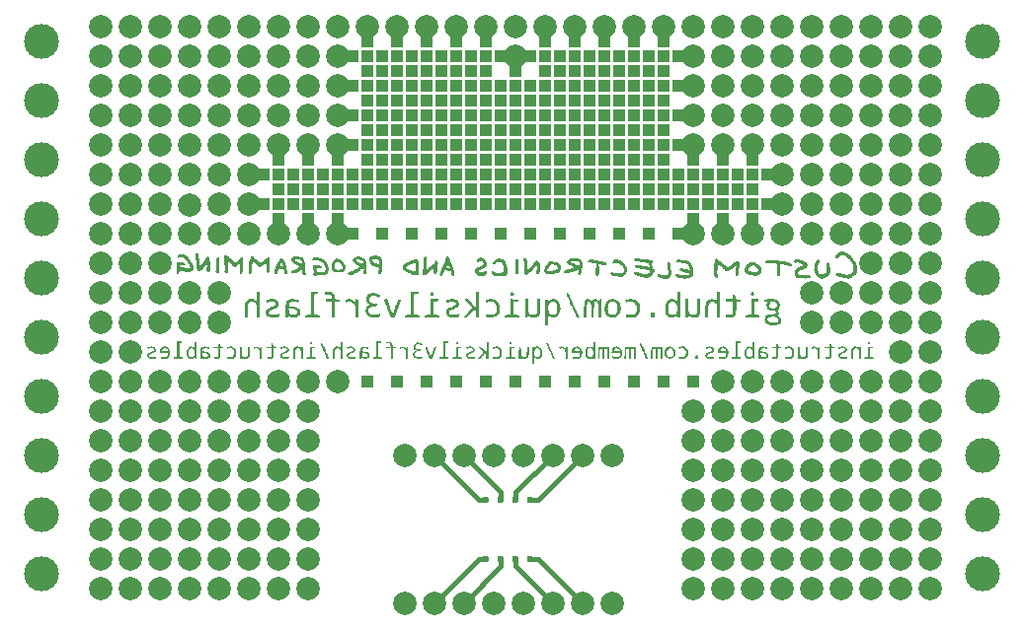
<source format=gbr>
%TF.GenerationSoftware,KiCad,Pcbnew,8.0.9-8.0.9-0~ubuntu24.04.1*%
%TF.CreationDate,2025-10-22T00:16:44-07:00*%
%TF.ProjectId,business_card,62757369-6e65-4737-935f-636172642e6b,rev?*%
%TF.SameCoordinates,Original*%
%TF.FileFunction,Copper,L2,Bot*%
%TF.FilePolarity,Positive*%
%FSLAX46Y46*%
G04 Gerber Fmt 4.6, Leading zero omitted, Abs format (unit mm)*
G04 Created by KiCad (PCBNEW 8.0.9-8.0.9-0~ubuntu24.04.1) date 2025-10-22 00:16:44*
%MOMM*%
%LPD*%
G01*
G04 APERTURE LIST*
%TA.AperFunction,EtchedComponent*%
%ADD10C,0.000000*%
%TD*%
%TA.AperFunction,ComponentPad*%
%ADD11C,2.000000*%
%TD*%
%TA.AperFunction,SMDPad,CuDef*%
%ADD12R,1.000000X1.000000*%
%TD*%
%TA.AperFunction,ComponentPad*%
%ADD13C,3.000000*%
%TD*%
%TA.AperFunction,ViaPad*%
%ADD14C,0.600000*%
%TD*%
%TA.AperFunction,Conductor*%
%ADD15C,0.400000*%
%TD*%
G04 APERTURE END LIST*
D10*
%TA.AperFunction,EtchedComponent*%
%TO.C,TP142*%
G36*
X200497420Y-80427544D02*
G01*
X200548093Y-80444387D01*
X200567194Y-80487823D01*
X200557507Y-80562721D01*
X200555292Y-80570106D01*
X200522835Y-80609490D01*
X200473272Y-80620599D01*
X200421783Y-80603740D01*
X200383553Y-80559219D01*
X200375764Y-80539293D01*
X200373305Y-80479311D01*
X200408907Y-80440628D01*
X200479895Y-80426917D01*
X200497420Y-80427544D01*
G37*
%TD.AperFunction*%
%TA.AperFunction,EtchedComponent*%
G36*
X169735943Y-80427544D02*
G01*
X169786615Y-80444387D01*
X169805716Y-80487823D01*
X169796029Y-80562721D01*
X169793815Y-80570106D01*
X169761358Y-80609490D01*
X169711794Y-80620599D01*
X169660306Y-80603740D01*
X169622075Y-80559219D01*
X169614287Y-80539293D01*
X169611828Y-80479311D01*
X169647429Y-80440628D01*
X169718417Y-80426917D01*
X169735943Y-80427544D01*
G37*
%TD.AperFunction*%
%TA.AperFunction,EtchedComponent*%
G36*
X165178687Y-80427544D02*
G01*
X165229359Y-80444387D01*
X165248460Y-80487823D01*
X165238773Y-80562721D01*
X165236559Y-80570106D01*
X165204102Y-80609490D01*
X165154538Y-80620599D01*
X165103050Y-80603740D01*
X165064819Y-80559219D01*
X165057031Y-80539293D01*
X165054572Y-80479311D01*
X165090173Y-80440628D01*
X165161161Y-80426917D01*
X165178687Y-80427544D01*
G37*
%TD.AperFunction*%
%TA.AperFunction,EtchedComponent*%
G36*
X152646233Y-80427544D02*
G01*
X152696905Y-80444387D01*
X152716007Y-80487823D01*
X152706320Y-80562721D01*
X152704105Y-80570106D01*
X152671648Y-80609490D01*
X152622084Y-80620599D01*
X152570596Y-80603740D01*
X152532365Y-80559219D01*
X152524577Y-80539293D01*
X152522118Y-80479311D01*
X152557720Y-80440628D01*
X152628707Y-80426917D01*
X152646233Y-80427544D01*
G37*
%TD.AperFunction*%
%TA.AperFunction,EtchedComponent*%
G36*
X190516116Y-76130648D02*
G01*
X190575564Y-76168938D01*
X190586058Y-76182682D01*
X190608795Y-76247606D01*
X190608038Y-76322209D01*
X190585807Y-76389553D01*
X190544121Y-76432699D01*
X190532366Y-76438036D01*
X190456260Y-76448763D01*
X190388290Y-76423111D01*
X190339449Y-76368068D01*
X190320726Y-76290626D01*
X190320904Y-76282669D01*
X190341339Y-76209382D01*
X190388013Y-76156118D01*
X190449935Y-76128124D01*
X190516116Y-76130648D01*
G37*
%TD.AperFunction*%
%TA.AperFunction,EtchedComponent*%
G36*
X185740332Y-81576304D02*
G01*
X185792169Y-81610712D01*
X185796965Y-81617801D01*
X185820141Y-81687603D01*
X185816311Y-81764605D01*
X185786089Y-81826961D01*
X185770824Y-81840467D01*
X185707354Y-81864395D01*
X185634813Y-81861310D01*
X185573500Y-81830842D01*
X185559233Y-81814142D01*
X185536201Y-81750248D01*
X185537330Y-81675679D01*
X185563539Y-81610712D01*
X185600032Y-81581974D01*
X185677854Y-81568465D01*
X185740332Y-81576304D01*
G37*
%TD.AperFunction*%
%TA.AperFunction,EtchedComponent*%
G36*
X169921075Y-76131859D02*
G01*
X169978991Y-76161614D01*
X169995684Y-76181056D01*
X170026858Y-76252282D01*
X170027017Y-76328077D01*
X169998016Y-76394679D01*
X169941708Y-76438324D01*
X169937584Y-76439902D01*
X169863305Y-76447898D01*
X169798957Y-76421681D01*
X169750916Y-76371079D01*
X169725558Y-76305917D01*
X169729259Y-76236022D01*
X169768395Y-76171221D01*
X169783374Y-76158482D01*
X169849390Y-76131111D01*
X169921075Y-76131859D01*
G37*
%TD.AperFunction*%
%TA.AperFunction,EtchedComponent*%
G36*
X163060882Y-76130648D02*
G01*
X163120331Y-76168938D01*
X163130825Y-76182682D01*
X163153562Y-76247606D01*
X163152805Y-76322209D01*
X163130574Y-76389553D01*
X163088888Y-76432699D01*
X163077133Y-76438036D01*
X163001026Y-76448763D01*
X162933057Y-76423111D01*
X162884216Y-76368068D01*
X162865493Y-76290626D01*
X162865671Y-76282669D01*
X162886106Y-76209382D01*
X162932780Y-76156118D01*
X162994702Y-76128124D01*
X163060882Y-76130648D01*
G37*
%TD.AperFunction*%
%TA.AperFunction,EtchedComponent*%
G36*
X174621650Y-76242657D02*
G01*
X174738932Y-76249409D01*
X175178062Y-77271441D01*
X175617192Y-78293473D01*
X175489122Y-78293473D01*
X175361052Y-78293473D01*
X174932703Y-77293781D01*
X174925294Y-77276486D01*
X174840537Y-77077999D01*
X174761559Y-76891922D01*
X174690061Y-76722343D01*
X174627747Y-76573349D01*
X174576318Y-76449030D01*
X174537475Y-76353473D01*
X174512922Y-76290766D01*
X174504361Y-76264997D01*
X174511013Y-76251729D01*
X174547593Y-76241996D01*
X174621650Y-76242657D01*
G37*
%TD.AperFunction*%
%TA.AperFunction,EtchedComponent*%
G36*
X182031178Y-77901705D02*
G01*
X182073608Y-77928462D01*
X182103991Y-77967510D01*
X182118454Y-78026491D01*
X182122133Y-78117599D01*
X182119400Y-78177006D01*
X182103321Y-78235849D01*
X182067300Y-78283318D01*
X182026838Y-78313767D01*
X181942740Y-78338937D01*
X181852953Y-78329109D01*
X181771532Y-78284237D01*
X181751921Y-78266342D01*
X181724182Y-78229138D01*
X181711732Y-78180379D01*
X181708853Y-78103587D01*
X181709360Y-78063498D01*
X181715960Y-78001734D01*
X181734778Y-77960373D01*
X181771532Y-77922937D01*
X181838473Y-77883185D01*
X181932091Y-77871420D01*
X182031178Y-77901705D01*
G37*
%TD.AperFunction*%
%TA.AperFunction,EtchedComponent*%
G36*
X190968571Y-76838800D02*
G01*
X190965002Y-76886555D01*
X190948153Y-76921154D01*
X190910181Y-76941132D01*
X190843267Y-76950383D01*
X190739591Y-76952798D01*
X190611139Y-76953103D01*
X190611139Y-77520611D01*
X190611139Y-78088118D01*
X190845704Y-78104106D01*
X191080269Y-78120094D01*
X191080269Y-78206783D01*
X191080269Y-78293473D01*
X190465933Y-78293473D01*
X189851597Y-78293473D01*
X189851597Y-78206556D01*
X189851597Y-78119640D01*
X190097331Y-78103587D01*
X190343066Y-78087534D01*
X190343066Y-77419791D01*
X190343066Y-76752048D01*
X190655818Y-76752048D01*
X190968571Y-76752048D01*
X190968571Y-76838800D01*
G37*
%TD.AperFunction*%
%TA.AperFunction,EtchedComponent*%
G36*
X163513338Y-76838800D02*
G01*
X163509769Y-76886555D01*
X163492920Y-76921154D01*
X163454948Y-76941132D01*
X163388034Y-76950383D01*
X163284358Y-76952798D01*
X163155906Y-76953103D01*
X163155906Y-77520611D01*
X163155906Y-78088118D01*
X163390471Y-78104106D01*
X163625036Y-78120094D01*
X163625036Y-78206783D01*
X163625036Y-78293473D01*
X163010700Y-78293473D01*
X162396364Y-78293473D01*
X162396364Y-78206556D01*
X162396364Y-78119640D01*
X162642098Y-78103587D01*
X162887832Y-78087534D01*
X162887832Y-77419791D01*
X162887832Y-76752048D01*
X163200585Y-76752048D01*
X163513338Y-76752048D01*
X163513338Y-76838800D01*
G37*
%TD.AperFunction*%
%TA.AperFunction,EtchedComponent*%
G36*
X161815537Y-76215900D02*
G01*
X161815537Y-76305258D01*
X161709424Y-76305504D01*
X161685348Y-76305863D01*
X161596501Y-76310791D01*
X161519539Y-76319597D01*
X161435766Y-76333444D01*
X161435766Y-77210489D01*
X161435766Y-78087534D01*
X161681500Y-78103587D01*
X161927234Y-78119640D01*
X161927234Y-78206556D01*
X161927234Y-78293473D01*
X161312898Y-78293473D01*
X160698562Y-78293473D01*
X160698562Y-78206556D01*
X160698562Y-78119640D01*
X160944297Y-78103587D01*
X161190031Y-78087534D01*
X161190031Y-77107038D01*
X161190031Y-76126542D01*
X161502784Y-76126542D01*
X161815537Y-76126542D01*
X161815537Y-76215900D01*
G37*
%TD.AperFunction*%
%TA.AperFunction,EtchedComponent*%
G36*
X180832035Y-80486825D02*
G01*
X180918025Y-80493935D01*
X181202154Y-81152950D01*
X181242085Y-81245700D01*
X181308027Y-81399480D01*
X181366790Y-81537291D01*
X181416258Y-81654126D01*
X181454316Y-81744980D01*
X181478849Y-81804846D01*
X181487741Y-81828720D01*
X181486597Y-81831773D01*
X181458868Y-81841379D01*
X181405426Y-81845025D01*
X181321653Y-81844575D01*
X181048720Y-81202764D01*
X181017813Y-81130050D01*
X180951885Y-80974693D01*
X180892195Y-80833700D01*
X180840997Y-80712421D01*
X180800548Y-80616201D01*
X180773103Y-80550390D01*
X180760916Y-80520334D01*
X180756884Y-80494529D01*
X180777305Y-80484872D01*
X180832035Y-80486825D01*
G37*
%TD.AperFunction*%
%TA.AperFunction,EtchedComponent*%
G36*
X172856837Y-80486825D02*
G01*
X172942827Y-80493935D01*
X173226956Y-81152950D01*
X173266887Y-81245700D01*
X173332829Y-81399480D01*
X173391592Y-81537291D01*
X173441060Y-81654126D01*
X173479119Y-81744980D01*
X173503652Y-81804846D01*
X173512544Y-81828720D01*
X173511399Y-81831773D01*
X173483670Y-81841379D01*
X173430229Y-81845025D01*
X173346455Y-81844575D01*
X173073522Y-81202764D01*
X173042615Y-81130050D01*
X172976687Y-80974693D01*
X172916997Y-80833700D01*
X172865799Y-80712421D01*
X172825350Y-80616201D01*
X172797905Y-80550390D01*
X172785718Y-80520334D01*
X172781686Y-80494529D01*
X172802107Y-80484872D01*
X172856837Y-80486825D01*
G37*
%TD.AperFunction*%
%TA.AperFunction,EtchedComponent*%
G36*
X153488499Y-80486825D02*
G01*
X153574489Y-80493935D01*
X153858618Y-81152950D01*
X153898550Y-81245700D01*
X153964491Y-81399480D01*
X154023254Y-81537291D01*
X154072722Y-81654126D01*
X154110781Y-81744980D01*
X154135314Y-81804846D01*
X154144206Y-81828720D01*
X154143061Y-81831773D01*
X154115332Y-81841379D01*
X154061891Y-81845025D01*
X153978118Y-81844575D01*
X153705184Y-81202764D01*
X153674277Y-81130050D01*
X153608349Y-80974693D01*
X153548659Y-80833700D01*
X153497462Y-80712421D01*
X153457013Y-80616201D01*
X153429567Y-80550390D01*
X153417380Y-80520334D01*
X153413348Y-80494529D01*
X153433769Y-80484872D01*
X153488499Y-80486825D01*
G37*
%TD.AperFunction*%
%TA.AperFunction,EtchedComponent*%
G36*
X153232936Y-76210315D02*
G01*
X153224568Y-76265133D01*
X153203743Y-76290881D01*
X153158985Y-76299753D01*
X153132099Y-76302165D01*
X153056968Y-76309515D01*
X152974684Y-76318115D01*
X152857402Y-76330813D01*
X152857402Y-77209173D01*
X152857402Y-78087534D01*
X153103136Y-78103587D01*
X153348870Y-78119640D01*
X153348870Y-78206556D01*
X153348870Y-78293473D01*
X152722016Y-78293473D01*
X152095162Y-78293473D01*
X152102095Y-78209700D01*
X152109029Y-78125927D01*
X152349178Y-78106427D01*
X152589328Y-78086927D01*
X152589328Y-77106735D01*
X152589328Y-76126542D01*
X152914599Y-76126542D01*
X153239870Y-76126542D01*
X153232936Y-76210315D01*
G37*
%TD.AperFunction*%
%TA.AperFunction,EtchedComponent*%
G36*
X170064394Y-76757019D02*
G01*
X170382731Y-76763218D01*
X170389484Y-76843965D01*
X170389713Y-76846733D01*
X170390057Y-76899842D01*
X170372144Y-76925287D01*
X170325258Y-76938908D01*
X170296148Y-76943457D01*
X170218362Y-76950378D01*
X170134204Y-76953103D01*
X170014130Y-76953103D01*
X170014130Y-77520611D01*
X170014130Y-78088118D01*
X170248694Y-78104106D01*
X170483259Y-78120094D01*
X170483259Y-78206783D01*
X170483259Y-78293473D01*
X169868923Y-78293473D01*
X169254587Y-78293473D01*
X169254587Y-78206989D01*
X169254587Y-78120505D01*
X169500321Y-78104578D01*
X169746056Y-78088652D01*
X169746056Y-77419736D01*
X169746056Y-76750821D01*
X170064394Y-76757019D01*
G37*
%TD.AperFunction*%
%TA.AperFunction,EtchedComponent*%
G36*
X200812858Y-80884876D02*
G01*
X200812858Y-80885901D01*
X200810669Y-80923771D01*
X200796792Y-80943394D01*
X200760232Y-80950770D01*
X200689991Y-80951895D01*
X200567124Y-80951895D01*
X200567124Y-81331666D01*
X200567124Y-81711438D01*
X200653689Y-81711438D01*
X200736678Y-81714017D01*
X200819125Y-81727136D01*
X200865412Y-81752752D01*
X200879877Y-81792418D01*
X200879877Y-81845474D01*
X200466596Y-81845474D01*
X200053316Y-81845474D01*
X200053316Y-81792418D01*
X200064010Y-81757064D01*
X200103824Y-81730607D01*
X200177752Y-81715953D01*
X200290673Y-81711438D01*
X200388408Y-81711438D01*
X200388408Y-81264648D01*
X200388408Y-80817858D01*
X200600633Y-80817858D01*
X200812858Y-80817858D01*
X200812858Y-80884876D01*
G37*
%TD.AperFunction*%
%TA.AperFunction,EtchedComponent*%
G36*
X189419718Y-80460426D02*
G01*
X189419718Y-80461451D01*
X189417529Y-80499321D01*
X189403653Y-80518944D01*
X189367092Y-80526319D01*
X189296851Y-80527445D01*
X189173984Y-80527445D01*
X189173984Y-81119441D01*
X189173984Y-81711438D01*
X189260550Y-81711438D01*
X189343538Y-81714017D01*
X189425985Y-81727136D01*
X189472272Y-81752752D01*
X189486737Y-81792418D01*
X189486737Y-81845474D01*
X189084626Y-81845474D01*
X188682515Y-81845474D01*
X188682515Y-81792418D01*
X188689720Y-81762706D01*
X188726363Y-81733188D01*
X188797911Y-81716616D01*
X188908703Y-81711438D01*
X188995268Y-81711438D01*
X188995268Y-81052423D01*
X188995268Y-80393408D01*
X189207493Y-80393408D01*
X189419718Y-80393408D01*
X189419718Y-80460426D01*
G37*
%TD.AperFunction*%
%TA.AperFunction,EtchedComponent*%
G36*
X170051381Y-80884876D02*
G01*
X170051381Y-80885901D01*
X170049191Y-80923771D01*
X170035315Y-80943394D01*
X169998755Y-80950770D01*
X169928514Y-80951895D01*
X169805646Y-80951895D01*
X169805646Y-81331666D01*
X169805646Y-81711438D01*
X169892212Y-81711438D01*
X169975201Y-81714017D01*
X170057647Y-81727136D01*
X170103934Y-81752752D01*
X170118399Y-81792418D01*
X170118399Y-81845474D01*
X169705119Y-81845474D01*
X169291838Y-81845474D01*
X169291838Y-81792418D01*
X169302532Y-81757064D01*
X169342346Y-81730607D01*
X169416275Y-81715953D01*
X169529195Y-81711438D01*
X169626930Y-81711438D01*
X169626930Y-81264648D01*
X169626930Y-80817858D01*
X169839156Y-80817858D01*
X170051381Y-80817858D01*
X170051381Y-80884876D01*
G37*
%TD.AperFunction*%
%TA.AperFunction,EtchedComponent*%
G36*
X165494125Y-80884876D02*
G01*
X165494125Y-80885901D01*
X165491935Y-80923771D01*
X165478059Y-80943394D01*
X165441499Y-80950770D01*
X165371258Y-80951895D01*
X165248390Y-80951895D01*
X165248390Y-81331666D01*
X165248390Y-81711438D01*
X165334956Y-81711438D01*
X165417945Y-81714017D01*
X165500392Y-81727136D01*
X165546678Y-81752752D01*
X165561143Y-81792418D01*
X165561143Y-81845474D01*
X165147863Y-81845474D01*
X164734582Y-81845474D01*
X164734582Y-81792418D01*
X164745276Y-81757064D01*
X164785090Y-81730607D01*
X164859019Y-81715953D01*
X164971939Y-81711438D01*
X165069674Y-81711438D01*
X165069674Y-81264648D01*
X165069674Y-80817858D01*
X165281900Y-80817858D01*
X165494125Y-80817858D01*
X165494125Y-80884876D01*
G37*
%TD.AperFunction*%
%TA.AperFunction,EtchedComponent*%
G36*
X164354811Y-80460426D02*
G01*
X164354811Y-80461451D01*
X164352621Y-80499321D01*
X164338745Y-80518944D01*
X164302185Y-80526319D01*
X164231944Y-80527445D01*
X164109076Y-80527445D01*
X164109076Y-81119441D01*
X164109076Y-81711438D01*
X164195642Y-81711438D01*
X164278631Y-81714017D01*
X164361078Y-81727136D01*
X164407364Y-81752752D01*
X164421829Y-81792418D01*
X164421829Y-81845474D01*
X164019718Y-81845474D01*
X163617608Y-81845474D01*
X163617608Y-81792418D01*
X163624813Y-81762706D01*
X163661455Y-81733188D01*
X163733003Y-81716616D01*
X163843795Y-81711438D01*
X163930361Y-81711438D01*
X163930361Y-81052423D01*
X163930361Y-80393408D01*
X164142586Y-80393408D01*
X164354811Y-80393408D01*
X164354811Y-80460426D01*
G37*
%TD.AperFunction*%
%TA.AperFunction,EtchedComponent*%
G36*
X158658241Y-80460426D02*
G01*
X158658241Y-80461451D01*
X158656051Y-80499321D01*
X158642175Y-80518944D01*
X158605615Y-80526319D01*
X158535374Y-80527445D01*
X158412507Y-80527445D01*
X158412507Y-81119441D01*
X158412507Y-81711438D01*
X158499072Y-81711438D01*
X158582061Y-81714017D01*
X158664508Y-81727136D01*
X158710794Y-81752752D01*
X158725259Y-81792418D01*
X158725259Y-81845474D01*
X158323149Y-81845474D01*
X157921038Y-81845474D01*
X157921038Y-81792418D01*
X157928243Y-81762706D01*
X157964885Y-81733188D01*
X158036433Y-81716616D01*
X158147225Y-81711438D01*
X158233791Y-81711438D01*
X158233791Y-81052423D01*
X158233791Y-80393408D01*
X158446016Y-80393408D01*
X158658241Y-80393408D01*
X158658241Y-80460426D01*
G37*
%TD.AperFunction*%
%TA.AperFunction,EtchedComponent*%
G36*
X152961671Y-80884876D02*
G01*
X152961671Y-80885901D01*
X152959481Y-80923771D01*
X152945605Y-80943394D01*
X152909045Y-80950770D01*
X152838804Y-80951895D01*
X152715937Y-80951895D01*
X152715937Y-81331666D01*
X152715937Y-81711438D01*
X152802502Y-81711438D01*
X152885491Y-81714017D01*
X152967938Y-81727136D01*
X153014225Y-81752752D01*
X153028689Y-81792418D01*
X153028689Y-81845474D01*
X152615409Y-81845474D01*
X152202128Y-81845474D01*
X152202128Y-81792418D01*
X152212823Y-81757064D01*
X152252636Y-81730607D01*
X152326565Y-81715953D01*
X152439485Y-81711438D01*
X152537221Y-81711438D01*
X152537221Y-81264648D01*
X152537221Y-80817858D01*
X152749446Y-80817858D01*
X152961671Y-80817858D01*
X152961671Y-80884876D01*
G37*
%TD.AperFunction*%
%TA.AperFunction,EtchedComponent*%
G36*
X141568531Y-80460426D02*
G01*
X141568531Y-80461451D01*
X141566341Y-80499321D01*
X141552465Y-80518944D01*
X141515905Y-80526319D01*
X141445664Y-80527445D01*
X141322797Y-80527445D01*
X141322797Y-81119441D01*
X141322797Y-81711438D01*
X141409362Y-81711438D01*
X141492351Y-81714017D01*
X141574798Y-81727136D01*
X141621085Y-81752752D01*
X141635550Y-81792418D01*
X141635550Y-81845474D01*
X141233439Y-81845474D01*
X140831328Y-81845474D01*
X140831328Y-81792418D01*
X140838533Y-81762706D01*
X140875175Y-81733188D01*
X140946723Y-81716616D01*
X141057515Y-81711438D01*
X141144081Y-81711438D01*
X141144081Y-81052423D01*
X141144081Y-80393408D01*
X141356306Y-80393408D01*
X141568531Y-80393408D01*
X141568531Y-80460426D01*
G37*
%TD.AperFunction*%
%TA.AperFunction,EtchedComponent*%
G36*
X195846028Y-80819928D02*
G01*
X195947104Y-80863471D01*
X196039125Y-80942470D01*
X196092894Y-81000459D01*
X196107494Y-80909158D01*
X196109723Y-80895634D01*
X196122854Y-80844098D01*
X196145519Y-80822336D01*
X196188848Y-80817858D01*
X196255602Y-80817858D01*
X196255602Y-81331666D01*
X196255602Y-81845474D01*
X196166244Y-81845474D01*
X196076886Y-81845474D01*
X196076886Y-81509273D01*
X196076560Y-81430792D01*
X196073087Y-81296424D01*
X196064279Y-81196552D01*
X196048254Y-81124337D01*
X196023128Y-81072942D01*
X195987016Y-81035527D01*
X195938034Y-81005254D01*
X195937676Y-81005069D01*
X195881531Y-80984252D01*
X195811990Y-80976872D01*
X195714003Y-80981321D01*
X195678506Y-80984220D01*
X195611559Y-80987710D01*
X195573590Y-80983036D01*
X195553384Y-80967413D01*
X195539724Y-80938056D01*
X195529981Y-80911227D01*
X195521840Y-80865395D01*
X195543460Y-80841245D01*
X195602172Y-80825568D01*
X195727132Y-80809495D01*
X195846028Y-80819928D01*
G37*
%TD.AperFunction*%
%TA.AperFunction,EtchedComponent*%
G36*
X174199062Y-80819928D02*
G01*
X174300138Y-80863471D01*
X174392159Y-80942470D01*
X174445929Y-81000459D01*
X174460528Y-80909158D01*
X174462758Y-80895634D01*
X174475889Y-80844098D01*
X174498554Y-80822336D01*
X174541882Y-80817858D01*
X174608637Y-80817858D01*
X174608637Y-81331666D01*
X174608637Y-81845474D01*
X174519279Y-81845474D01*
X174429921Y-81845474D01*
X174429921Y-81509273D01*
X174429595Y-81430792D01*
X174426121Y-81296424D01*
X174417314Y-81196552D01*
X174401289Y-81124337D01*
X174376162Y-81072942D01*
X174340050Y-81035527D01*
X174291069Y-81005254D01*
X174290710Y-81005069D01*
X174234565Y-80984252D01*
X174165024Y-80976872D01*
X174067037Y-80981321D01*
X174031541Y-80984220D01*
X173964594Y-80987710D01*
X173926625Y-80983036D01*
X173906418Y-80967413D01*
X173892758Y-80938056D01*
X173883015Y-80911227D01*
X173874875Y-80865395D01*
X173896494Y-80841245D01*
X173955207Y-80825568D01*
X174080166Y-80809495D01*
X174199062Y-80819928D01*
G37*
%TD.AperFunction*%
%TA.AperFunction,EtchedComponent*%
G36*
X160527295Y-80819928D02*
G01*
X160628370Y-80863471D01*
X160720391Y-80942470D01*
X160774161Y-81000459D01*
X160788760Y-80909158D01*
X160790990Y-80895634D01*
X160804121Y-80844098D01*
X160826786Y-80822336D01*
X160870114Y-80817858D01*
X160936869Y-80817858D01*
X160936869Y-81331666D01*
X160936869Y-81845474D01*
X160847511Y-81845474D01*
X160758153Y-81845474D01*
X160758153Y-81509273D01*
X160757827Y-81430792D01*
X160754353Y-81296424D01*
X160745546Y-81196552D01*
X160729521Y-81124337D01*
X160704394Y-81072942D01*
X160668282Y-81035527D01*
X160619301Y-81005254D01*
X160618943Y-81005069D01*
X160562798Y-80984252D01*
X160493256Y-80976872D01*
X160395269Y-80981321D01*
X160359773Y-80984220D01*
X160292826Y-80987710D01*
X160254857Y-80983036D01*
X160234650Y-80967413D01*
X160220990Y-80938056D01*
X160211247Y-80911227D01*
X160203107Y-80865395D01*
X160224726Y-80841245D01*
X160283439Y-80825568D01*
X160408398Y-80809495D01*
X160527295Y-80819928D01*
G37*
%TD.AperFunction*%
%TA.AperFunction,EtchedComponent*%
G36*
X147994841Y-80819928D02*
G01*
X148095917Y-80863471D01*
X148187937Y-80942470D01*
X148241707Y-81000459D01*
X148256307Y-80909158D01*
X148258536Y-80895634D01*
X148271667Y-80844098D01*
X148294332Y-80822336D01*
X148337661Y-80817858D01*
X148404415Y-80817858D01*
X148404415Y-81331666D01*
X148404415Y-81845474D01*
X148315057Y-81845474D01*
X148225699Y-81845474D01*
X148225699Y-81509273D01*
X148225373Y-81430792D01*
X148221899Y-81296424D01*
X148213092Y-81196552D01*
X148197067Y-81124337D01*
X148171941Y-81072942D01*
X148135829Y-81035527D01*
X148086847Y-81005254D01*
X148086489Y-81005069D01*
X148030344Y-80984252D01*
X147960802Y-80976872D01*
X147862816Y-80981321D01*
X147827319Y-80984220D01*
X147760372Y-80987710D01*
X147722403Y-80983036D01*
X147702196Y-80967413D01*
X147688537Y-80938056D01*
X147678794Y-80911227D01*
X147670653Y-80865395D01*
X147692272Y-80841245D01*
X147750985Y-80825568D01*
X147875944Y-80809495D01*
X147994841Y-80819928D01*
G37*
%TD.AperFunction*%
%TA.AperFunction,EtchedComponent*%
G36*
X144682438Y-73118914D02*
G01*
X144736844Y-73155221D01*
X144751100Y-73173410D01*
X144763514Y-73202923D01*
X144768423Y-73246803D01*
X144766677Y-73315061D01*
X144759124Y-73417710D01*
X144754822Y-73479824D01*
X144748817Y-73599926D01*
X144743572Y-73743054D01*
X144739537Y-73896335D01*
X144737161Y-74046897D01*
X144736865Y-74077181D01*
X144735211Y-74214707D01*
X144732852Y-74315430D01*
X144728985Y-74385986D01*
X144722806Y-74433011D01*
X144713512Y-74463143D01*
X144700297Y-74483018D01*
X144682359Y-74499271D01*
X144621461Y-74532274D01*
X144550745Y-74535568D01*
X144491333Y-74505229D01*
X144453283Y-74446928D01*
X144446649Y-74366336D01*
X144447648Y-74358229D01*
X144452648Y-74297079D01*
X144457918Y-74204742D01*
X144462888Y-74092287D01*
X144466989Y-73970782D01*
X144469420Y-73899015D01*
X144477531Y-73737201D01*
X144488686Y-73580311D01*
X144502091Y-73436294D01*
X144516951Y-73313100D01*
X144532473Y-73218677D01*
X144547863Y-73160975D01*
X144569751Y-73131569D01*
X144621523Y-73111189D01*
X144682438Y-73118914D01*
G37*
%TD.AperFunction*%
%TA.AperFunction,EtchedComponent*%
G36*
X163352598Y-80824222D02*
G01*
X163371873Y-80843770D01*
X163369302Y-80855331D01*
X163353492Y-80904770D01*
X163325202Y-80986093D01*
X163286662Y-81093056D01*
X163240105Y-81219416D01*
X163187761Y-81358927D01*
X163003650Y-81845474D01*
X162891763Y-81845197D01*
X162779877Y-81844919D01*
X162595576Y-81356298D01*
X162564252Y-81272869D01*
X162515094Y-81140272D01*
X162473000Y-81024632D01*
X162440187Y-80932146D01*
X162418873Y-80869010D01*
X162411275Y-80841419D01*
X162411378Y-80839771D01*
X162434538Y-80823536D01*
X162494482Y-80822094D01*
X162506723Y-80822964D01*
X162531002Y-80825014D01*
X162551108Y-80830941D01*
X162569456Y-80845514D01*
X162588464Y-80873503D01*
X162610546Y-80919676D01*
X162638121Y-80988802D01*
X162673603Y-81085650D01*
X162719409Y-81214991D01*
X162777956Y-81381591D01*
X162893755Y-81710760D01*
X162954235Y-81526798D01*
X162977831Y-81456730D01*
X163019136Y-81338163D01*
X163065427Y-81208652D01*
X163110421Y-81085932D01*
X163206128Y-80829028D01*
X163289001Y-80822094D01*
X163293636Y-80821728D01*
X163352598Y-80824222D01*
G37*
%TD.AperFunction*%
%TA.AperFunction,EtchedComponent*%
G36*
X167042978Y-77210008D02*
G01*
X167042978Y-78293473D01*
X166908941Y-78293473D01*
X166774904Y-78293473D01*
X166774904Y-77996003D01*
X166774904Y-77698534D01*
X166684074Y-77647485D01*
X166667058Y-77638035D01*
X166616933Y-77614092D01*
X166587889Y-77612119D01*
X166566791Y-77630176D01*
X166546646Y-77654732D01*
X166501871Y-77708363D01*
X166438110Y-77784298D01*
X166360483Y-77876440D01*
X166274108Y-77978695D01*
X166007878Y-78293473D01*
X165853887Y-78293473D01*
X165699896Y-78293473D01*
X166042980Y-77885777D01*
X166105287Y-77811593D01*
X166197420Y-77701346D01*
X166277748Y-77604556D01*
X166342011Y-77526388D01*
X166385948Y-77472008D01*
X166405297Y-77446580D01*
X166406647Y-77438301D01*
X166393263Y-77409878D01*
X166356457Y-77363101D01*
X166293710Y-77295167D01*
X166202505Y-77203272D01*
X166080324Y-77084610D01*
X165736117Y-76754142D01*
X165894395Y-76753095D01*
X166052673Y-76752048D01*
X166419829Y-77126234D01*
X166786985Y-77500421D01*
X166778581Y-76813482D01*
X166770177Y-76126542D01*
X166906577Y-76126542D01*
X167042978Y-76126542D01*
X167042978Y-77210008D01*
G37*
%TD.AperFunction*%
%TA.AperFunction,EtchedComponent*%
G36*
X155257054Y-80397644D02*
G01*
X155340827Y-80404577D01*
X155346721Y-81125026D01*
X155352615Y-81845474D01*
X155265664Y-81845474D01*
X155178713Y-81845474D01*
X155168999Y-81504797D01*
X155164976Y-81388444D01*
X155158428Y-81274070D01*
X155149515Y-81191378D01*
X155137395Y-81133082D01*
X155121226Y-81091895D01*
X155063756Y-81018755D01*
X154985962Y-80971228D01*
X154899589Y-80952548D01*
X154814928Y-80963146D01*
X154742269Y-81003454D01*
X154691901Y-81073902D01*
X154687162Y-81086648D01*
X154674368Y-81143499D01*
X154665790Y-81227134D01*
X154660976Y-81343488D01*
X154659472Y-81498495D01*
X154659472Y-81845474D01*
X154567343Y-81845474D01*
X154475214Y-81845474D01*
X154485067Y-81448949D01*
X154489844Y-81297879D01*
X154497471Y-81167310D01*
X154509094Y-81069110D01*
X154526301Y-80996818D01*
X154550684Y-80943969D01*
X154583834Y-80904101D01*
X154627339Y-80870751D01*
X154683072Y-80841926D01*
X154795003Y-80814722D01*
X154913263Y-80816190D01*
X155023621Y-80845425D01*
X155111847Y-80901524D01*
X155173280Y-80960254D01*
X155173280Y-80675482D01*
X155173280Y-80390711D01*
X155257054Y-80397644D01*
G37*
%TD.AperFunction*%
%TA.AperFunction,EtchedComponent*%
G36*
X199346576Y-80816194D02*
G01*
X199456805Y-80845352D01*
X199544859Y-80901301D01*
X199606060Y-80959808D01*
X199620493Y-80887644D01*
X199631886Y-80845247D01*
X199655518Y-80822669D01*
X199704499Y-80822253D01*
X199774072Y-80829028D01*
X199780076Y-81337251D01*
X199786081Y-81845474D01*
X199699020Y-81845474D01*
X199611958Y-81845474D01*
X199602244Y-81504797D01*
X199598222Y-81388444D01*
X199591673Y-81274070D01*
X199582760Y-81191378D01*
X199570641Y-81133082D01*
X199554471Y-81091895D01*
X199497001Y-81018755D01*
X199419207Y-80971228D01*
X199332835Y-80952548D01*
X199248174Y-80963146D01*
X199175514Y-81003454D01*
X199125146Y-81073902D01*
X199120407Y-81086648D01*
X199107613Y-81143499D01*
X199099036Y-81227134D01*
X199094222Y-81343488D01*
X199092718Y-81498495D01*
X199092718Y-81845474D01*
X199000588Y-81845474D01*
X198908459Y-81845474D01*
X198918313Y-81448949D01*
X198923089Y-81297879D01*
X198930717Y-81167310D01*
X198942339Y-81069110D01*
X198959547Y-80996818D01*
X198983930Y-80943969D01*
X199017079Y-80904101D01*
X199060584Y-80870751D01*
X199116557Y-80841837D01*
X199228414Y-80814723D01*
X199346576Y-80816194D01*
G37*
%TD.AperFunction*%
%TA.AperFunction,EtchedComponent*%
G36*
X151495389Y-80816194D02*
G01*
X151605617Y-80845352D01*
X151693672Y-80901301D01*
X151754873Y-80959808D01*
X151769306Y-80887644D01*
X151780699Y-80845247D01*
X151804331Y-80822669D01*
X151853312Y-80822253D01*
X151922885Y-80829028D01*
X151928889Y-81337251D01*
X151934893Y-81845474D01*
X151847832Y-81845474D01*
X151760771Y-81845474D01*
X151751057Y-81504797D01*
X151747034Y-81388444D01*
X151740486Y-81274070D01*
X151731573Y-81191378D01*
X151719453Y-81133082D01*
X151703284Y-81091895D01*
X151645814Y-81018755D01*
X151568020Y-80971228D01*
X151481648Y-80952548D01*
X151396986Y-80963146D01*
X151324327Y-81003454D01*
X151273959Y-81073902D01*
X151269220Y-81086648D01*
X151256426Y-81143499D01*
X151247848Y-81227134D01*
X151243034Y-81343488D01*
X151241530Y-81498495D01*
X151241530Y-81845474D01*
X151149401Y-81845474D01*
X151057272Y-81845474D01*
X151067125Y-81448949D01*
X151071902Y-81297879D01*
X151079529Y-81167310D01*
X151091152Y-81069110D01*
X151108359Y-80996818D01*
X151132742Y-80943969D01*
X151165892Y-80904101D01*
X151209397Y-80870751D01*
X151265370Y-80841837D01*
X151377227Y-80814723D01*
X151495389Y-80816194D01*
G37*
%TD.AperFunction*%
%TA.AperFunction,EtchedComponent*%
G36*
X170325990Y-73336841D02*
G01*
X170357940Y-73352478D01*
X170358202Y-73352998D01*
X170362695Y-73383044D01*
X170368106Y-73449808D01*
X170374105Y-73545850D01*
X170380364Y-73663730D01*
X170386552Y-73796005D01*
X170392341Y-73935237D01*
X170397399Y-74073983D01*
X170401399Y-74204804D01*
X170404010Y-74320258D01*
X170404903Y-74412905D01*
X170404902Y-74413948D01*
X170401647Y-74515172D01*
X170391660Y-74577401D01*
X170374105Y-74605885D01*
X170365064Y-74609658D01*
X170320391Y-74616322D01*
X170262482Y-74617319D01*
X170210550Y-74612907D01*
X170183813Y-74603342D01*
X170180981Y-74597759D01*
X170164586Y-74561743D01*
X170139760Y-74505261D01*
X170120066Y-74455369D01*
X170111565Y-74409917D01*
X170116672Y-74357432D01*
X170135010Y-74280034D01*
X170137812Y-74268915D01*
X170150476Y-74205278D01*
X170158243Y-74132921D01*
X170161481Y-74042885D01*
X170160559Y-73926215D01*
X170155846Y-73773954D01*
X170155713Y-73770389D01*
X170151135Y-73623191D01*
X170150091Y-73514896D01*
X170152777Y-73439970D01*
X170159385Y-73392880D01*
X170170112Y-73368090D01*
X170173114Y-73364899D01*
X170214070Y-73344673D01*
X170271531Y-73334780D01*
X170325990Y-73336841D01*
G37*
%TD.AperFunction*%
%TA.AperFunction,EtchedComponent*%
G36*
X195134907Y-80822205D02*
G01*
X195216816Y-80829028D01*
X195216129Y-81219969D01*
X195215953Y-81270289D01*
X195213393Y-81427366D01*
X195206436Y-81547840D01*
X195193256Y-81638014D01*
X195172029Y-81704187D01*
X195140928Y-81752661D01*
X195098129Y-81789736D01*
X195041806Y-81821712D01*
X194937666Y-81857921D01*
X194814302Y-81866342D01*
X194698991Y-81839579D01*
X194602753Y-81778711D01*
X194537603Y-81717852D01*
X194523588Y-81781663D01*
X194513062Y-81816070D01*
X194486858Y-81840019D01*
X194432740Y-81845474D01*
X194355907Y-81845474D01*
X194361911Y-81337251D01*
X194367915Y-80829028D01*
X194448989Y-80822255D01*
X194530063Y-80815483D01*
X194539533Y-81168517D01*
X194544086Y-81295904D01*
X194552755Y-81431692D01*
X194564229Y-81526055D01*
X194578356Y-81577401D01*
X194578978Y-81578579D01*
X194635976Y-81655277D01*
X194711979Y-81697638D01*
X194816396Y-81710941D01*
X194889154Y-81707205D01*
X194940617Y-81690282D01*
X194983942Y-81653837D01*
X195003170Y-81631688D01*
X195017620Y-81607107D01*
X195027809Y-81573462D01*
X195034718Y-81523633D01*
X195039324Y-81450496D01*
X195042608Y-81346929D01*
X195045549Y-81205810D01*
X195052998Y-80815383D01*
X195134907Y-80822205D01*
G37*
%TD.AperFunction*%
%TA.AperFunction,EtchedComponent*%
G36*
X171209314Y-80822205D02*
G01*
X171291222Y-80829028D01*
X171290535Y-81219969D01*
X171290360Y-81270289D01*
X171287799Y-81427366D01*
X171280842Y-81547840D01*
X171267662Y-81638014D01*
X171246435Y-81704187D01*
X171215334Y-81752661D01*
X171172535Y-81789736D01*
X171116213Y-81821712D01*
X171012073Y-81857921D01*
X170888708Y-81866342D01*
X170773397Y-81839579D01*
X170677160Y-81778711D01*
X170612009Y-81717852D01*
X170597994Y-81781663D01*
X170587469Y-81816070D01*
X170561265Y-81840019D01*
X170507146Y-81845474D01*
X170430313Y-81845474D01*
X170436318Y-81337251D01*
X170442322Y-80829028D01*
X170523396Y-80822255D01*
X170604469Y-80815483D01*
X170613939Y-81168517D01*
X170618492Y-81295904D01*
X170627162Y-81431692D01*
X170638636Y-81526055D01*
X170652763Y-81577401D01*
X170653384Y-81578579D01*
X170710382Y-81655277D01*
X170786385Y-81697638D01*
X170890802Y-81710941D01*
X170963560Y-81707205D01*
X171015023Y-81690282D01*
X171058349Y-81653837D01*
X171077577Y-81631688D01*
X171092026Y-81607107D01*
X171102216Y-81573462D01*
X171109124Y-81523633D01*
X171113730Y-81450496D01*
X171117015Y-81346929D01*
X171119956Y-81205810D01*
X171127405Y-80815383D01*
X171209314Y-80822205D01*
G37*
%TD.AperFunction*%
%TA.AperFunction,EtchedComponent*%
G36*
X148233127Y-77210008D02*
G01*
X148233127Y-78293473D01*
X148099090Y-78293473D01*
X147965053Y-78293473D01*
X147965053Y-77817228D01*
X147964430Y-77671208D01*
X147961031Y-77506927D01*
X147953701Y-77377252D01*
X147941355Y-77276404D01*
X147922907Y-77198602D01*
X147897269Y-77138065D01*
X147863357Y-77089013D01*
X147820083Y-77045666D01*
X147733940Y-76990221D01*
X147621932Y-76956650D01*
X147505669Y-76953743D01*
X147397283Y-76981623D01*
X147308906Y-77040416D01*
X147239020Y-77110265D01*
X147232393Y-77701869D01*
X147225767Y-78293473D01*
X147091459Y-78293473D01*
X146957150Y-78293473D01*
X146964048Y-77684722D01*
X146965351Y-77573617D01*
X146967594Y-77415423D01*
X146970252Y-77292804D01*
X146973790Y-77200012D01*
X146978675Y-77131302D01*
X146985373Y-77080925D01*
X146994350Y-77043134D01*
X147006071Y-77012182D01*
X147021004Y-76982322D01*
X147087108Y-76888374D01*
X147195747Y-76801499D01*
X147331566Y-76748124D01*
X147491616Y-76729833D01*
X147606743Y-76738272D01*
X147755764Y-76782057D01*
X147881185Y-76863413D01*
X147976403Y-76947227D01*
X147968279Y-76536885D01*
X147960154Y-76126542D01*
X148096641Y-76126542D01*
X148233127Y-76126542D01*
X148233127Y-77210008D01*
G37*
%TD.AperFunction*%
%TA.AperFunction,EtchedComponent*%
G36*
X147283720Y-80822205D02*
G01*
X147365629Y-80829028D01*
X147364941Y-81219969D01*
X147364766Y-81270289D01*
X147362206Y-81427366D01*
X147355248Y-81547840D01*
X147342069Y-81638014D01*
X147320841Y-81704187D01*
X147289741Y-81752661D01*
X147246942Y-81789736D01*
X147190619Y-81821712D01*
X147086479Y-81857921D01*
X146963115Y-81866342D01*
X146847804Y-81839579D01*
X146751566Y-81778711D01*
X146686416Y-81717852D01*
X146672400Y-81781663D01*
X146661875Y-81816070D01*
X146635671Y-81840019D01*
X146581552Y-81845474D01*
X146504720Y-81845474D01*
X146510724Y-81337251D01*
X146516728Y-80829028D01*
X146597802Y-80822255D01*
X146678876Y-80815483D01*
X146688346Y-81168517D01*
X146692899Y-81295904D01*
X146701568Y-81431692D01*
X146713042Y-81526055D01*
X146727169Y-81577401D01*
X146727790Y-81578579D01*
X146784789Y-81655277D01*
X146860791Y-81697638D01*
X146965209Y-81710941D01*
X147037967Y-81707205D01*
X147089429Y-81690282D01*
X147132755Y-81653837D01*
X147151983Y-81631688D01*
X147166433Y-81607107D01*
X147176622Y-81573462D01*
X147183530Y-81523633D01*
X147188137Y-81450496D01*
X147191421Y-81346929D01*
X147194362Y-81205810D01*
X147201811Y-80815383D01*
X147283720Y-80822205D01*
G37*
%TD.AperFunction*%
%TA.AperFunction,EtchedComponent*%
G36*
X159363562Y-80402218D02*
G01*
X159463580Y-80432944D01*
X159534324Y-80492023D01*
X159580719Y-80583284D01*
X159607689Y-80710555D01*
X159621220Y-80815477D01*
X159726142Y-80829257D01*
X159757375Y-80833359D01*
X159823086Y-80841986D01*
X159864573Y-80847430D01*
X159886631Y-80860706D01*
X159905221Y-80901859D01*
X159906122Y-80908683D01*
X159904793Y-80932688D01*
X159887254Y-80945625D01*
X159844018Y-80950894D01*
X159765599Y-80951895D01*
X159618839Y-80951895D01*
X159618839Y-81398685D01*
X159618839Y-81845474D01*
X159529481Y-81845474D01*
X159440123Y-81845474D01*
X159440123Y-81398685D01*
X159440123Y-80951895D01*
X159261407Y-80951895D01*
X159082691Y-80951895D01*
X159082691Y-80884876D01*
X159082691Y-80817858D01*
X159264444Y-80817858D01*
X159446196Y-80817858D01*
X159431725Y-80712278D01*
X159422919Y-80660140D01*
X159400352Y-80596804D01*
X159360600Y-80560457D01*
X159294739Y-80544765D01*
X159193841Y-80543389D01*
X159159093Y-80544360D01*
X159091075Y-80544288D01*
X159053069Y-80537703D01*
X159034396Y-80521368D01*
X159024372Y-80492047D01*
X159018937Y-80451618D01*
X159025663Y-80420650D01*
X159026826Y-80419746D01*
X159059373Y-80411150D01*
X159122726Y-80403033D01*
X159204407Y-80397043D01*
X159229345Y-80396017D01*
X159363562Y-80402218D01*
G37*
%TD.AperFunction*%
%TA.AperFunction,EtchedComponent*%
G36*
X159268402Y-77126234D02*
G01*
X159303631Y-77222476D01*
X159359936Y-77378984D01*
X159417701Y-77542260D01*
X159473544Y-77702569D01*
X159524081Y-77850171D01*
X159565929Y-77975328D01*
X159595705Y-78068302D01*
X159599951Y-78068058D01*
X159616813Y-78037784D01*
X159643459Y-77975087D01*
X159677261Y-77886333D01*
X159715590Y-77777889D01*
X159725255Y-77749735D01*
X159777794Y-77599363D01*
X159838136Y-77430042D01*
X159899559Y-77260503D01*
X159955346Y-77109480D01*
X160084960Y-76763218D01*
X160215965Y-76756431D01*
X160216811Y-76756387D01*
X160289209Y-76753718D01*
X160326601Y-76757566D01*
X160338464Y-76771279D01*
X160334272Y-76798200D01*
X160327023Y-76820180D01*
X160305128Y-76881371D01*
X160270806Y-76975046D01*
X160225977Y-77096026D01*
X160172564Y-77239128D01*
X160112488Y-77399171D01*
X160047670Y-77570975D01*
X159773765Y-78295192D01*
X159606837Y-78288748D01*
X159439909Y-78282303D01*
X159164342Y-77556270D01*
X159111351Y-77416541D01*
X159050024Y-77254537D01*
X158995000Y-77108858D01*
X158948195Y-76984592D01*
X158911524Y-76886826D01*
X158886902Y-76820647D01*
X158876245Y-76791142D01*
X158873308Y-76774671D01*
X158884893Y-76760162D01*
X158923121Y-76753591D01*
X158996985Y-76752048D01*
X159130257Y-76752048D01*
X159268402Y-77126234D01*
G37*
%TD.AperFunction*%
%TA.AperFunction,EtchedComponent*%
G36*
X154256730Y-76112772D02*
G01*
X154397155Y-76145849D01*
X154504745Y-76206827D01*
X154582357Y-76298189D01*
X154632850Y-76422420D01*
X154659082Y-76582003D01*
X154673147Y-76748386D01*
X154809645Y-76762312D01*
X154873830Y-76768879D01*
X154976008Y-76780164D01*
X155044061Y-76790652D01*
X155084923Y-76802955D01*
X155105527Y-76819685D01*
X155112805Y-76843456D01*
X155113690Y-76876879D01*
X155113690Y-76953103D01*
X154890295Y-76953103D01*
X154666900Y-76953103D01*
X154666900Y-77623288D01*
X154666900Y-78293473D01*
X154532863Y-78293473D01*
X154398826Y-78293473D01*
X154398826Y-77623288D01*
X154398826Y-76953103D01*
X154130752Y-76953103D01*
X153862679Y-76953103D01*
X153862679Y-76852576D01*
X153862679Y-76752048D01*
X154130752Y-76752048D01*
X154398826Y-76752048D01*
X154398826Y-76639633D01*
X154397125Y-76594494D01*
X154377579Y-76486155D01*
X154339276Y-76401118D01*
X154286100Y-76349386D01*
X154237526Y-76336394D01*
X154147321Y-76329682D01*
X154022628Y-76330834D01*
X153808646Y-76338767D01*
X153788476Y-76253778D01*
X153784810Y-76237164D01*
X153777286Y-76184165D01*
X153780214Y-76156882D01*
X153788056Y-76151231D01*
X153837809Y-76134047D01*
X153916172Y-76119284D01*
X154010949Y-76108870D01*
X154109943Y-76104736D01*
X154256730Y-76112772D01*
G37*
%TD.AperFunction*%
%TA.AperFunction,EtchedComponent*%
G36*
X155941313Y-76731320D02*
G01*
X156082005Y-76757894D01*
X156204882Y-76820454D01*
X156319554Y-76923335D01*
X156357946Y-76965112D01*
X156399682Y-77007879D01*
X156421722Y-77022860D01*
X156430379Y-77013396D01*
X156431966Y-76982828D01*
X156432016Y-76978236D01*
X156436593Y-76909816D01*
X156446237Y-76834724D01*
X156460261Y-76749853D01*
X156563273Y-76756536D01*
X156666285Y-76763218D01*
X156672163Y-77528345D01*
X156678041Y-78293473D01*
X156545539Y-78293473D01*
X156413037Y-78293473D01*
X156405624Y-77785249D01*
X156403546Y-77651294D01*
X156400800Y-77517726D01*
X156397320Y-77417301D01*
X156392473Y-77343588D01*
X156385626Y-77290159D01*
X156376146Y-77250585D01*
X156363401Y-77218437D01*
X156346756Y-77187284D01*
X156335916Y-77169839D01*
X156278358Y-77098703D01*
X156214369Y-77042078D01*
X156214006Y-77041829D01*
X156165731Y-77013131D01*
X156115659Y-76996380D01*
X156049527Y-76988550D01*
X155953071Y-76986613D01*
X155939912Y-76986660D01*
X155842623Y-76989555D01*
X155754773Y-76996052D01*
X155693977Y-77004907D01*
X155615249Y-77023201D01*
X155587526Y-76919548D01*
X155579261Y-76885514D01*
X155569722Y-76828415D01*
X155570931Y-76797889D01*
X155589804Y-76784106D01*
X155645200Y-76764529D01*
X155722541Y-76747061D01*
X155808641Y-76734516D01*
X155890315Y-76729709D01*
X155941313Y-76731320D01*
G37*
%TD.AperFunction*%
%TA.AperFunction,EtchedComponent*%
G36*
X193648900Y-80814633D02*
G01*
X193789828Y-80853878D01*
X193905480Y-80928446D01*
X193993927Y-81037612D01*
X194009161Y-81064336D01*
X194033502Y-81116572D01*
X194047277Y-81170962D01*
X194053288Y-81241664D01*
X194054338Y-81342836D01*
X194052922Y-81415181D01*
X194042779Y-81522163D01*
X194019207Y-81603935D01*
X193977879Y-81672817D01*
X193914469Y-81741129D01*
X193908555Y-81746567D01*
X193837860Y-81797419D01*
X193761683Y-81835091D01*
X193641847Y-81861084D01*
X193501146Y-81864040D01*
X193361361Y-81842822D01*
X193327496Y-81833881D01*
X193283299Y-81815824D01*
X193265440Y-81788516D01*
X193262111Y-81739689D01*
X193264800Y-81690122D01*
X193278764Y-81671300D01*
X193312375Y-81676572D01*
X193346222Y-81684078D01*
X193416606Y-81694961D01*
X193498637Y-81704285D01*
X193530289Y-81706627D01*
X193658435Y-81699219D01*
X193755524Y-81660558D01*
X193823037Y-81589223D01*
X193862457Y-81483790D01*
X193875268Y-81342836D01*
X193866644Y-81225499D01*
X193831503Y-81111797D01*
X193768049Y-81031509D01*
X193674952Y-80983632D01*
X193550880Y-80967166D01*
X193394503Y-80981110D01*
X193358465Y-80986739D01*
X193311218Y-80988777D01*
X193285095Y-80974238D01*
X193264982Y-80938105D01*
X193250982Y-80891164D01*
X193255456Y-80860434D01*
X193280693Y-80849413D01*
X193338666Y-80834467D01*
X193414793Y-80820090D01*
X193484624Y-80811435D01*
X193648900Y-80814633D01*
G37*
%TD.AperFunction*%
%TA.AperFunction,EtchedComponent*%
G36*
X184534388Y-80814633D02*
G01*
X184675316Y-80853878D01*
X184790968Y-80928446D01*
X184879415Y-81037612D01*
X184894649Y-81064336D01*
X184918990Y-81116572D01*
X184932765Y-81170962D01*
X184938776Y-81241664D01*
X184939826Y-81342836D01*
X184938411Y-81415181D01*
X184928267Y-81522163D01*
X184904695Y-81603935D01*
X184863367Y-81672817D01*
X184799957Y-81741129D01*
X184794043Y-81746567D01*
X184723349Y-81797419D01*
X184647171Y-81835091D01*
X184527335Y-81861084D01*
X184386634Y-81864040D01*
X184246849Y-81842822D01*
X184212984Y-81833881D01*
X184168787Y-81815824D01*
X184150928Y-81788516D01*
X184147599Y-81739689D01*
X184150288Y-81690122D01*
X184164252Y-81671300D01*
X184197863Y-81676572D01*
X184231710Y-81684078D01*
X184302094Y-81694961D01*
X184384125Y-81704285D01*
X184415777Y-81706627D01*
X184543923Y-81699219D01*
X184641012Y-81660558D01*
X184708525Y-81589223D01*
X184747945Y-81483790D01*
X184760756Y-81342836D01*
X184752133Y-81225499D01*
X184716991Y-81111797D01*
X184653537Y-81031509D01*
X184560440Y-80983632D01*
X184436368Y-80967166D01*
X184279991Y-80981110D01*
X184243953Y-80986739D01*
X184196707Y-80988777D01*
X184170583Y-80974238D01*
X184150470Y-80938105D01*
X184136470Y-80891164D01*
X184140944Y-80860434D01*
X184166181Y-80849413D01*
X184224154Y-80834467D01*
X184300281Y-80820090D01*
X184370112Y-80811435D01*
X184534388Y-80814633D01*
G37*
%TD.AperFunction*%
%TA.AperFunction,EtchedComponent*%
G36*
X168583992Y-80814633D02*
G01*
X168724921Y-80853878D01*
X168840572Y-80928446D01*
X168929019Y-81037612D01*
X168944253Y-81064336D01*
X168968594Y-81116572D01*
X168982369Y-81170962D01*
X168988380Y-81241664D01*
X168989430Y-81342836D01*
X168988015Y-81415181D01*
X168977872Y-81522163D01*
X168954299Y-81603935D01*
X168912971Y-81672817D01*
X168849561Y-81741129D01*
X168843647Y-81746567D01*
X168772953Y-81797419D01*
X168696775Y-81835091D01*
X168576939Y-81861084D01*
X168436239Y-81864040D01*
X168296453Y-81842822D01*
X168262588Y-81833881D01*
X168218392Y-81815824D01*
X168200532Y-81788516D01*
X168197203Y-81739689D01*
X168199893Y-81690122D01*
X168213857Y-81671300D01*
X168247467Y-81676572D01*
X168281314Y-81684078D01*
X168351698Y-81694961D01*
X168433729Y-81704285D01*
X168465381Y-81706627D01*
X168593528Y-81699219D01*
X168690616Y-81660558D01*
X168758129Y-81589223D01*
X168797549Y-81483790D01*
X168810360Y-81342836D01*
X168801737Y-81225499D01*
X168766596Y-81111797D01*
X168703142Y-81031509D01*
X168610044Y-80983632D01*
X168485972Y-80967166D01*
X168329595Y-80981110D01*
X168293558Y-80986739D01*
X168246311Y-80988777D01*
X168220187Y-80974238D01*
X168200074Y-80938105D01*
X168186074Y-80891164D01*
X168190549Y-80860434D01*
X168215786Y-80849413D01*
X168273758Y-80834467D01*
X168349885Y-80820090D01*
X168419716Y-80811435D01*
X168583992Y-80814633D01*
G37*
%TD.AperFunction*%
%TA.AperFunction,EtchedComponent*%
G36*
X145797713Y-80814633D02*
G01*
X145938641Y-80853878D01*
X146054293Y-80928446D01*
X146142739Y-81037612D01*
X146157974Y-81064336D01*
X146182314Y-81116572D01*
X146196089Y-81170962D01*
X146202101Y-81241664D01*
X146203151Y-81342836D01*
X146201735Y-81415181D01*
X146191592Y-81522163D01*
X146168020Y-81603935D01*
X146126692Y-81672817D01*
X146063282Y-81741129D01*
X146057368Y-81746567D01*
X145986673Y-81797419D01*
X145910496Y-81835091D01*
X145790660Y-81861084D01*
X145649959Y-81864040D01*
X145510174Y-81842822D01*
X145476308Y-81833881D01*
X145432112Y-81815824D01*
X145414253Y-81788516D01*
X145410923Y-81739689D01*
X145413613Y-81690122D01*
X145427577Y-81671300D01*
X145461187Y-81676572D01*
X145495035Y-81684078D01*
X145565419Y-81694961D01*
X145647449Y-81704285D01*
X145679102Y-81706627D01*
X145807248Y-81699219D01*
X145904336Y-81660558D01*
X145971849Y-81589223D01*
X146011270Y-81483790D01*
X146024080Y-81342836D01*
X146015457Y-81225499D01*
X145980316Y-81111797D01*
X145916862Y-81031509D01*
X145823765Y-80983632D01*
X145699693Y-80967166D01*
X145543316Y-80981110D01*
X145507278Y-80986739D01*
X145460031Y-80988777D01*
X145433907Y-80974238D01*
X145413794Y-80938105D01*
X145399794Y-80891164D01*
X145404269Y-80860434D01*
X145429506Y-80849413D01*
X145487479Y-80834467D01*
X145563606Y-80820090D01*
X145633436Y-80811435D01*
X145797713Y-80814633D01*
G37*
%TD.AperFunction*%
%TA.AperFunction,EtchedComponent*%
G36*
X197188098Y-80567637D02*
G01*
X197207639Y-80607271D01*
X197230283Y-80681460D01*
X197267719Y-80816110D01*
X197387166Y-80840907D01*
X197392808Y-80842090D01*
X197462258Y-80860413D01*
X197497081Y-80880881D01*
X197506614Y-80908800D01*
X197505602Y-80921923D01*
X197492518Y-80941064D01*
X197455898Y-80949810D01*
X197385218Y-80951895D01*
X197263821Y-80951895D01*
X197256766Y-81329387D01*
X197256002Y-81368633D01*
X197252041Y-81510402D01*
X197245301Y-81615875D01*
X197233595Y-81691844D01*
X197214734Y-81745099D01*
X197186529Y-81782430D01*
X197146791Y-81810627D01*
X197093333Y-81836483D01*
X197089494Y-81838129D01*
X196998711Y-81860689D01*
X196886507Y-81866278D01*
X196772203Y-81853852D01*
X196741164Y-81845988D01*
X196709825Y-81822747D01*
X196702392Y-81775664D01*
X196702392Y-81711438D01*
X196851425Y-81711438D01*
X196888429Y-81711331D01*
X196959667Y-81708215D01*
X197010873Y-81696250D01*
X197045354Y-81669466D01*
X197066418Y-81621890D01*
X197077370Y-81547550D01*
X197081516Y-81440476D01*
X197082163Y-81294695D01*
X197082163Y-80951895D01*
X196881108Y-80951895D01*
X196680053Y-80951895D01*
X196680053Y-80884876D01*
X196680053Y-80817858D01*
X196879993Y-80817858D01*
X197079934Y-80817858D01*
X197086634Y-80689406D01*
X197089909Y-80639400D01*
X197098266Y-80587924D01*
X197114449Y-80563126D01*
X197143090Y-80553882D01*
X197165419Y-80553425D01*
X197188098Y-80567637D01*
G37*
%TD.AperFunction*%
%TA.AperFunction,EtchedComponent*%
G36*
X192630843Y-80567637D02*
G01*
X192650383Y-80607271D01*
X192673027Y-80681460D01*
X192710463Y-80816110D01*
X192829910Y-80840907D01*
X192835552Y-80842090D01*
X192905002Y-80860413D01*
X192939825Y-80880881D01*
X192949358Y-80908800D01*
X192948346Y-80921923D01*
X192935263Y-80941064D01*
X192898642Y-80949810D01*
X192827962Y-80951895D01*
X192706566Y-80951895D01*
X192699510Y-81329387D01*
X192698747Y-81368633D01*
X192694785Y-81510402D01*
X192688046Y-81615875D01*
X192676339Y-81691844D01*
X192657478Y-81745099D01*
X192629273Y-81782430D01*
X192589535Y-81810627D01*
X192536077Y-81836483D01*
X192532238Y-81838129D01*
X192441455Y-81860689D01*
X192329251Y-81866278D01*
X192214947Y-81853852D01*
X192183908Y-81845988D01*
X192152569Y-81822747D01*
X192145136Y-81775664D01*
X192145136Y-81711438D01*
X192294169Y-81711438D01*
X192331173Y-81711331D01*
X192402411Y-81708215D01*
X192453617Y-81696250D01*
X192488098Y-81669466D01*
X192509162Y-81621890D01*
X192520114Y-81547550D01*
X192524260Y-81440476D01*
X192524908Y-81294695D01*
X192524908Y-80951895D01*
X192323852Y-80951895D01*
X192122797Y-80951895D01*
X192122797Y-80884876D01*
X192122797Y-80817858D01*
X192322737Y-80817858D01*
X192522678Y-80817858D01*
X192529378Y-80689406D01*
X192532653Y-80639400D01*
X192541010Y-80587924D01*
X192557193Y-80563126D01*
X192585834Y-80553882D01*
X192608163Y-80553425D01*
X192630843Y-80567637D01*
G37*
%TD.AperFunction*%
%TA.AperFunction,EtchedComponent*%
G36*
X149336911Y-80567637D02*
G01*
X149356451Y-80607271D01*
X149379095Y-80681460D01*
X149416531Y-80816110D01*
X149535979Y-80840907D01*
X149541620Y-80842090D01*
X149611071Y-80860413D01*
X149645894Y-80880881D01*
X149655426Y-80908800D01*
X149654414Y-80921923D01*
X149641331Y-80941064D01*
X149604711Y-80949810D01*
X149534030Y-80951895D01*
X149412634Y-80951895D01*
X149405578Y-81329387D01*
X149404815Y-81368633D01*
X149400854Y-81510402D01*
X149394114Y-81615875D01*
X149382408Y-81691844D01*
X149363546Y-81745099D01*
X149335341Y-81782430D01*
X149295604Y-81810627D01*
X149242146Y-81836483D01*
X149238307Y-81838129D01*
X149147524Y-81860689D01*
X149035320Y-81866278D01*
X148921016Y-81853852D01*
X148889976Y-81845988D01*
X148858637Y-81822747D01*
X148851205Y-81775664D01*
X148851205Y-81711438D01*
X149000237Y-81711438D01*
X149037242Y-81711331D01*
X149108479Y-81708215D01*
X149159685Y-81696250D01*
X149194167Y-81669466D01*
X149215231Y-81621890D01*
X149226182Y-81547550D01*
X149230329Y-81440476D01*
X149230976Y-81294695D01*
X149230976Y-80951895D01*
X149029921Y-80951895D01*
X148828865Y-80951895D01*
X148828865Y-80884876D01*
X148828865Y-80817858D01*
X149028806Y-80817858D01*
X149228747Y-80817858D01*
X149235446Y-80689406D01*
X149238721Y-80639400D01*
X149247079Y-80587924D01*
X149263261Y-80563126D01*
X149291902Y-80553882D01*
X149314231Y-80553425D01*
X149336911Y-80567637D01*
G37*
%TD.AperFunction*%
%TA.AperFunction,EtchedComponent*%
G36*
X144779655Y-80567637D02*
G01*
X144799195Y-80607271D01*
X144821839Y-80681460D01*
X144859275Y-80816110D01*
X144978723Y-80840907D01*
X144984364Y-80842090D01*
X145053815Y-80860413D01*
X145088638Y-80880881D01*
X145098171Y-80908800D01*
X145097158Y-80921923D01*
X145084075Y-80941064D01*
X145047455Y-80949810D01*
X144976774Y-80951895D01*
X144855378Y-80951895D01*
X144848322Y-81329387D01*
X144847559Y-81368633D01*
X144843598Y-81510402D01*
X144836858Y-81615875D01*
X144825152Y-81691844D01*
X144806291Y-81745099D01*
X144778085Y-81782430D01*
X144738348Y-81810627D01*
X144684890Y-81836483D01*
X144681051Y-81838129D01*
X144590268Y-81860689D01*
X144478064Y-81866278D01*
X144363760Y-81853852D01*
X144332720Y-81845988D01*
X144301382Y-81822747D01*
X144293949Y-81775664D01*
X144293949Y-81711438D01*
X144442981Y-81711438D01*
X144479986Y-81711331D01*
X144551223Y-81708215D01*
X144602429Y-81696250D01*
X144636911Y-81669466D01*
X144657975Y-81621890D01*
X144668926Y-81547550D01*
X144673073Y-81440476D01*
X144673720Y-81294695D01*
X144673720Y-80951895D01*
X144472665Y-80951895D01*
X144271609Y-80951895D01*
X144271609Y-80884876D01*
X144271609Y-80817858D01*
X144471550Y-80817858D01*
X144671491Y-80817858D01*
X144678190Y-80689406D01*
X144681465Y-80639400D01*
X144689823Y-80587924D01*
X144706005Y-80563126D01*
X144734647Y-80553882D01*
X144756975Y-80553425D01*
X144779655Y-80567637D01*
G37*
%TD.AperFunction*%
%TA.AperFunction,EtchedComponent*%
G36*
X183857061Y-81349138D02*
G01*
X183840813Y-81502514D01*
X183788740Y-81637528D01*
X183701036Y-81745784D01*
X183577942Y-81826870D01*
X183567436Y-81831699D01*
X183444872Y-81863002D01*
X183317509Y-81856224D01*
X183195580Y-81814710D01*
X183089322Y-81741807D01*
X183008969Y-81640860D01*
X183001445Y-81626547D01*
X182965030Y-81519521D01*
X182945787Y-81390735D01*
X182945536Y-81330497D01*
X183119982Y-81330497D01*
X183124443Y-81413911D01*
X183149540Y-81532429D01*
X183194239Y-81623169D01*
X183255679Y-81678787D01*
X183270230Y-81685278D01*
X183340691Y-81703936D01*
X183418738Y-81711438D01*
X183468131Y-81709032D01*
X183528715Y-81690542D01*
X183584332Y-81645762D01*
X183623822Y-81598365D01*
X183656322Y-81529663D01*
X183673468Y-81439608D01*
X183678470Y-81316987D01*
X183674861Y-81240302D01*
X183647254Y-81118581D01*
X183592263Y-81031992D01*
X183509663Y-80980249D01*
X183399226Y-80963065D01*
X183324580Y-80970034D01*
X183233779Y-81007994D01*
X183169986Y-81079971D01*
X183132340Y-81187094D01*
X183119982Y-81330497D01*
X182945536Y-81330497D01*
X182945233Y-81257522D01*
X182964885Y-81137212D01*
X182984502Y-81081455D01*
X183052870Y-80970881D01*
X183146961Y-80887473D01*
X183258861Y-80833207D01*
X183380656Y-80810058D01*
X183504433Y-80820004D01*
X183622278Y-80865020D01*
X183726278Y-80947081D01*
X183768485Y-80997960D01*
X183820098Y-81092453D01*
X183848373Y-81205670D01*
X183855114Y-81316987D01*
X183857061Y-81349138D01*
G37*
%TD.AperFunction*%
%TA.AperFunction,EtchedComponent*%
G36*
X187707006Y-77210008D02*
G01*
X187707006Y-78293473D01*
X187574479Y-78293473D01*
X187441952Y-78293473D01*
X187434857Y-77785249D01*
X187433833Y-77714781D01*
X187431104Y-77564228D01*
X187427719Y-77449143D01*
X187423089Y-77362917D01*
X187416624Y-77298942D01*
X187407733Y-77250610D01*
X187395826Y-77211312D01*
X187380314Y-77174440D01*
X187350860Y-77119345D01*
X187275718Y-77032745D01*
X187176436Y-76979994D01*
X187046849Y-76957072D01*
X186989983Y-76955535D01*
X186876098Y-76971322D01*
X186791151Y-77016446D01*
X186730031Y-77093103D01*
X186725220Y-77102474D01*
X186713775Y-77132486D01*
X186704859Y-77172797D01*
X186698054Y-77229139D01*
X186692942Y-77307240D01*
X186689105Y-77412831D01*
X186686123Y-77551641D01*
X186683580Y-77729401D01*
X186676601Y-78293473D01*
X186555128Y-78293473D01*
X186433655Y-78293473D01*
X186434145Y-77695891D01*
X186434189Y-77655763D01*
X186435027Y-77465990D01*
X186437652Y-77314277D01*
X186443128Y-77195046D01*
X186452515Y-77102725D01*
X186466875Y-77031736D01*
X186487269Y-76976505D01*
X186514759Y-76931457D01*
X186550406Y-76891017D01*
X186595272Y-76849608D01*
X186663676Y-76802080D01*
X186783916Y-76755164D01*
X186918760Y-76734407D01*
X187057607Y-76739142D01*
X187189854Y-76768704D01*
X187304900Y-76822426D01*
X187392141Y-76899644D01*
X187438932Y-76959129D01*
X187438932Y-76542836D01*
X187438932Y-76126542D01*
X187572969Y-76126542D01*
X187707006Y-76126542D01*
X187707006Y-77210008D01*
G37*
%TD.AperFunction*%
%TA.AperFunction,EtchedComponent*%
G36*
X167817432Y-81118093D02*
G01*
X167817432Y-81845474D01*
X167728074Y-81845474D01*
X167638716Y-81845474D01*
X167638716Y-81646988D01*
X167638290Y-81573377D01*
X167635161Y-81503440D01*
X167626982Y-81460429D01*
X167611437Y-81434073D01*
X167586211Y-81414099D01*
X167579680Y-81409885D01*
X167558647Y-81399689D01*
X167537543Y-81400995D01*
X167510665Y-81418371D01*
X167472311Y-81456383D01*
X167416777Y-81519599D01*
X167338360Y-81612586D01*
X167305554Y-81651669D01*
X167236134Y-81733221D01*
X167186002Y-81787926D01*
X167148333Y-81821144D01*
X167116303Y-81838234D01*
X167083090Y-81844558D01*
X167041868Y-81845474D01*
X167008002Y-81846141D01*
X166978596Y-81845938D01*
X166963315Y-81840050D01*
X166964463Y-81823614D01*
X166984343Y-81791768D01*
X167025258Y-81739649D01*
X167089513Y-81662395D01*
X167179410Y-81555144D01*
X167180145Y-81554264D01*
X167251190Y-81469214D01*
X167313883Y-81394144D01*
X167361460Y-81337154D01*
X167387153Y-81306349D01*
X167394767Y-81293501D01*
X167394020Y-81272617D01*
X167376999Y-81242624D01*
X167339619Y-81198164D01*
X167277796Y-81133879D01*
X167187444Y-81044413D01*
X166957361Y-80818964D01*
X167057540Y-80818411D01*
X167085769Y-80818707D01*
X167120085Y-80822959D01*
X167153413Y-80835865D01*
X167192248Y-80862032D01*
X167243087Y-80906069D01*
X167312424Y-80972585D01*
X167406754Y-81066188D01*
X167655791Y-81314518D01*
X167652838Y-80859548D01*
X167649886Y-80404577D01*
X167733659Y-80397644D01*
X167817432Y-80390711D01*
X167817432Y-81118093D01*
G37*
%TD.AperFunction*%
%TA.AperFunction,EtchedComponent*%
G36*
X171246901Y-77271441D02*
G01*
X171247006Y-77279128D01*
X171249441Y-77443570D01*
X171252115Y-77570168D01*
X171255682Y-77665485D01*
X171260797Y-77736083D01*
X171268114Y-77788524D01*
X171278288Y-77829371D01*
X171291971Y-77865186D01*
X171309820Y-77902532D01*
X171353132Y-77972825D01*
X171432443Y-78045598D01*
X171536734Y-78086847D01*
X171672050Y-78099864D01*
X171724756Y-78098349D01*
X171804686Y-78085006D01*
X171863578Y-78055037D01*
X171892424Y-78032564D01*
X171923180Y-78002435D01*
X171946907Y-77966406D01*
X171964613Y-77918939D01*
X171977308Y-77854493D01*
X171986000Y-77767528D01*
X171991699Y-77652505D01*
X171995414Y-77503882D01*
X171998154Y-77316120D01*
X172005132Y-76752048D01*
X172126606Y-76752048D01*
X172248079Y-76752048D01*
X172247860Y-77349629D01*
X172247761Y-77478984D01*
X172247236Y-77630769D01*
X172245858Y-77748021D01*
X172243178Y-77836717D01*
X172238749Y-77902837D01*
X172232125Y-77952360D01*
X172222856Y-77991264D01*
X172210496Y-78025528D01*
X172194597Y-78061131D01*
X172150905Y-78138102D01*
X172063760Y-78228162D01*
X171946496Y-78288524D01*
X171868090Y-78305456D01*
X171763337Y-78313208D01*
X171650768Y-78311575D01*
X171547604Y-78300821D01*
X171471064Y-78281212D01*
X171446543Y-78269424D01*
X171374022Y-78223246D01*
X171307041Y-78167721D01*
X171226073Y-78088829D01*
X171210729Y-78191151D01*
X171195385Y-78293473D01*
X171085056Y-78293473D01*
X170974728Y-78293473D01*
X170974728Y-77522760D01*
X170974728Y-76752048D01*
X171107279Y-76752048D01*
X171239831Y-76752048D01*
X171246901Y-77271441D01*
G37*
%TD.AperFunction*%
%TA.AperFunction,EtchedComponent*%
G36*
X188884793Y-76354174D02*
G01*
X188910643Y-76356218D01*
X188937840Y-76361201D01*
X188958270Y-76374915D01*
X188975630Y-76404235D01*
X188993614Y-76456039D01*
X189015918Y-76537206D01*
X189046239Y-76654611D01*
X189070094Y-76747060D01*
X189220696Y-76773870D01*
X189284369Y-76785288D01*
X189364812Y-76801195D01*
X189413670Y-76815464D01*
X189438818Y-76832010D01*
X189448131Y-76854747D01*
X189449486Y-76887590D01*
X189449486Y-76953103D01*
X189259600Y-76953103D01*
X189069715Y-76953103D01*
X189069590Y-77450157D01*
X189069472Y-77498851D01*
X189067763Y-77649078D01*
X189064262Y-77785053D01*
X189059277Y-77899169D01*
X189053115Y-77983822D01*
X189046084Y-78031406D01*
X189019535Y-78093356D01*
X188957255Y-78178179D01*
X188878033Y-78248868D01*
X188795913Y-78290856D01*
X188745906Y-78299830D01*
X188657873Y-78307043D01*
X188552310Y-78310450D01*
X188443840Y-78309899D01*
X188347083Y-78305236D01*
X188276663Y-78296307D01*
X188264495Y-78293560D01*
X188227794Y-78278127D01*
X188210301Y-78246429D01*
X188202629Y-78184260D01*
X188195613Y-78086431D01*
X188395323Y-78102054D01*
X188531544Y-78106458D01*
X188647319Y-78093229D01*
X188728269Y-78060142D01*
X188777503Y-78006419D01*
X188784810Y-77976472D01*
X188791971Y-77902113D01*
X188797253Y-77788735D01*
X188800521Y-77639411D01*
X188801641Y-77457211D01*
X188801641Y-76953103D01*
X188500058Y-76953103D01*
X188198475Y-76953103D01*
X188198475Y-76852576D01*
X188198475Y-76752048D01*
X188500058Y-76752048D01*
X188801641Y-76752048D01*
X188801641Y-76549644D01*
X188801641Y-76347240D01*
X188884793Y-76354174D01*
G37*
%TD.AperFunction*%
%TA.AperFunction,EtchedComponent*%
G36*
X184964331Y-77260271D02*
G01*
X184967491Y-77385389D01*
X184973349Y-77545546D01*
X184981301Y-77670957D01*
X184992378Y-77767649D01*
X185007607Y-77841649D01*
X185028018Y-77898986D01*
X185054640Y-77945685D01*
X185088500Y-77987774D01*
X185143902Y-78033268D01*
X185244925Y-78078151D01*
X185360598Y-78099841D01*
X185475987Y-78095995D01*
X185576157Y-78064270D01*
X185606306Y-78046931D01*
X185640779Y-78019953D01*
X185667433Y-77984926D01*
X185687263Y-77936617D01*
X185701261Y-77869794D01*
X185710420Y-77779227D01*
X185715732Y-77659684D01*
X185718192Y-77505934D01*
X185718791Y-77312744D01*
X185718791Y-76752048D01*
X185854426Y-76752048D01*
X185990062Y-76752048D01*
X185982879Y-77360799D01*
X185981811Y-77448717D01*
X185979469Y-77612275D01*
X185976765Y-77739467D01*
X185973247Y-77836006D01*
X185968462Y-77907607D01*
X185961958Y-77959983D01*
X185953282Y-77998850D01*
X185941982Y-78029920D01*
X185927605Y-78058908D01*
X185894409Y-78114325D01*
X185807096Y-78212937D01*
X185696292Y-78280226D01*
X185642413Y-78296526D01*
X185542104Y-78310400D01*
X185427123Y-78313923D01*
X185314252Y-78306797D01*
X185220276Y-78288722D01*
X185189806Y-78277104D01*
X185113501Y-78234294D01*
X185044196Y-78180144D01*
X185017400Y-78154760D01*
X184979137Y-78123502D01*
X184957419Y-78124193D01*
X184944340Y-78160884D01*
X184931993Y-78237624D01*
X184920175Y-78265205D01*
X184886381Y-78281199D01*
X184819426Y-78289112D01*
X184713514Y-78295921D01*
X184713514Y-77523984D01*
X184713514Y-76752048D01*
X184833187Y-76752048D01*
X184952859Y-76752048D01*
X184964331Y-77260271D01*
G37*
%TD.AperFunction*%
%TA.AperFunction,EtchedComponent*%
G36*
X180278470Y-76757315D02*
G01*
X180443828Y-76816248D01*
X180581921Y-76909837D01*
X180691815Y-77037545D01*
X180772574Y-77198838D01*
X180791170Y-77272849D01*
X180805021Y-77383534D01*
X180811533Y-77510032D01*
X180810433Y-77637455D01*
X180801446Y-77750912D01*
X180784297Y-77835513D01*
X180783042Y-77839314D01*
X180713078Y-77987700D01*
X180612166Y-78116758D01*
X180488328Y-78218215D01*
X180349585Y-78283798D01*
X180330138Y-78289227D01*
X180226552Y-78306008D01*
X180098803Y-78313299D01*
X179962602Y-78311213D01*
X179833660Y-78299863D01*
X179727689Y-78279359D01*
X179597771Y-78242906D01*
X179597771Y-78127046D01*
X179597771Y-78011186D01*
X179748562Y-78050514D01*
X179888760Y-78078488D01*
X180039343Y-78089842D01*
X180173284Y-78080409D01*
X180279125Y-78050195D01*
X180349244Y-78011555D01*
X180436872Y-77933277D01*
X180496569Y-77830307D01*
X180530886Y-77697603D01*
X180542374Y-77530127D01*
X180542432Y-77506344D01*
X180540031Y-77411284D01*
X180530738Y-77340711D01*
X180511246Y-77277920D01*
X180478248Y-77206204D01*
X180475623Y-77200978D01*
X180428795Y-77120131D01*
X180380061Y-77067016D01*
X180316248Y-77027068D01*
X180297671Y-77018055D01*
X180154020Y-76972012D01*
X179998487Y-76963889D01*
X179824505Y-76993235D01*
X179660298Y-77035687D01*
X179617865Y-76936694D01*
X179604235Y-76904055D01*
X179583569Y-76850139D01*
X179575431Y-76821848D01*
X179577236Y-76817101D01*
X179608998Y-76798896D01*
X179673187Y-76779617D01*
X179760408Y-76761329D01*
X179861268Y-76746095D01*
X179966372Y-76735978D01*
X180086781Y-76733576D01*
X180278470Y-76757315D01*
G37*
%TD.AperFunction*%
%TA.AperFunction,EtchedComponent*%
G36*
X172437849Y-81368823D02*
G01*
X172436820Y-81390198D01*
X172421479Y-81532365D01*
X172390471Y-81641503D01*
X172340225Y-81726557D01*
X172267170Y-81796472D01*
X172251084Y-81808342D01*
X172197467Y-81838644D01*
X172136930Y-81853011D01*
X172050765Y-81856644D01*
X172018236Y-81856319D01*
X171943241Y-81849846D01*
X171887244Y-81830905D01*
X171831216Y-81794074D01*
X171749182Y-81731503D01*
X171749182Y-82024402D01*
X171749182Y-82317301D01*
X171665409Y-82310367D01*
X171581636Y-82303434D01*
X171581636Y-81566231D01*
X171581636Y-81395285D01*
X171756200Y-81395285D01*
X171772665Y-81508802D01*
X171805903Y-81603176D01*
X171854989Y-81666920D01*
X171859522Y-81670354D01*
X171934280Y-81703847D01*
X172022037Y-81713273D01*
X172105719Y-81698944D01*
X172168250Y-81661174D01*
X172195803Y-81628011D01*
X172235246Y-81553084D01*
X172256583Y-81457284D01*
X172262990Y-81329494D01*
X172260673Y-81251895D01*
X172242005Y-81130018D01*
X172202715Y-81043285D01*
X172140518Y-80987664D01*
X172053127Y-80959121D01*
X172048070Y-80958343D01*
X171947279Y-80962136D01*
X171864099Y-81001811D01*
X171807203Y-81073341D01*
X171777288Y-81156754D01*
X171757433Y-81274107D01*
X171756200Y-81395285D01*
X171581636Y-81395285D01*
X171581636Y-80829028D01*
X171651209Y-80822253D01*
X171692944Y-80821212D01*
X171720362Y-80838370D01*
X171735215Y-80887644D01*
X171749648Y-80959808D01*
X171813939Y-80898213D01*
X171870510Y-80855280D01*
X171976119Y-80815515D01*
X172090125Y-80812130D01*
X172202148Y-80844804D01*
X172301808Y-80913220D01*
X172307303Y-80918552D01*
X172374045Y-81001041D01*
X172416212Y-81097427D01*
X172436561Y-81216943D01*
X172437515Y-81329494D01*
X172437849Y-81368823D01*
G37*
%TD.AperFunction*%
%TA.AperFunction,EtchedComponent*%
G36*
X168109579Y-76732680D02*
G01*
X168297068Y-76764927D01*
X168459160Y-76833741D01*
X168595566Y-76939014D01*
X168616310Y-76960270D01*
X168689910Y-77049298D01*
X168741485Y-77142667D01*
X168774291Y-77250234D01*
X168791586Y-77381853D01*
X168796628Y-77547380D01*
X168796504Y-77608266D01*
X168794586Y-77700765D01*
X168788341Y-77768043D01*
X168775248Y-77822998D01*
X168752787Y-77878524D01*
X168718439Y-77947516D01*
X168689263Y-78000590D01*
X168599589Y-78122526D01*
X168491541Y-78210886D01*
X168356429Y-78273496D01*
X168348356Y-78276187D01*
X168234163Y-78301023D01*
X168095632Y-78313454D01*
X167949561Y-78313423D01*
X167812748Y-78300870D01*
X167701993Y-78275740D01*
X167638898Y-78252667D01*
X167604008Y-78229543D01*
X167589302Y-78193739D01*
X167583486Y-78131511D01*
X167582407Y-78097426D01*
X167586933Y-78045484D01*
X167598855Y-78025399D01*
X167599183Y-78025402D01*
X167631734Y-78030452D01*
X167694148Y-78043253D01*
X167773210Y-78061099D01*
X167821327Y-78071487D01*
X168001819Y-78092496D01*
X168159976Y-78081022D01*
X168292922Y-78037894D01*
X168397780Y-77963940D01*
X168471671Y-77859988D01*
X168500565Y-77785831D01*
X168528878Y-77648365D01*
X168534832Y-77500799D01*
X168519206Y-77355738D01*
X168482774Y-77225785D01*
X168426314Y-77123547D01*
X168374303Y-77070396D01*
X168263794Y-77005219D01*
X168128408Y-76969506D01*
X167974721Y-76964659D01*
X167809311Y-76992079D01*
X167648557Y-77033933D01*
X167604092Y-76926940D01*
X167588685Y-76885795D01*
X167575338Y-76833751D01*
X167577794Y-76808720D01*
X167593957Y-76800943D01*
X167657154Y-76781780D01*
X167745683Y-76762770D01*
X167846132Y-76746252D01*
X167945090Y-76734562D01*
X168029147Y-76730039D01*
X168109579Y-76732680D01*
G37*
%TD.AperFunction*%
%TA.AperFunction,EtchedComponent*%
G36*
X188394308Y-81232845D02*
G01*
X188396516Y-81245382D01*
X188404434Y-81404739D01*
X188374395Y-81548347D01*
X188308857Y-81671466D01*
X188210274Y-81769355D01*
X188081105Y-81837273D01*
X187976820Y-81860957D01*
X187831674Y-81862314D01*
X187681293Y-81833439D01*
X187623498Y-81815120D01*
X187584142Y-81794949D01*
X187568402Y-81767277D01*
X187565541Y-81721742D01*
X187565583Y-81712297D01*
X187567416Y-81664145D01*
X187571126Y-81644661D01*
X187580921Y-81647098D01*
X187623201Y-81659264D01*
X187686374Y-81678170D01*
X187818023Y-81706004D01*
X187947548Y-81706346D01*
X188056649Y-81677198D01*
X188140523Y-81620775D01*
X188194370Y-81539294D01*
X188213386Y-81434970D01*
X188213386Y-81377480D01*
X187861539Y-81371328D01*
X187509692Y-81365175D01*
X187515894Y-81232048D01*
X187525054Y-81176341D01*
X187699578Y-81176341D01*
X187700090Y-81186071D01*
X187707274Y-81201690D01*
X187728963Y-81211609D01*
X187772699Y-81217107D01*
X187846024Y-81219467D01*
X187956482Y-81219969D01*
X187967392Y-81219966D01*
X188082170Y-81218858D01*
X188158047Y-81213518D01*
X188200370Y-81200714D01*
X188214488Y-81177214D01*
X188205748Y-81139787D01*
X188179499Y-81085201D01*
X188160612Y-81054414D01*
X188094110Y-80992415D01*
X188012318Y-80959832D01*
X187924538Y-80954900D01*
X187840071Y-80975851D01*
X187768221Y-81020919D01*
X187718289Y-81088338D01*
X187699578Y-81176341D01*
X187525054Y-81176341D01*
X187538662Y-81093583D01*
X187595419Y-80974944D01*
X187683455Y-80886907D01*
X187800407Y-80831794D01*
X187943907Y-80811928D01*
X187965131Y-80811956D01*
X188070590Y-80823288D01*
X188156870Y-80859065D01*
X188243305Y-80926700D01*
X188249499Y-80932513D01*
X188316703Y-81012041D01*
X188362656Y-81107454D01*
X188380265Y-81177214D01*
X188394308Y-81232845D01*
G37*
%TD.AperFunction*%
%TA.AperFunction,EtchedComponent*%
G36*
X179279796Y-81232845D02*
G01*
X179282004Y-81245382D01*
X179289922Y-81404739D01*
X179259883Y-81548347D01*
X179194345Y-81671466D01*
X179095762Y-81769355D01*
X178966593Y-81837273D01*
X178862308Y-81860957D01*
X178717162Y-81862314D01*
X178566781Y-81833439D01*
X178508986Y-81815120D01*
X178469630Y-81794949D01*
X178453890Y-81767277D01*
X178451029Y-81721742D01*
X178451071Y-81712297D01*
X178452904Y-81664145D01*
X178456614Y-81644661D01*
X178466409Y-81647098D01*
X178508689Y-81659264D01*
X178571862Y-81678170D01*
X178703511Y-81706004D01*
X178833036Y-81706346D01*
X178942137Y-81677198D01*
X179026012Y-81620775D01*
X179079858Y-81539294D01*
X179098874Y-81434970D01*
X179098874Y-81377480D01*
X178747027Y-81371328D01*
X178395180Y-81365175D01*
X178401382Y-81232048D01*
X178410542Y-81176341D01*
X178585066Y-81176341D01*
X178585578Y-81186071D01*
X178592763Y-81201690D01*
X178614451Y-81211609D01*
X178658187Y-81217107D01*
X178731512Y-81219467D01*
X178841970Y-81219969D01*
X178852880Y-81219966D01*
X178967658Y-81218858D01*
X179043535Y-81213518D01*
X179085858Y-81200714D01*
X179099976Y-81177214D01*
X179091236Y-81139787D01*
X179064987Y-81085201D01*
X179046100Y-81054414D01*
X178979599Y-80992415D01*
X178897806Y-80959832D01*
X178810026Y-80954900D01*
X178725559Y-80975851D01*
X178653709Y-81020919D01*
X178603777Y-81088338D01*
X178585066Y-81176341D01*
X178410542Y-81176341D01*
X178424150Y-81093583D01*
X178480907Y-80974944D01*
X178568943Y-80886907D01*
X178685895Y-80831794D01*
X178829395Y-80811928D01*
X178850619Y-80811956D01*
X178956078Y-80823288D01*
X179042358Y-80859065D01*
X179128793Y-80926700D01*
X179134987Y-80932513D01*
X179202191Y-81012041D01*
X179248144Y-81107454D01*
X179265753Y-81177214D01*
X179279796Y-81232845D01*
G37*
%TD.AperFunction*%
%TA.AperFunction,EtchedComponent*%
G36*
X175861854Y-81232845D02*
G01*
X175864062Y-81245382D01*
X175871980Y-81404739D01*
X175841942Y-81548347D01*
X175776403Y-81671466D01*
X175677820Y-81769355D01*
X175548651Y-81837273D01*
X175444366Y-81860957D01*
X175299220Y-81862314D01*
X175148839Y-81833439D01*
X175091044Y-81815120D01*
X175051688Y-81794949D01*
X175035948Y-81767277D01*
X175033087Y-81721742D01*
X175033129Y-81712297D01*
X175034962Y-81664145D01*
X175038672Y-81644661D01*
X175048467Y-81647098D01*
X175090747Y-81659264D01*
X175153920Y-81678170D01*
X175285569Y-81706004D01*
X175415094Y-81706346D01*
X175524195Y-81677198D01*
X175608070Y-81620775D01*
X175661916Y-81539294D01*
X175680932Y-81434970D01*
X175680932Y-81377480D01*
X175329085Y-81371328D01*
X174977238Y-81365175D01*
X174981733Y-81234961D01*
X174991125Y-81176341D01*
X175167124Y-81176341D01*
X175167636Y-81186071D01*
X175174821Y-81201690D01*
X175196509Y-81211609D01*
X175240245Y-81217107D01*
X175313570Y-81219467D01*
X175424028Y-81219969D01*
X175434938Y-81219966D01*
X175549716Y-81218858D01*
X175625593Y-81213518D01*
X175667916Y-81200714D01*
X175682034Y-81177214D01*
X175673294Y-81139787D01*
X175647045Y-81085201D01*
X175628158Y-81054414D01*
X175561657Y-80992415D01*
X175479864Y-80959832D01*
X175392084Y-80954900D01*
X175307617Y-80975851D01*
X175235767Y-81020919D01*
X175185835Y-81088338D01*
X175167124Y-81176341D01*
X174991125Y-81176341D01*
X175004294Y-81094146D01*
X175061549Y-80976092D01*
X175150444Y-80887785D01*
X175268054Y-80832104D01*
X175411453Y-80811928D01*
X175432677Y-80811956D01*
X175538137Y-80823288D01*
X175624416Y-80859065D01*
X175710851Y-80926700D01*
X175717045Y-80932513D01*
X175784249Y-81012041D01*
X175830202Y-81107454D01*
X175847811Y-81177214D01*
X175861854Y-81232845D01*
G37*
%TD.AperFunction*%
%TA.AperFunction,EtchedComponent*%
G36*
X140543121Y-81232845D02*
G01*
X140545328Y-81245382D01*
X140553247Y-81404739D01*
X140523208Y-81548347D01*
X140457669Y-81671466D01*
X140359087Y-81769355D01*
X140229917Y-81837273D01*
X140125633Y-81860957D01*
X139980486Y-81862314D01*
X139830106Y-81833439D01*
X139772311Y-81815120D01*
X139732955Y-81794949D01*
X139717215Y-81767277D01*
X139714353Y-81721742D01*
X139714395Y-81712297D01*
X139716229Y-81664145D01*
X139719938Y-81644661D01*
X139729734Y-81647098D01*
X139772014Y-81659264D01*
X139835186Y-81678170D01*
X139966836Y-81706004D01*
X140096360Y-81706346D01*
X140205461Y-81677198D01*
X140289336Y-81620775D01*
X140343183Y-81539294D01*
X140362199Y-81434970D01*
X140362199Y-81377480D01*
X140010352Y-81371328D01*
X139658505Y-81365175D01*
X139664707Y-81232048D01*
X139673867Y-81176341D01*
X139848390Y-81176341D01*
X139848902Y-81186071D01*
X139856087Y-81201690D01*
X139877776Y-81211609D01*
X139921512Y-81217107D01*
X139994837Y-81219467D01*
X140105295Y-81219969D01*
X140116205Y-81219966D01*
X140230983Y-81218858D01*
X140306859Y-81213518D01*
X140349183Y-81200714D01*
X140363300Y-81177214D01*
X140354561Y-81139787D01*
X140328311Y-81085201D01*
X140309425Y-81054414D01*
X140242923Y-80992415D01*
X140161131Y-80959832D01*
X140073350Y-80954900D01*
X139988884Y-80975851D01*
X139917033Y-81020919D01*
X139867102Y-81088338D01*
X139848390Y-81176341D01*
X139673867Y-81176341D01*
X139687475Y-81093583D01*
X139744231Y-80974944D01*
X139832268Y-80886907D01*
X139949219Y-80831794D01*
X140092719Y-80811928D01*
X140113943Y-80811956D01*
X140219403Y-80823288D01*
X140305683Y-80859065D01*
X140392117Y-80926700D01*
X140398311Y-80932513D01*
X140465516Y-81012041D01*
X140511468Y-81107454D01*
X140529078Y-81177214D01*
X140543121Y-81232845D01*
G37*
%TD.AperFunction*%
%TA.AperFunction,EtchedComponent*%
G36*
X190671353Y-81848352D02*
G01*
X190598438Y-81841328D01*
X190580325Y-81839088D01*
X190535414Y-81821865D01*
X190518385Y-81784041D01*
X190509295Y-81746823D01*
X190488444Y-81737351D01*
X190449044Y-81765739D01*
X190404554Y-81798864D01*
X190346757Y-81833904D01*
X190275125Y-81858290D01*
X190169486Y-81863220D01*
X190062496Y-81841432D01*
X189971791Y-81794767D01*
X189963890Y-81788618D01*
X189893858Y-81717720D01*
X189846059Y-81629941D01*
X189817040Y-81516553D01*
X189803347Y-81368823D01*
X189803725Y-81324627D01*
X189978240Y-81324627D01*
X189980239Y-81404586D01*
X189994165Y-81512173D01*
X190024031Y-81594019D01*
X190072946Y-81661174D01*
X190091947Y-81678880D01*
X190144519Y-81704087D01*
X190222249Y-81710758D01*
X190258590Y-81709700D01*
X190339306Y-81695527D01*
X190395453Y-81659090D01*
X190440657Y-81593045D01*
X190451237Y-81567865D01*
X190469721Y-81484411D01*
X190479100Y-81379361D01*
X190479090Y-81268297D01*
X190469409Y-81166804D01*
X190449773Y-81090463D01*
X190443972Y-81077888D01*
X190385507Y-81006260D01*
X190303031Y-80963636D01*
X190208094Y-80953782D01*
X190112243Y-80980459D01*
X190084779Y-80997555D01*
X190025890Y-81069888D01*
X189990239Y-81179266D01*
X189978240Y-81324627D01*
X189803725Y-81324627D01*
X189804644Y-81217331D01*
X189825144Y-81096651D01*
X189867674Y-80998299D01*
X189935015Y-80912646D01*
X189951449Y-80897013D01*
X190048518Y-80837454D01*
X190159542Y-80811291D01*
X190273225Y-80818161D01*
X190378270Y-80857703D01*
X190463379Y-80929555D01*
X190473659Y-80935855D01*
X190481970Y-80920104D01*
X190487302Y-80875121D01*
X190490224Y-80795764D01*
X190491304Y-80676888D01*
X190492014Y-80390711D01*
X190575787Y-80397644D01*
X190659560Y-80404577D01*
X190665456Y-81126465D01*
X190667522Y-81379361D01*
X190671353Y-81848352D01*
G37*
%TD.AperFunction*%
%TA.AperFunction,EtchedComponent*%
G36*
X182065252Y-80824864D02*
G01*
X182142234Y-80883401D01*
X182180250Y-80922547D01*
X182209593Y-80939452D01*
X182228454Y-80927001D01*
X182237349Y-80911072D01*
X182248400Y-80878152D01*
X182249508Y-80874767D01*
X182275747Y-80853244D01*
X182325862Y-80828034D01*
X182411303Y-80809277D01*
X182487533Y-80831760D01*
X182554908Y-80897605D01*
X182599268Y-80958501D01*
X182613332Y-80888180D01*
X182619343Y-80863279D01*
X182641439Y-80827109D01*
X182683804Y-80817858D01*
X182740211Y-80817858D01*
X182740211Y-81331666D01*
X182740211Y-81845474D01*
X182662023Y-81845474D01*
X182583835Y-81845474D01*
X182583835Y-81480206D01*
X182583517Y-81417800D01*
X182580712Y-81287723D01*
X182575409Y-81176376D01*
X182568097Y-81092403D01*
X182559263Y-81044452D01*
X182542713Y-81010287D01*
X182495813Y-80966371D01*
X182439688Y-80955926D01*
X182386473Y-80983251D01*
X182384528Y-80985277D01*
X182371451Y-81005969D01*
X182361614Y-81039824D01*
X182354401Y-81093145D01*
X182349190Y-81172235D01*
X182345364Y-81283398D01*
X182342304Y-81432937D01*
X182335337Y-81845474D01*
X182258530Y-81845474D01*
X182181724Y-81845474D01*
X182180463Y-81493628D01*
X182179859Y-81413844D01*
X182175917Y-81266208D01*
X182167373Y-81155076D01*
X182152980Y-81074873D01*
X182131496Y-81020019D01*
X182101673Y-80984938D01*
X182062269Y-80964052D01*
X182041725Y-80957584D01*
X182006115Y-80953281D01*
X181979439Y-80965363D01*
X181960438Y-80998541D01*
X181947852Y-81057528D01*
X181940422Y-81147036D01*
X181936888Y-81271777D01*
X181935989Y-81436464D01*
X181935989Y-81845474D01*
X181856524Y-81845474D01*
X181777058Y-81845474D01*
X181783920Y-81387973D01*
X181790783Y-80930471D01*
X181849267Y-80872037D01*
X181897962Y-80834065D01*
X181981305Y-80808321D01*
X182065252Y-80824864D01*
G37*
%TD.AperFunction*%
%TA.AperFunction,EtchedComponent*%
G36*
X179786624Y-80824864D02*
G01*
X179863606Y-80883401D01*
X179901622Y-80922547D01*
X179930965Y-80939452D01*
X179949826Y-80927001D01*
X179958721Y-80911072D01*
X179969772Y-80878152D01*
X179970880Y-80874767D01*
X179997119Y-80853244D01*
X180047234Y-80828034D01*
X180132675Y-80809277D01*
X180208905Y-80831760D01*
X180276280Y-80897605D01*
X180320640Y-80958501D01*
X180334704Y-80888180D01*
X180340715Y-80863279D01*
X180362811Y-80827109D01*
X180405176Y-80817858D01*
X180461583Y-80817858D01*
X180461583Y-81331666D01*
X180461583Y-81845474D01*
X180383395Y-81845474D01*
X180305207Y-81845474D01*
X180305207Y-81480206D01*
X180304889Y-81417800D01*
X180302084Y-81287723D01*
X180296781Y-81176376D01*
X180289469Y-81092403D01*
X180280635Y-81044452D01*
X180264085Y-81010287D01*
X180217185Y-80966371D01*
X180161060Y-80955926D01*
X180107845Y-80983251D01*
X180105900Y-80985277D01*
X180092823Y-81005969D01*
X180082987Y-81039824D01*
X180075773Y-81093145D01*
X180070563Y-81172235D01*
X180066736Y-81283398D01*
X180063676Y-81432937D01*
X180056709Y-81845474D01*
X179979902Y-81845474D01*
X179903096Y-81845474D01*
X179901835Y-81493628D01*
X179901231Y-81413844D01*
X179897289Y-81266208D01*
X179888745Y-81155076D01*
X179874352Y-81074873D01*
X179852868Y-81020019D01*
X179823045Y-80984938D01*
X179783641Y-80964052D01*
X179763097Y-80957584D01*
X179727487Y-80953281D01*
X179700811Y-80965363D01*
X179681810Y-80998541D01*
X179669224Y-81057528D01*
X179661794Y-81147036D01*
X179658260Y-81271777D01*
X179657361Y-81436464D01*
X179657361Y-81845474D01*
X179577896Y-81845474D01*
X179498430Y-81845474D01*
X179505292Y-81387973D01*
X179512155Y-80930471D01*
X179570639Y-80872037D01*
X179619334Y-80834065D01*
X179702677Y-80808321D01*
X179786624Y-80824864D01*
G37*
%TD.AperFunction*%
%TA.AperFunction,EtchedComponent*%
G36*
X177507996Y-80824864D02*
G01*
X177584978Y-80883401D01*
X177622994Y-80922547D01*
X177652337Y-80939452D01*
X177671198Y-80927001D01*
X177680093Y-80911072D01*
X177691144Y-80878152D01*
X177692252Y-80874767D01*
X177718491Y-80853244D01*
X177768606Y-80828034D01*
X177854047Y-80809277D01*
X177930277Y-80831760D01*
X177997652Y-80897605D01*
X178042012Y-80958501D01*
X178056076Y-80888180D01*
X178062087Y-80863279D01*
X178084183Y-80827109D01*
X178126548Y-80817858D01*
X178182955Y-80817858D01*
X178182955Y-81331666D01*
X178182955Y-81845474D01*
X178104767Y-81845474D01*
X178026579Y-81845474D01*
X178026579Y-81480206D01*
X178026261Y-81417800D01*
X178023456Y-81287723D01*
X178018153Y-81176376D01*
X178010841Y-81092403D01*
X178002007Y-81044452D01*
X177985457Y-81010287D01*
X177938557Y-80966371D01*
X177882432Y-80955926D01*
X177829217Y-80983251D01*
X177827273Y-80985277D01*
X177814195Y-81005969D01*
X177804359Y-81039824D01*
X177797145Y-81093145D01*
X177791935Y-81172235D01*
X177788108Y-81283398D01*
X177785048Y-81432937D01*
X177778081Y-81845474D01*
X177701275Y-81845474D01*
X177624468Y-81845474D01*
X177623207Y-81493628D01*
X177622603Y-81413844D01*
X177618661Y-81266208D01*
X177610117Y-81155076D01*
X177595724Y-81074873D01*
X177574240Y-81020019D01*
X177544417Y-80984938D01*
X177505013Y-80964052D01*
X177484469Y-80957584D01*
X177448859Y-80953281D01*
X177422183Y-80965363D01*
X177403182Y-80998541D01*
X177390596Y-81057528D01*
X177383166Y-81147036D01*
X177379632Y-81271777D01*
X177378733Y-81436464D01*
X177378733Y-81845474D01*
X177299268Y-81845474D01*
X177219802Y-81845474D01*
X177226664Y-81387973D01*
X177233527Y-80930471D01*
X177292011Y-80872037D01*
X177340706Y-80834065D01*
X177424049Y-80808321D01*
X177507996Y-80824864D01*
G37*
%TD.AperFunction*%
%TA.AperFunction,EtchedComponent*%
G36*
X176999585Y-81848352D02*
G01*
X176926670Y-81841328D01*
X176908557Y-81839088D01*
X176863646Y-81821865D01*
X176846617Y-81784041D01*
X176837527Y-81746823D01*
X176816677Y-81737351D01*
X176777276Y-81765739D01*
X176732786Y-81798864D01*
X176674990Y-81833904D01*
X176603357Y-81858290D01*
X176497718Y-81863220D01*
X176390728Y-81841432D01*
X176300023Y-81794767D01*
X176292122Y-81788618D01*
X176222091Y-81717720D01*
X176174291Y-81629941D01*
X176145272Y-81516553D01*
X176131579Y-81368823D01*
X176131958Y-81324627D01*
X176306473Y-81324627D01*
X176308471Y-81404586D01*
X176322397Y-81512173D01*
X176352263Y-81594019D01*
X176401178Y-81661174D01*
X176420179Y-81678880D01*
X176472752Y-81704087D01*
X176550482Y-81710758D01*
X176586822Y-81709700D01*
X176667538Y-81695527D01*
X176723685Y-81659090D01*
X176768889Y-81593045D01*
X176779469Y-81567865D01*
X176797953Y-81484411D01*
X176807332Y-81379361D01*
X176807322Y-81268297D01*
X176797641Y-81166804D01*
X176778005Y-81090463D01*
X176772204Y-81077888D01*
X176713739Y-81006260D01*
X176631263Y-80963636D01*
X176536326Y-80953782D01*
X176440475Y-80980459D01*
X176413011Y-80997555D01*
X176354123Y-81069888D01*
X176318472Y-81179266D01*
X176306473Y-81324627D01*
X176131958Y-81324627D01*
X176132877Y-81217331D01*
X176153376Y-81096651D01*
X176195907Y-80998299D01*
X176263247Y-80912646D01*
X176279682Y-80897013D01*
X176376750Y-80837454D01*
X176487774Y-80811291D01*
X176601457Y-80818161D01*
X176706502Y-80857703D01*
X176791611Y-80929555D01*
X176801891Y-80935855D01*
X176810202Y-80920104D01*
X176815534Y-80875121D01*
X176818456Y-80795764D01*
X176819536Y-80676888D01*
X176820246Y-80390711D01*
X176904019Y-80397644D01*
X176987792Y-80404577D01*
X176993689Y-81126465D01*
X176995755Y-81379361D01*
X176999585Y-81848352D01*
G37*
%TD.AperFunction*%
%TA.AperFunction,EtchedComponent*%
G36*
X142820165Y-81848352D02*
G01*
X142747251Y-81841328D01*
X142729138Y-81839088D01*
X142684226Y-81821865D01*
X142667197Y-81784041D01*
X142658108Y-81746823D01*
X142637257Y-81737351D01*
X142597857Y-81765739D01*
X142553367Y-81798864D01*
X142495570Y-81833904D01*
X142423938Y-81858290D01*
X142318298Y-81863220D01*
X142211308Y-81841432D01*
X142120604Y-81794767D01*
X142112702Y-81788618D01*
X142042671Y-81717720D01*
X141994872Y-81629941D01*
X141965852Y-81516553D01*
X141952159Y-81368823D01*
X141952538Y-81324627D01*
X142127053Y-81324627D01*
X142129052Y-81404586D01*
X142142977Y-81512173D01*
X142172843Y-81594019D01*
X142221759Y-81661174D01*
X142240759Y-81678880D01*
X142293332Y-81704087D01*
X142371062Y-81710758D01*
X142407402Y-81709700D01*
X142488118Y-81695527D01*
X142544266Y-81659090D01*
X142589470Y-81593045D01*
X142600049Y-81567865D01*
X142618534Y-81484411D01*
X142627913Y-81379361D01*
X142627903Y-81268297D01*
X142618221Y-81166804D01*
X142598586Y-81090463D01*
X142592785Y-81077888D01*
X142534319Y-81006260D01*
X142451844Y-80963636D01*
X142356906Y-80953782D01*
X142261055Y-80980459D01*
X142233592Y-80997555D01*
X142174703Y-81069888D01*
X142139052Y-81179266D01*
X142127053Y-81324627D01*
X141952538Y-81324627D01*
X141953457Y-81217331D01*
X141973957Y-81096651D01*
X142016487Y-80998299D01*
X142083828Y-80912646D01*
X142100262Y-80897013D01*
X142197330Y-80837454D01*
X142308355Y-80811291D01*
X142422038Y-80818161D01*
X142527083Y-80857703D01*
X142612192Y-80929555D01*
X142622472Y-80935855D01*
X142630782Y-80920104D01*
X142636114Y-80875121D01*
X142639036Y-80795764D01*
X142640116Y-80676888D01*
X142640827Y-80390711D01*
X142724600Y-80397644D01*
X142808373Y-80404577D01*
X142814269Y-81126465D01*
X142816335Y-81379361D01*
X142820165Y-81848352D01*
G37*
%TD.AperFunction*%
%TA.AperFunction,EtchedComponent*%
G36*
X183323781Y-73548367D02*
G01*
X183330686Y-73550848D01*
X183356340Y-73563705D01*
X183373923Y-73585393D01*
X183386563Y-73624820D01*
X183397389Y-73690890D01*
X183409529Y-73792512D01*
X183415355Y-73841600D01*
X183430612Y-73955415D01*
X183446771Y-74060236D01*
X183461184Y-74138328D01*
X183470100Y-74179835D01*
X183491893Y-74281716D01*
X183511305Y-74372944D01*
X183519505Y-74423041D01*
X183517395Y-74569812D01*
X183478543Y-74707997D01*
X183405665Y-74825952D01*
X183376779Y-74861479D01*
X183342026Y-74910919D01*
X183328466Y-74940516D01*
X183321216Y-74954144D01*
X183286340Y-74964889D01*
X183238608Y-74974624D01*
X183180228Y-74998916D01*
X183142145Y-75012784D01*
X183050918Y-75022435D01*
X182939801Y-75014422D01*
X182821668Y-74990063D01*
X182709396Y-74950678D01*
X182656857Y-74928866D01*
X182593336Y-74906528D01*
X182554168Y-74897870D01*
X182489647Y-74882037D01*
X182418701Y-74835238D01*
X182357940Y-74769028D01*
X182317905Y-74695133D01*
X182309136Y-74625277D01*
X182310528Y-74617515D01*
X182322945Y-74589591D01*
X182353508Y-74578948D01*
X182415271Y-74580019D01*
X182476751Y-74589330D01*
X182567438Y-74612543D01*
X182658281Y-74643664D01*
X182716103Y-74664401D01*
X182838104Y-74695082D01*
X182951728Y-74707529D01*
X183046516Y-74701023D01*
X183112008Y-74674844D01*
X183152310Y-74647624D01*
X183200014Y-74623130D01*
X183221176Y-74600416D01*
X183236320Y-74538694D01*
X183239237Y-74445979D01*
X183229804Y-74328922D01*
X183207899Y-74194176D01*
X183201300Y-74157593D01*
X183186195Y-74050309D01*
X183173044Y-73927084D01*
X183164119Y-73807940D01*
X183160881Y-73747846D01*
X183157529Y-73664776D01*
X183158992Y-73612636D01*
X183166781Y-73582510D01*
X183182406Y-73565479D01*
X183207380Y-73552625D01*
X183243274Y-73541076D01*
X183323781Y-73548367D01*
G37*
%TD.AperFunction*%
%TA.AperFunction,EtchedComponent*%
G36*
X173991875Y-77713944D02*
G01*
X173964321Y-77846864D01*
X173902346Y-78014541D01*
X173815612Y-78145473D01*
X173704407Y-78239363D01*
X173569018Y-78295915D01*
X173409732Y-78314831D01*
X173256571Y-78298402D01*
X173119292Y-78246717D01*
X173009092Y-78161010D01*
X172947624Y-78095209D01*
X172958343Y-78540603D01*
X172969061Y-78985997D01*
X172831965Y-78985997D01*
X172694869Y-78985997D01*
X172694869Y-77867798D01*
X172694869Y-77533930D01*
X172974112Y-77533930D01*
X172975311Y-77634641D01*
X172983554Y-77771789D01*
X173001370Y-77875334D01*
X173030801Y-77951930D01*
X173073886Y-78008230D01*
X173132667Y-78050887D01*
X173173510Y-78069509D01*
X173271460Y-78094622D01*
X173375509Y-78102980D01*
X173463250Y-78091809D01*
X173529543Y-78062987D01*
X173614812Y-77987332D01*
X173675668Y-77874775D01*
X173712226Y-77725069D01*
X173724605Y-77537965D01*
X173724407Y-77504972D01*
X173711660Y-77322825D01*
X173678282Y-77179134D01*
X173623173Y-77072337D01*
X173545238Y-77000875D01*
X173443376Y-76963186D01*
X173316492Y-76957710D01*
X173265928Y-76963147D01*
X173161909Y-76992961D01*
X173083561Y-77051113D01*
X173020324Y-77144255D01*
X173013609Y-77157506D01*
X172996417Y-77199875D01*
X172984986Y-77249301D01*
X172978202Y-77315185D01*
X172974949Y-77406928D01*
X172974112Y-77533930D01*
X172694869Y-77533930D01*
X172694869Y-76749600D01*
X172800380Y-76756409D01*
X172851527Y-76760501D01*
X172891501Y-76772014D01*
X172911232Y-76800943D01*
X172924687Y-76858792D01*
X172943482Y-76954366D01*
X173042346Y-76867343D01*
X173085023Y-76833463D01*
X173214637Y-76765419D01*
X173354718Y-76734332D01*
X173496977Y-76739251D01*
X173633127Y-76779224D01*
X173754878Y-76853299D01*
X173853943Y-76960525D01*
X173887500Y-77015462D01*
X173950924Y-77167714D01*
X173990912Y-77342803D01*
X174005288Y-77528843D01*
X174004627Y-77537965D01*
X173991875Y-77713944D01*
G37*
%TD.AperFunction*%
%TA.AperFunction,EtchedComponent*%
G36*
X161949964Y-80490181D02*
G01*
X162059713Y-80526798D01*
X162078767Y-80535921D01*
X162144003Y-80570713D01*
X162174570Y-80599043D01*
X162176031Y-80629373D01*
X162153946Y-80670165D01*
X162118155Y-80724789D01*
X161994419Y-80668141D01*
X161883206Y-80630511D01*
X161775403Y-80621063D01*
X161684133Y-80640584D01*
X161615393Y-80686543D01*
X161575175Y-80756406D01*
X161569476Y-80847642D01*
X161591013Y-80929745D01*
X161641487Y-80998294D01*
X161723370Y-81040415D01*
X161841030Y-81059514D01*
X161986825Y-81068797D01*
X161986825Y-81141381D01*
X161986825Y-81213965D01*
X161828406Y-81225300D01*
X161729705Y-81237645D01*
X161632651Y-81269102D01*
X161568342Y-81320652D01*
X161531403Y-81395373D01*
X161523621Y-81496561D01*
X161556925Y-81588274D01*
X161627832Y-81660769D01*
X161640056Y-81668295D01*
X161728979Y-81699758D01*
X161841193Y-81712229D01*
X161961870Y-81705142D01*
X162076183Y-81677928D01*
X162096431Y-81670826D01*
X162160478Y-81650977D01*
X162194452Y-81650671D01*
X162207863Y-81672954D01*
X162210220Y-81720875D01*
X162208687Y-81753097D01*
X162197457Y-81784831D01*
X162167966Y-81808253D01*
X162111747Y-81829295D01*
X162020334Y-81853887D01*
X161945942Y-81863509D01*
X161840089Y-81862440D01*
X161726310Y-81850868D01*
X161622047Y-81830639D01*
X161544744Y-81803595D01*
X161472747Y-81755380D01*
X161400221Y-81671004D01*
X161356949Y-81572587D01*
X161342624Y-81468350D01*
X161356943Y-81366509D01*
X161399600Y-81275285D01*
X161470290Y-81202895D01*
X161568708Y-81157560D01*
X161637414Y-81139756D01*
X161555418Y-81091377D01*
X161533846Y-81077713D01*
X161447923Y-80996288D01*
X161398370Y-80899043D01*
X161385091Y-80794287D01*
X161407993Y-80690328D01*
X161466979Y-80595476D01*
X161561956Y-80518038D01*
X161600228Y-80500208D01*
X161704841Y-80476615D01*
X161826546Y-80473363D01*
X161949964Y-80490181D01*
G37*
%TD.AperFunction*%
%TA.AperFunction,EtchedComponent*%
G36*
X198196807Y-80812927D02*
G01*
X198334275Y-80827855D01*
X198444494Y-80867445D01*
X198524063Y-80928006D01*
X198569584Y-81005850D01*
X198577658Y-81097285D01*
X198544886Y-81198623D01*
X198527737Y-81224279D01*
X198459333Y-81283475D01*
X198348894Y-81344805D01*
X198195171Y-81409019D01*
X198140925Y-81431734D01*
X198053366Y-81485353D01*
X198007061Y-81543679D01*
X198003147Y-81604789D01*
X198042762Y-81666759D01*
X198055526Y-81678220D01*
X198094109Y-81698586D01*
X198151695Y-81708702D01*
X198241008Y-81711438D01*
X198320300Y-81707833D01*
X198415734Y-81695685D01*
X198489551Y-81677928D01*
X198517195Y-81668320D01*
X198569180Y-81651200D01*
X198594236Y-81644419D01*
X198595898Y-81645838D01*
X198599184Y-81674425D01*
X198597012Y-81728192D01*
X198594154Y-81756308D01*
X198582024Y-81796305D01*
X198551346Y-81819666D01*
X198489551Y-81839395D01*
X198488722Y-81839620D01*
X198387674Y-81856905D01*
X198270681Y-81861671D01*
X198152667Y-81854782D01*
X198048556Y-81837102D01*
X197973271Y-81809495D01*
X197950747Y-81794968D01*
X197878472Y-81721214D01*
X197835363Y-81629936D01*
X197828629Y-81534819D01*
X197846180Y-81475417D01*
X197901445Y-81398590D01*
X197995054Y-81328766D01*
X198130165Y-81263098D01*
X198174979Y-81244503D01*
X198273424Y-81201219D01*
X198338655Y-81166530D01*
X198377185Y-81135700D01*
X198395527Y-81103991D01*
X198400193Y-81066663D01*
X198400166Y-81064248D01*
X198379299Y-81007550D01*
X198323679Y-80969979D01*
X198239301Y-80952790D01*
X198132163Y-80957240D01*
X198008260Y-80984585D01*
X197968185Y-80996266D01*
X197918025Y-81009405D01*
X197897536Y-81012509D01*
X197870402Y-80949637D01*
X197849824Y-80899406D01*
X197841706Y-80876192D01*
X197844987Y-80870753D01*
X197879640Y-80855493D01*
X197942903Y-80839989D01*
X198023297Y-80826328D01*
X198109345Y-80816600D01*
X198189569Y-80812894D01*
X198196807Y-80812927D01*
G37*
%TD.AperFunction*%
%TA.AperFunction,EtchedComponent*%
G36*
X186803667Y-80812927D02*
G01*
X186941136Y-80827855D01*
X187051354Y-80867445D01*
X187130923Y-80928006D01*
X187176444Y-81005850D01*
X187184518Y-81097285D01*
X187151747Y-81198623D01*
X187134597Y-81224279D01*
X187066193Y-81283475D01*
X186955754Y-81344805D01*
X186802031Y-81409019D01*
X186747785Y-81431734D01*
X186660226Y-81485353D01*
X186613921Y-81543679D01*
X186610007Y-81604789D01*
X186649622Y-81666759D01*
X186662387Y-81678220D01*
X186700969Y-81698586D01*
X186758555Y-81708702D01*
X186847868Y-81711438D01*
X186927160Y-81707833D01*
X187022594Y-81695685D01*
X187096412Y-81677928D01*
X187124055Y-81668320D01*
X187176040Y-81651200D01*
X187201096Y-81644419D01*
X187202758Y-81645838D01*
X187206044Y-81674425D01*
X187203873Y-81728192D01*
X187201015Y-81756308D01*
X187188884Y-81796305D01*
X187158206Y-81819666D01*
X187096412Y-81839395D01*
X187095583Y-81839620D01*
X186994534Y-81856905D01*
X186877541Y-81861671D01*
X186759527Y-81854782D01*
X186655416Y-81837102D01*
X186580132Y-81809495D01*
X186557608Y-81794968D01*
X186485332Y-81721214D01*
X186442223Y-81629936D01*
X186435489Y-81534819D01*
X186453041Y-81475417D01*
X186508305Y-81398590D01*
X186601914Y-81328766D01*
X186737025Y-81263098D01*
X186781839Y-81244503D01*
X186880284Y-81201219D01*
X186945516Y-81166530D01*
X186984045Y-81135700D01*
X187002387Y-81103991D01*
X187007054Y-81066663D01*
X187007026Y-81064248D01*
X186986160Y-81007550D01*
X186930539Y-80969979D01*
X186846161Y-80952790D01*
X186739023Y-80957240D01*
X186615120Y-80984585D01*
X186575045Y-80996266D01*
X186524885Y-81009405D01*
X186504396Y-81012509D01*
X186477262Y-80949637D01*
X186456684Y-80899406D01*
X186448566Y-80876192D01*
X186451848Y-80870753D01*
X186486500Y-80855493D01*
X186549763Y-80839989D01*
X186630157Y-80826328D01*
X186716205Y-80816600D01*
X186796429Y-80812894D01*
X186803667Y-80812927D01*
G37*
%TD.AperFunction*%
%TA.AperFunction,EtchedComponent*%
G36*
X166296015Y-80812927D02*
G01*
X166433484Y-80827855D01*
X166543702Y-80867445D01*
X166623271Y-80928006D01*
X166668793Y-81005850D01*
X166676867Y-81097285D01*
X166644095Y-81198623D01*
X166626945Y-81224279D01*
X166558542Y-81283475D01*
X166448102Y-81344805D01*
X166294379Y-81409019D01*
X166240134Y-81431734D01*
X166152574Y-81485353D01*
X166106269Y-81543679D01*
X166102355Y-81604789D01*
X166141970Y-81666759D01*
X166154735Y-81678220D01*
X166193317Y-81698586D01*
X166250903Y-81708702D01*
X166340217Y-81711438D01*
X166419509Y-81707833D01*
X166514943Y-81695685D01*
X166588760Y-81677928D01*
X166616403Y-81668320D01*
X166668388Y-81651200D01*
X166693445Y-81644419D01*
X166695106Y-81645838D01*
X166698393Y-81674425D01*
X166696221Y-81728192D01*
X166693363Y-81756308D01*
X166681232Y-81796305D01*
X166650554Y-81819666D01*
X166588760Y-81839395D01*
X166587931Y-81839620D01*
X166486882Y-81856905D01*
X166369889Y-81861671D01*
X166251876Y-81854782D01*
X166147764Y-81837102D01*
X166072480Y-81809495D01*
X166049956Y-81794968D01*
X165977680Y-81721214D01*
X165934572Y-81629936D01*
X165927837Y-81534819D01*
X165945389Y-81475417D01*
X166000654Y-81398590D01*
X166094262Y-81328766D01*
X166229373Y-81263098D01*
X166274187Y-81244503D01*
X166372633Y-81201219D01*
X166437864Y-81166530D01*
X166476394Y-81135700D01*
X166494735Y-81103991D01*
X166499402Y-81066663D01*
X166499375Y-81064248D01*
X166478508Y-81007550D01*
X166422887Y-80969979D01*
X166338510Y-80952790D01*
X166231371Y-80957240D01*
X166107469Y-80984585D01*
X166067393Y-80996266D01*
X166017233Y-81009405D01*
X165996744Y-81012509D01*
X165969610Y-80949637D01*
X165949032Y-80899406D01*
X165940915Y-80876192D01*
X165944196Y-80870753D01*
X165978849Y-80855493D01*
X166042111Y-80839989D01*
X166122505Y-80826328D01*
X166208554Y-80816600D01*
X166288778Y-80812894D01*
X166296015Y-80812927D01*
G37*
%TD.AperFunction*%
%TA.AperFunction,EtchedComponent*%
G36*
X156042189Y-80812927D02*
G01*
X156179658Y-80827855D01*
X156289876Y-80867445D01*
X156369446Y-80928006D01*
X156414967Y-81005850D01*
X156423041Y-81097285D01*
X156390269Y-81198623D01*
X156373119Y-81224279D01*
X156304716Y-81283475D01*
X156194276Y-81344805D01*
X156040554Y-81409019D01*
X155986308Y-81431734D01*
X155898749Y-81485353D01*
X155852443Y-81543679D01*
X155848529Y-81604789D01*
X155888144Y-81666759D01*
X155900909Y-81678220D01*
X155939491Y-81698586D01*
X155997077Y-81708702D01*
X156086391Y-81711438D01*
X156165683Y-81707833D01*
X156261117Y-81695685D01*
X156334934Y-81677928D01*
X156362577Y-81668320D01*
X156414562Y-81651200D01*
X156439619Y-81644419D01*
X156441280Y-81645838D01*
X156444567Y-81674425D01*
X156442395Y-81728192D01*
X156439537Y-81756308D01*
X156427407Y-81796305D01*
X156396728Y-81819666D01*
X156334934Y-81839395D01*
X156334105Y-81839620D01*
X156233057Y-81856905D01*
X156116064Y-81861671D01*
X155998050Y-81854782D01*
X155893939Y-81837102D01*
X155818654Y-81809495D01*
X155796130Y-81794968D01*
X155723854Y-81721214D01*
X155680746Y-81629936D01*
X155674011Y-81534819D01*
X155691563Y-81475417D01*
X155746828Y-81398590D01*
X155840437Y-81328766D01*
X155975547Y-81263098D01*
X156020361Y-81244503D01*
X156118807Y-81201219D01*
X156184038Y-81166530D01*
X156222568Y-81135700D01*
X156240909Y-81103991D01*
X156245576Y-81066663D01*
X156245549Y-81064248D01*
X156224682Y-81007550D01*
X156169061Y-80969979D01*
X156084684Y-80952790D01*
X155977545Y-80957240D01*
X155853643Y-80984585D01*
X155813567Y-80996266D01*
X155763407Y-81009405D01*
X155742918Y-81012509D01*
X155715784Y-80949637D01*
X155695206Y-80899406D01*
X155687089Y-80876192D01*
X155690370Y-80870753D01*
X155725023Y-80855493D01*
X155788285Y-80839989D01*
X155868679Y-80826328D01*
X155954728Y-80816600D01*
X156034952Y-80812894D01*
X156042189Y-80812927D01*
G37*
%TD.AperFunction*%
%TA.AperFunction,EtchedComponent*%
G36*
X150345620Y-80812927D02*
G01*
X150483088Y-80827855D01*
X150593306Y-80867445D01*
X150672876Y-80928006D01*
X150718397Y-81005850D01*
X150726471Y-81097285D01*
X150693699Y-81198623D01*
X150676549Y-81224279D01*
X150608146Y-81283475D01*
X150497706Y-81344805D01*
X150343984Y-81409019D01*
X150289738Y-81431734D01*
X150202179Y-81485353D01*
X150155873Y-81543679D01*
X150151959Y-81604789D01*
X150191574Y-81666759D01*
X150204339Y-81678220D01*
X150242921Y-81698586D01*
X150300507Y-81708702D01*
X150389821Y-81711438D01*
X150469113Y-81707833D01*
X150564547Y-81695685D01*
X150638364Y-81677928D01*
X150666007Y-81668320D01*
X150717992Y-81651200D01*
X150743049Y-81644419D01*
X150744711Y-81645838D01*
X150747997Y-81674425D01*
X150745825Y-81728192D01*
X150742967Y-81756308D01*
X150730837Y-81796305D01*
X150700158Y-81819666D01*
X150638364Y-81839395D01*
X150637535Y-81839620D01*
X150536487Y-81856905D01*
X150419494Y-81861671D01*
X150301480Y-81854782D01*
X150197369Y-81837102D01*
X150122084Y-81809495D01*
X150099560Y-81794968D01*
X150027284Y-81721214D01*
X149984176Y-81629936D01*
X149977441Y-81534819D01*
X149994993Y-81475417D01*
X150050258Y-81398590D01*
X150143867Y-81328766D01*
X150278977Y-81263098D01*
X150323791Y-81244503D01*
X150422237Y-81201219D01*
X150487468Y-81166530D01*
X150525998Y-81135700D01*
X150544340Y-81103991D01*
X150549006Y-81066663D01*
X150548979Y-81064248D01*
X150528112Y-81007550D01*
X150472491Y-80969979D01*
X150388114Y-80952790D01*
X150280975Y-80957240D01*
X150157073Y-80984585D01*
X150116998Y-80996266D01*
X150066837Y-81009405D01*
X150046348Y-81012509D01*
X150019214Y-80949637D01*
X149998636Y-80899406D01*
X149990519Y-80876192D01*
X149993800Y-80870753D01*
X150028453Y-80855493D01*
X150091715Y-80839989D01*
X150172110Y-80826328D01*
X150258158Y-80816600D01*
X150338382Y-80812894D01*
X150345620Y-80812927D01*
G37*
%TD.AperFunction*%
%TA.AperFunction,EtchedComponent*%
G36*
X138952480Y-80812927D02*
G01*
X139089948Y-80827855D01*
X139200167Y-80867445D01*
X139279736Y-80928006D01*
X139325257Y-81005850D01*
X139333331Y-81097285D01*
X139300559Y-81198623D01*
X139283409Y-81224279D01*
X139215006Y-81283475D01*
X139104567Y-81344805D01*
X138950844Y-81409019D01*
X138896598Y-81431734D01*
X138809039Y-81485353D01*
X138762734Y-81543679D01*
X138758820Y-81604789D01*
X138798434Y-81666759D01*
X138811199Y-81678220D01*
X138849781Y-81698586D01*
X138907368Y-81708702D01*
X138996681Y-81711438D01*
X139075973Y-81707833D01*
X139171407Y-81695685D01*
X139245224Y-81677928D01*
X139272868Y-81668320D01*
X139324852Y-81651200D01*
X139349909Y-81644419D01*
X139351571Y-81645838D01*
X139354857Y-81674425D01*
X139352685Y-81728192D01*
X139349827Y-81756308D01*
X139337697Y-81796305D01*
X139307019Y-81819666D01*
X139245224Y-81839395D01*
X139244395Y-81839620D01*
X139143347Y-81856905D01*
X139026354Y-81861671D01*
X138908340Y-81854782D01*
X138804229Y-81837102D01*
X138728944Y-81809495D01*
X138706420Y-81794968D01*
X138634144Y-81721214D01*
X138591036Y-81629936D01*
X138584302Y-81534819D01*
X138601853Y-81475417D01*
X138657118Y-81398590D01*
X138750727Y-81328766D01*
X138885838Y-81263098D01*
X138930651Y-81244503D01*
X139029097Y-81201219D01*
X139094328Y-81166530D01*
X139132858Y-81135700D01*
X139151200Y-81103991D01*
X139155866Y-81066663D01*
X139155839Y-81064248D01*
X139134972Y-81007550D01*
X139079352Y-80969979D01*
X138994974Y-80952790D01*
X138887836Y-80957240D01*
X138763933Y-80984585D01*
X138723858Y-80996266D01*
X138673697Y-81009405D01*
X138653209Y-81012509D01*
X138626074Y-80949637D01*
X138605496Y-80899406D01*
X138597379Y-80876192D01*
X138600660Y-80870753D01*
X138635313Y-80855493D01*
X138698575Y-80839989D01*
X138778970Y-80826328D01*
X138865018Y-80816600D01*
X138945242Y-80812894D01*
X138952480Y-80812927D01*
G37*
%TD.AperFunction*%
%TA.AperFunction,EtchedComponent*%
G36*
X191813767Y-81566231D02*
G01*
X191813758Y-81569147D01*
X191796562Y-81678529D01*
X191743933Y-81763456D01*
X191652079Y-81830118D01*
X191558388Y-81860190D01*
X191442547Y-81862754D01*
X191327561Y-81835870D01*
X191229531Y-81781395D01*
X191145034Y-81713490D01*
X191131835Y-81779482D01*
X191124994Y-81806648D01*
X191101286Y-81838081D01*
X191051060Y-81845474D01*
X190983483Y-81845474D01*
X190983973Y-81460118D01*
X190985212Y-81354006D01*
X191162199Y-81354006D01*
X191162282Y-81437779D01*
X191165736Y-81476901D01*
X191191814Y-81561917D01*
X191236030Y-81636899D01*
X191289455Y-81684526D01*
X191321925Y-81698338D01*
X191406769Y-81716433D01*
X191493062Y-81715762D01*
X191566388Y-81697324D01*
X191612327Y-81662121D01*
X191626616Y-81623566D01*
X191630810Y-81554130D01*
X191618716Y-81485162D01*
X191592234Y-81437877D01*
X191565938Y-81419333D01*
X191484707Y-81385716D01*
X191380625Y-81362722D01*
X191268311Y-81354130D01*
X191162199Y-81354006D01*
X190985212Y-81354006D01*
X190985961Y-81289899D01*
X190992706Y-81152511D01*
X191005802Y-81048350D01*
X191026844Y-80971660D01*
X191057433Y-80916683D01*
X191099167Y-80877661D01*
X191153642Y-80848836D01*
X191165411Y-80844302D01*
X191258998Y-80823220D01*
X191374420Y-80814801D01*
X191493439Y-80819499D01*
X191597819Y-80837769D01*
X191604077Y-80839510D01*
X191680976Y-80863957D01*
X191721542Y-80887442D01*
X191732883Y-80916917D01*
X191722105Y-80959333D01*
X191714082Y-80980032D01*
X191698756Y-81006541D01*
X191674754Y-81015058D01*
X191630688Y-81007345D01*
X191555174Y-80985162D01*
X191431714Y-80958025D01*
X191321317Y-80958993D01*
X191239082Y-80991758D01*
X191187002Y-81055937D01*
X191172916Y-81100355D01*
X191163451Y-81154669D01*
X191161062Y-81200547D01*
X191167784Y-81220574D01*
X191175331Y-81221320D01*
X191218196Y-81225493D01*
X191290005Y-81232458D01*
X191380655Y-81241234D01*
X191412774Y-81244637D01*
X191565081Y-81271989D01*
X191678352Y-81315587D01*
X191755570Y-81377669D01*
X191799715Y-81460472D01*
X191812159Y-81554130D01*
X191813767Y-81566231D01*
G37*
%TD.AperFunction*%
%TA.AperFunction,EtchedComponent*%
G36*
X179161769Y-77618387D02*
G01*
X179159253Y-77706051D01*
X179152631Y-77770709D01*
X179139935Y-77823836D01*
X179119193Y-77876910D01*
X179088435Y-77941408D01*
X179081510Y-77955162D01*
X178987200Y-78097971D01*
X178869979Y-78208269D01*
X178735331Y-78280785D01*
X178688982Y-78293781D01*
X178584045Y-78308720D01*
X178464630Y-78313418D01*
X178349282Y-78307497D01*
X178256544Y-78290577D01*
X178207501Y-78272787D01*
X178080918Y-78197538D01*
X177968871Y-78088525D01*
X177880191Y-77953652D01*
X177867414Y-77928222D01*
X177834107Y-77853424D01*
X177813358Y-77783866D01*
X177801160Y-77702909D01*
X177793501Y-77593914D01*
X177791947Y-77548352D01*
X178059335Y-77548352D01*
X178074512Y-77719662D01*
X178115263Y-77862824D01*
X178180378Y-77974247D01*
X178268647Y-78050342D01*
X178282440Y-78057808D01*
X178392331Y-78094327D01*
X178512907Y-78103345D01*
X178622937Y-78082910D01*
X178714347Y-78037263D01*
X178800177Y-77956980D01*
X178859577Y-77846714D01*
X178894056Y-77703480D01*
X178905122Y-77524291D01*
X178905056Y-77510198D01*
X178891564Y-77328651D01*
X178854050Y-77184226D01*
X178791682Y-77075893D01*
X178703629Y-77002624D01*
X178589059Y-76963387D01*
X178447139Y-76957154D01*
X178425433Y-76958910D01*
X178301018Y-76987826D01*
X178204021Y-77048448D01*
X178132950Y-77142648D01*
X178086309Y-77272300D01*
X178062607Y-77439275D01*
X178059335Y-77548352D01*
X177791947Y-77548352D01*
X177789863Y-77487232D01*
X177793425Y-77395507D01*
X177806751Y-77312650D01*
X177831738Y-77220125D01*
X177857160Y-77143756D01*
X177891435Y-77070393D01*
X177938735Y-77004711D01*
X178009971Y-76928886D01*
X178120162Y-76834659D01*
X178245984Y-76767657D01*
X178385924Y-76736169D01*
X178550249Y-76736543D01*
X178563960Y-76737804D01*
X178735815Y-76775213D01*
X178883714Y-76849828D01*
X179005700Y-76960334D01*
X179099815Y-77105417D01*
X179116692Y-77140703D01*
X179137591Y-77192144D01*
X179150887Y-77243901D01*
X179158278Y-77307063D01*
X179161466Y-77392719D01*
X179162151Y-77511957D01*
X179162107Y-77524291D01*
X179161769Y-77618387D01*
G37*
%TD.AperFunction*%
%TA.AperFunction,EtchedComponent*%
G36*
X157634348Y-81566231D02*
G01*
X157634339Y-81569147D01*
X157617143Y-81678529D01*
X157564514Y-81763456D01*
X157472660Y-81830118D01*
X157378968Y-81860190D01*
X157263128Y-81862754D01*
X157148141Y-81835870D01*
X157050112Y-81781395D01*
X156965614Y-81713490D01*
X156952416Y-81779482D01*
X156945574Y-81806648D01*
X156921867Y-81838081D01*
X156871640Y-81845474D01*
X156804063Y-81845474D01*
X156804554Y-81460118D01*
X156805793Y-81354006D01*
X156982779Y-81354006D01*
X156982863Y-81437779D01*
X156986316Y-81476901D01*
X157012395Y-81561917D01*
X157056610Y-81636899D01*
X157110036Y-81684526D01*
X157142505Y-81698338D01*
X157227349Y-81716433D01*
X157313643Y-81715762D01*
X157386969Y-81697324D01*
X157432908Y-81662121D01*
X157447197Y-81623566D01*
X157451391Y-81554130D01*
X157439296Y-81485162D01*
X157412814Y-81437877D01*
X157386519Y-81419333D01*
X157305287Y-81385716D01*
X157201206Y-81362722D01*
X157088892Y-81354130D01*
X156982779Y-81354006D01*
X156805793Y-81354006D01*
X156806541Y-81289899D01*
X156813287Y-81152511D01*
X156826382Y-81048350D01*
X156847425Y-80971660D01*
X156878014Y-80916683D01*
X156919747Y-80877661D01*
X156974222Y-80848836D01*
X156985991Y-80844302D01*
X157079578Y-80823220D01*
X157195000Y-80814801D01*
X157314019Y-80819499D01*
X157418399Y-80837769D01*
X157424657Y-80839510D01*
X157501557Y-80863957D01*
X157542123Y-80887442D01*
X157553463Y-80916917D01*
X157542685Y-80959333D01*
X157534662Y-80980032D01*
X157519337Y-81006541D01*
X157495334Y-81015058D01*
X157451269Y-81007345D01*
X157375755Y-80985162D01*
X157252294Y-80958025D01*
X157141897Y-80958993D01*
X157059663Y-80991758D01*
X157007582Y-81055937D01*
X156993496Y-81100355D01*
X156984031Y-81154669D01*
X156981643Y-81200547D01*
X156988364Y-81220574D01*
X156995912Y-81221320D01*
X157038777Y-81225493D01*
X157110586Y-81232458D01*
X157201235Y-81241234D01*
X157233355Y-81244637D01*
X157385661Y-81271989D01*
X157498933Y-81315587D01*
X157576151Y-81377669D01*
X157620295Y-81460472D01*
X157632740Y-81554130D01*
X157634348Y-81566231D01*
G37*
%TD.AperFunction*%
%TA.AperFunction,EtchedComponent*%
G36*
X143962580Y-81566231D02*
G01*
X143962571Y-81569147D01*
X143945375Y-81678529D01*
X143892746Y-81763456D01*
X143800892Y-81830118D01*
X143707200Y-81860190D01*
X143591360Y-81862754D01*
X143476373Y-81835870D01*
X143378344Y-81781395D01*
X143293846Y-81713490D01*
X143280648Y-81779482D01*
X143273806Y-81806648D01*
X143250099Y-81838081D01*
X143199872Y-81845474D01*
X143132295Y-81845474D01*
X143132786Y-81460118D01*
X143134025Y-81354006D01*
X143311011Y-81354006D01*
X143311095Y-81437779D01*
X143314548Y-81476901D01*
X143340627Y-81561917D01*
X143384843Y-81636899D01*
X143438268Y-81684526D01*
X143470738Y-81698338D01*
X143555581Y-81716433D01*
X143641875Y-81715762D01*
X143715201Y-81697324D01*
X143761140Y-81662121D01*
X143775429Y-81623566D01*
X143779623Y-81554130D01*
X143767529Y-81485162D01*
X143741047Y-81437877D01*
X143714751Y-81419333D01*
X143633519Y-81385716D01*
X143529438Y-81362722D01*
X143417124Y-81354130D01*
X143311011Y-81354006D01*
X143134025Y-81354006D01*
X143134774Y-81289899D01*
X143141519Y-81152511D01*
X143154614Y-81048350D01*
X143175657Y-80971660D01*
X143206246Y-80916683D01*
X143247979Y-80877661D01*
X143302455Y-80848836D01*
X143314223Y-80844302D01*
X143407811Y-80823220D01*
X143523232Y-80814801D01*
X143642251Y-80819499D01*
X143746631Y-80837769D01*
X143752890Y-80839510D01*
X143829789Y-80863957D01*
X143870355Y-80887442D01*
X143881695Y-80916917D01*
X143870917Y-80959333D01*
X143862895Y-80980032D01*
X143847569Y-81006541D01*
X143823566Y-81015058D01*
X143779501Y-81007345D01*
X143703987Y-80985162D01*
X143580526Y-80958025D01*
X143470129Y-80958993D01*
X143387895Y-80991758D01*
X143335814Y-81055937D01*
X143321728Y-81100355D01*
X143312263Y-81154669D01*
X143309875Y-81200547D01*
X143316596Y-81220574D01*
X143324144Y-81221320D01*
X143367009Y-81225493D01*
X143438818Y-81232458D01*
X143529467Y-81241234D01*
X143561587Y-81244637D01*
X143713893Y-81271989D01*
X143827165Y-81315587D01*
X143904383Y-81377669D01*
X143948527Y-81460472D01*
X143960972Y-81554130D01*
X143962580Y-81566231D01*
G37*
%TD.AperFunction*%
%TA.AperFunction,EtchedComponent*%
G36*
X184266724Y-78293473D02*
G01*
X184168160Y-78293473D01*
X184126943Y-78292999D01*
X184085541Y-78285343D01*
X184066124Y-78259434D01*
X184054499Y-78204115D01*
X184050612Y-78183695D01*
X184036541Y-78134454D01*
X184022920Y-78114757D01*
X184020476Y-78115205D01*
X183992414Y-78134522D01*
X183952281Y-78173553D01*
X183942005Y-78183928D01*
X183879661Y-78232760D01*
X183808765Y-78273590D01*
X183766106Y-78289118D01*
X183662025Y-78308932D01*
X183544435Y-78315172D01*
X183431873Y-78307379D01*
X183342878Y-78285098D01*
X183236240Y-78222374D01*
X183130879Y-78115360D01*
X183047685Y-77975736D01*
X183021140Y-77913625D01*
X183000938Y-77851045D01*
X182988082Y-77782398D01*
X182980235Y-77694814D01*
X182975064Y-77575422D01*
X182974618Y-77560440D01*
X182975443Y-77533930D01*
X183250277Y-77533930D01*
X183250428Y-77599802D01*
X183252169Y-77700000D01*
X183257092Y-77771034D01*
X183266716Y-77823161D01*
X183282555Y-77866638D01*
X183306126Y-77911723D01*
X183324931Y-77942326D01*
X183373179Y-78006521D01*
X183417824Y-78050184D01*
X183424815Y-78054957D01*
X183516269Y-78092029D01*
X183626044Y-78103078D01*
X183737753Y-78088208D01*
X183835004Y-78047524D01*
X183845059Y-78040681D01*
X183910221Y-77967633D01*
X183959002Y-77858182D01*
X183990236Y-77717313D01*
X184002758Y-77550013D01*
X183995404Y-77361265D01*
X183977121Y-77244893D01*
X183929635Y-77117448D01*
X183856250Y-77026239D01*
X183757103Y-76971418D01*
X183632330Y-76953138D01*
X183571095Y-76956060D01*
X183458776Y-76984263D01*
X183372525Y-77045367D01*
X183306126Y-77142989D01*
X183295714Y-77164313D01*
X183275260Y-77213428D01*
X183262026Y-77264193D01*
X183254475Y-77327362D01*
X183251071Y-77413690D01*
X183250277Y-77533930D01*
X182975443Y-77533930D01*
X182981358Y-77343921D01*
X183014514Y-77161861D01*
X183074901Y-77012201D01*
X183163333Y-76892879D01*
X183280623Y-76801835D01*
X183339412Y-76770700D01*
X183396431Y-76751846D01*
X183465562Y-76743171D01*
X183563030Y-76741190D01*
X183684011Y-76747389D01*
X183789840Y-76771285D01*
X183877327Y-76817789D01*
X183959277Y-76891765D01*
X184020990Y-76957828D01*
X184020990Y-76542185D01*
X184020990Y-76126542D01*
X184143857Y-76126542D01*
X184266724Y-76126542D01*
X184266724Y-77210008D01*
X184266724Y-77550013D01*
X184266724Y-78293473D01*
G37*
%TD.AperFunction*%
%TA.AperFunction,EtchedComponent*%
G36*
X149417615Y-76740722D02*
G01*
X149578606Y-76777393D01*
X149707619Y-76844036D01*
X149793338Y-76928010D01*
X149847458Y-77032449D01*
X149864409Y-77144947D01*
X149844377Y-77257193D01*
X149787547Y-77360875D01*
X149694106Y-77447685D01*
X149643704Y-77477095D01*
X149560419Y-77519337D01*
X149458586Y-77566973D01*
X149350102Y-77614244D01*
X149246830Y-77659780D01*
X149154146Y-77704863D01*
X149082806Y-77744030D01*
X149042934Y-77772077D01*
X149033245Y-77782467D01*
X148995570Y-77854898D01*
X148997338Y-77932058D01*
X149036402Y-78004697D01*
X149110614Y-78063571D01*
X149126511Y-78071065D01*
X149215105Y-78093740D01*
X149330569Y-78102921D01*
X149460304Y-78098851D01*
X149591715Y-78081774D01*
X149712205Y-78051934D01*
X149717157Y-78050321D01*
X149792140Y-78026449D01*
X149848428Y-78009503D01*
X149874166Y-78003059D01*
X149878466Y-78010357D01*
X149884060Y-78050493D01*
X149886249Y-78113971D01*
X149885967Y-78137461D01*
X149878173Y-78199660D01*
X149852965Y-78239865D01*
X149801380Y-78267328D01*
X149714453Y-78291301D01*
X149711924Y-78291885D01*
X149624181Y-78304762D01*
X149510109Y-78311766D01*
X149383852Y-78313053D01*
X149259552Y-78308781D01*
X149151354Y-78299106D01*
X149073401Y-78284186D01*
X149046605Y-78275563D01*
X148914322Y-78211318D01*
X148818501Y-78122610D01*
X148760219Y-78010756D01*
X148740553Y-77877074D01*
X148743045Y-77821453D01*
X148761420Y-77734826D01*
X148801414Y-77659447D01*
X148867445Y-77591207D01*
X148963928Y-77525998D01*
X149095280Y-77459709D01*
X149265916Y-77388231D01*
X149279243Y-77382963D01*
X149414049Y-77325489D01*
X149510548Y-77274241D01*
X149573539Y-77225585D01*
X149607816Y-77175893D01*
X149618175Y-77121531D01*
X149618063Y-77118359D01*
X149600146Y-77069025D01*
X149560913Y-77018794D01*
X149500237Y-76983903D01*
X149402747Y-76961538D01*
X149281881Y-76955458D01*
X149147082Y-76965469D01*
X149007791Y-76991375D01*
X148873453Y-77032982D01*
X148868812Y-77034197D01*
X148838379Y-77016243D01*
X148805716Y-76953916D01*
X148796308Y-76929774D01*
X148776971Y-76874915D01*
X148769275Y-76844347D01*
X148777138Y-76832407D01*
X148820001Y-76810231D01*
X148891666Y-76787061D01*
X148982440Y-76765419D01*
X149082634Y-76747825D01*
X149182555Y-76736803D01*
X149226062Y-76734311D01*
X149417615Y-76740722D01*
G37*
%TD.AperFunction*%
%TA.AperFunction,EtchedComponent*%
G36*
X164813729Y-76735659D02*
G01*
X164975523Y-76765275D01*
X165113402Y-76822245D01*
X165220882Y-76905498D01*
X165223438Y-76908239D01*
X165263342Y-76960870D01*
X165285160Y-77020499D01*
X165295911Y-77105875D01*
X165296173Y-77189956D01*
X165275257Y-77285587D01*
X165226362Y-77367794D01*
X165145380Y-77441155D01*
X165028202Y-77510247D01*
X164870720Y-77579647D01*
X164774610Y-77618435D01*
X164656123Y-77669414D01*
X164570495Y-77711884D01*
X164511909Y-77749215D01*
X164474546Y-77784778D01*
X164452590Y-77821946D01*
X164448701Y-77831999D01*
X164438547Y-77918374D01*
X164470609Y-77995816D01*
X164542748Y-78058703D01*
X164595207Y-78081159D01*
X164704641Y-78101443D01*
X164838524Y-78103992D01*
X164987019Y-78089428D01*
X165140290Y-78058375D01*
X165288499Y-78011456D01*
X165292844Y-78009975D01*
X165311471Y-78013641D01*
X165320487Y-78044646D01*
X165322837Y-78111581D01*
X165322522Y-78137063D01*
X165314664Y-78199659D01*
X165289450Y-78239969D01*
X165237901Y-78267386D01*
X165151040Y-78291301D01*
X165133806Y-78294847D01*
X165048166Y-78305177D01*
X164938345Y-78311140D01*
X164818070Y-78312737D01*
X164701073Y-78309966D01*
X164601081Y-78302827D01*
X164531825Y-78291319D01*
X164486102Y-78276693D01*
X164359938Y-78211272D01*
X164264692Y-78120409D01*
X164204506Y-78008975D01*
X164183523Y-77881840D01*
X164184051Y-77857511D01*
X164202228Y-77751621D01*
X164249204Y-77660437D01*
X164328935Y-77579718D01*
X164445378Y-77505225D01*
X164602486Y-77432716D01*
X164712415Y-77387444D01*
X164840196Y-77332321D01*
X164933732Y-77286739D01*
X164997521Y-77247056D01*
X165036065Y-77209631D01*
X165053863Y-77170824D01*
X165055414Y-77126994D01*
X165045220Y-77074498D01*
X165042900Y-77066779D01*
X165002761Y-77015202D01*
X164928574Y-76978523D01*
X164827803Y-76957671D01*
X164707912Y-76953572D01*
X164576363Y-76967155D01*
X164440621Y-76999347D01*
X164434951Y-77001092D01*
X164361362Y-77022512D01*
X164307804Y-77035907D01*
X164285525Y-77038441D01*
X164285412Y-77038290D01*
X164270325Y-77007784D01*
X164250044Y-76955654D01*
X164230021Y-76897674D01*
X164215707Y-76849621D01*
X164212553Y-76827268D01*
X164217485Y-76824821D01*
X164255858Y-76812460D01*
X164322969Y-76793642D01*
X164408319Y-76771368D01*
X164444341Y-76762772D01*
X164634507Y-76734468D01*
X164813729Y-76735659D01*
G37*
%TD.AperFunction*%
%TA.AperFunction,EtchedComponent*%
G36*
X155561115Y-74089887D02*
G01*
X155560018Y-74100583D01*
X155526621Y-74209780D01*
X155459132Y-74312773D01*
X155366806Y-74398369D01*
X155258897Y-74455376D01*
X155234164Y-74459857D01*
X155169204Y-74464540D01*
X155079444Y-74466923D01*
X154976486Y-74466546D01*
X154928086Y-74465602D01*
X154836130Y-74462392D01*
X154772632Y-74455805D01*
X154726079Y-74443228D01*
X154684954Y-74422047D01*
X154637741Y-74389647D01*
X154595405Y-74360576D01*
X154543630Y-74329222D01*
X154514279Y-74317044D01*
X154507252Y-74314575D01*
X154477602Y-74286205D01*
X154441929Y-74236305D01*
X154424057Y-74203170D01*
X154402634Y-74140895D01*
X154387847Y-74057135D01*
X154377162Y-73940307D01*
X154375825Y-73920820D01*
X154373324Y-73877973D01*
X154632638Y-73877973D01*
X154636919Y-73979650D01*
X154664186Y-74066238D01*
X154681784Y-74088523D01*
X154733815Y-74131382D01*
X154800997Y-74171867D01*
X154846745Y-74194400D01*
X154895856Y-74216621D01*
X154917477Y-74223553D01*
X154930578Y-74221160D01*
X154977794Y-74216341D01*
X155046332Y-74211034D01*
X155146513Y-74193768D01*
X155235703Y-74153499D01*
X155293917Y-74095451D01*
X155314745Y-74024087D01*
X155310947Y-73993950D01*
X155289494Y-73921321D01*
X155254984Y-73836073D01*
X155214175Y-73754156D01*
X155173826Y-73691517D01*
X155160506Y-73677720D01*
X155113512Y-73639219D01*
X155052735Y-73596574D01*
X154988097Y-73561194D01*
X154898515Y-73536067D01*
X154824096Y-73544892D01*
X154771536Y-73587876D01*
X154741954Y-73629117D01*
X154705320Y-73672266D01*
X154686089Y-73695826D01*
X154649606Y-73777825D01*
X154632638Y-73877973D01*
X154373324Y-73877973D01*
X154370317Y-73826466D01*
X154370431Y-73762719D01*
X154377933Y-73717637D01*
X154394585Y-73679275D01*
X154422152Y-73635689D01*
X154445847Y-73600019D01*
X154499807Y-73517563D01*
X154551881Y-73436744D01*
X154600080Y-73371502D01*
X154690498Y-73295172D01*
X154793046Y-73261389D01*
X154909071Y-73269521D01*
X155011902Y-73298886D01*
X155153301Y-73361172D01*
X155259973Y-73438985D01*
X155266254Y-73445145D01*
X155334609Y-73517855D01*
X155392667Y-73589130D01*
X155433048Y-73649204D01*
X155448376Y-73688313D01*
X155449170Y-73694056D01*
X155468227Y-73734503D01*
X155504631Y-73784970D01*
X155513804Y-73796591D01*
X155549265Y-73867837D01*
X155564486Y-73962638D01*
X155562858Y-74024087D01*
X155561115Y-74089887D01*
G37*
%TD.AperFunction*%
%TA.AperFunction,EtchedComponent*%
G36*
X176663152Y-73347592D02*
G01*
X176783625Y-73355603D01*
X176813285Y-73358031D01*
X176933791Y-73371146D01*
X177050724Y-73388419D01*
X177155902Y-73408170D01*
X177241145Y-73428720D01*
X177298272Y-73448390D01*
X177319102Y-73465502D01*
X177333942Y-73470965D01*
X177382482Y-73473647D01*
X177453080Y-73471747D01*
X177473954Y-73470677D01*
X177544471Y-73470549D01*
X177583317Y-73479569D01*
X177600717Y-73499671D01*
X177613862Y-73518169D01*
X177655307Y-73535161D01*
X177678332Y-73538050D01*
X177708519Y-73554968D01*
X177711685Y-73558447D01*
X177747333Y-73575528D01*
X177804780Y-73590477D01*
X177821491Y-73593793D01*
X177895154Y-73617622D01*
X177933585Y-73653887D01*
X177944649Y-73709269D01*
X177926351Y-73780297D01*
X177874330Y-73829781D01*
X177796450Y-73847914D01*
X177756008Y-73843234D01*
X177677900Y-73825926D01*
X177582746Y-73799730D01*
X177484312Y-73768768D01*
X177396360Y-73737162D01*
X177332655Y-73709033D01*
X177313429Y-73700883D01*
X177301573Y-73706441D01*
X177297017Y-73733858D01*
X177298570Y-73790689D01*
X177305044Y-73884487D01*
X177306549Y-73904579D01*
X177315336Y-74017402D01*
X177324447Y-74128525D01*
X177332132Y-74216516D01*
X177333863Y-74272875D01*
X177326465Y-74374601D01*
X177309356Y-74484040D01*
X177285233Y-74588097D01*
X177256798Y-74673678D01*
X177226749Y-74727688D01*
X177191088Y-74754703D01*
X177134293Y-74756979D01*
X177075996Y-74716785D01*
X177068446Y-74708233D01*
X177055811Y-74688798D01*
X177046807Y-74661829D01*
X177041031Y-74621138D01*
X177038081Y-74560537D01*
X177037552Y-74473838D01*
X177039041Y-74354852D01*
X177042146Y-74197392D01*
X177043108Y-74153930D01*
X177046795Y-74014692D01*
X177050954Y-73891408D01*
X177055287Y-73791258D01*
X177059496Y-73721423D01*
X177063281Y-73689081D01*
X177064831Y-73680805D01*
X177056599Y-73665605D01*
X177025845Y-73654455D01*
X176965196Y-73645371D01*
X176867281Y-73636371D01*
X176833077Y-73633661D01*
X176724024Y-73625622D01*
X176623073Y-73618965D01*
X176548431Y-73614915D01*
X176494533Y-73612494D01*
X176431237Y-73607598D01*
X176394737Y-73598698D01*
X176373764Y-73582250D01*
X176357050Y-73554709D01*
X176351350Y-73541980D01*
X176349774Y-73479281D01*
X176385618Y-73418068D01*
X176453879Y-73367982D01*
X176475601Y-73358738D01*
X176518372Y-73348813D01*
X176577812Y-73345213D01*
X176663152Y-73347592D01*
G37*
%TD.AperFunction*%
%TA.AperFunction,EtchedComponent*%
G36*
X151691398Y-77914049D02*
G01*
X151687021Y-77954635D01*
X151648267Y-78086608D01*
X151574924Y-78191870D01*
X151468594Y-78267878D01*
X151420190Y-78288488D01*
X151330321Y-78309493D01*
X151215449Y-78315670D01*
X151198187Y-78315592D01*
X151067843Y-78308334D01*
X150966070Y-78286231D01*
X150879434Y-78244957D01*
X150794498Y-78180188D01*
X150691780Y-78089773D01*
X150666134Y-78191623D01*
X150652949Y-78240838D01*
X150634455Y-78277779D01*
X150602346Y-78291474D01*
X150542612Y-78293473D01*
X150444737Y-78293473D01*
X150444737Y-77727870D01*
X150444852Y-77645834D01*
X150445805Y-77549985D01*
X150706357Y-77549985D01*
X150717737Y-77709025D01*
X150724129Y-77767995D01*
X150759276Y-77895235D01*
X150823324Y-77991643D01*
X150918643Y-78061379D01*
X150934505Y-78068825D01*
X151023839Y-78094698D01*
X151127847Y-78106770D01*
X151227896Y-78103905D01*
X151305348Y-78084967D01*
X151325412Y-78074275D01*
X151387748Y-78012499D01*
X151421525Y-77927543D01*
X151424038Y-77830364D01*
X151392579Y-77731918D01*
X151388542Y-77724506D01*
X151328738Y-77658650D01*
X151233434Y-77609945D01*
X151100396Y-77577568D01*
X150927394Y-77560699D01*
X150706357Y-77549985D01*
X150445805Y-77549985D01*
X150446832Y-77446670D01*
X150452387Y-77285229D01*
X150462962Y-77156419D01*
X150480005Y-77055147D01*
X150504959Y-76976323D01*
X150539271Y-76914854D01*
X150584387Y-76865648D01*
X150641751Y-76823613D01*
X150712810Y-76783659D01*
X150789174Y-76758382D01*
X150900258Y-76742869D01*
X151030347Y-76738727D01*
X151167044Y-76745791D01*
X151297953Y-76763897D01*
X151410677Y-76792883D01*
X151415811Y-76794665D01*
X151491078Y-76822965D01*
X151547599Y-76848066D01*
X151573483Y-76864720D01*
X151575145Y-76872914D01*
X151565991Y-76914041D01*
X151541520Y-76971231D01*
X151497300Y-77057910D01*
X151345205Y-77006084D01*
X151300842Y-76992023D01*
X151150900Y-76960402D01*
X151013937Y-76955418D01*
X150896277Y-76976174D01*
X150804243Y-77021773D01*
X150744159Y-77091318D01*
X150742632Y-77094366D01*
X150721295Y-77169802D01*
X150717219Y-77261437D01*
X150723980Y-77366384D01*
X150980884Y-77380896D01*
X151111280Y-77390692D01*
X151259127Y-77411334D01*
X151376950Y-77442356D01*
X151472990Y-77486113D01*
X151555488Y-77544956D01*
X151594196Y-77581483D01*
X151657933Y-77672047D01*
X151689112Y-77779586D01*
X151689975Y-77830364D01*
X151691398Y-77914049D01*
G37*
%TD.AperFunction*%
%TA.AperFunction,EtchedComponent*%
G36*
X177059300Y-76744859D02*
G01*
X177149751Y-76798103D01*
X177170775Y-76817679D01*
X177216719Y-76869153D01*
X177241494Y-76910125D01*
X177247285Y-76924506D01*
X177268633Y-76941951D01*
X177288220Y-76923658D01*
X177296803Y-76875424D01*
X177297193Y-76854552D01*
X177309284Y-76791646D01*
X177344428Y-76760458D01*
X177410891Y-76752048D01*
X177497859Y-76752048D01*
X177497859Y-77522760D01*
X177497859Y-78293473D01*
X177386161Y-78293473D01*
X177274464Y-78293473D01*
X177273483Y-77852268D01*
X177272109Y-77664120D01*
X177267431Y-77471292D01*
X177258630Y-77316051D01*
X177244828Y-77194535D01*
X177225145Y-77102880D01*
X177198705Y-77037223D01*
X177164627Y-76993700D01*
X177122034Y-76968448D01*
X177070047Y-76957605D01*
X177023101Y-76958238D01*
X176980601Y-76972848D01*
X176946641Y-77005676D01*
X176920333Y-77060492D01*
X176900788Y-77141070D01*
X176887120Y-77251180D01*
X176878438Y-77394594D01*
X176873855Y-77575083D01*
X176872483Y-77796419D01*
X176872353Y-78293473D01*
X176762600Y-78293473D01*
X176652847Y-78293473D01*
X176645115Y-77718231D01*
X176644048Y-77642446D01*
X176641184Y-77478576D01*
X176637775Y-77351524D01*
X176633413Y-77255647D01*
X176627689Y-77185303D01*
X176620194Y-77134850D01*
X176610521Y-77098645D01*
X176598260Y-77071048D01*
X176588902Y-77055052D01*
X176528569Y-76988349D01*
X176457856Y-76955338D01*
X176386169Y-76958443D01*
X176322913Y-77000089D01*
X176317501Y-77006437D01*
X176306013Y-77024845D01*
X176297014Y-77051210D01*
X176290122Y-77090778D01*
X176284950Y-77148796D01*
X176281114Y-77230508D01*
X176278229Y-77341161D01*
X176275912Y-77486001D01*
X176273776Y-77670274D01*
X176267196Y-78293473D01*
X176145324Y-78293473D01*
X176023453Y-78293473D01*
X176023621Y-77762910D01*
X176024098Y-77633523D01*
X176027371Y-77429189D01*
X176034097Y-77262489D01*
X176044683Y-77128927D01*
X176059539Y-77024008D01*
X176079073Y-76943236D01*
X176103693Y-76882116D01*
X176115969Y-76860765D01*
X176187032Y-76785913D01*
X176278357Y-76743073D01*
X176379740Y-76733595D01*
X176480978Y-76758831D01*
X176571868Y-76820131D01*
X176594042Y-76842880D01*
X176638604Y-76897108D01*
X176662842Y-76939314D01*
X176664727Y-76945017D01*
X176676186Y-76963448D01*
X176692326Y-76950174D01*
X176719876Y-76900634D01*
X176781519Y-76815202D01*
X176866412Y-76755501D01*
X176961930Y-76731356D01*
X177059300Y-76744859D01*
G37*
%TD.AperFunction*%
%TA.AperFunction,EtchedComponent*%
G36*
X192083841Y-73402534D02*
G01*
X192215570Y-73406619D01*
X192342450Y-73413998D01*
X192423840Y-73420129D01*
X192663216Y-73439005D01*
X192867161Y-73456467D01*
X193033837Y-73472331D01*
X193161406Y-73486415D01*
X193248033Y-73498535D01*
X193291878Y-73508509D01*
X193328364Y-73521778D01*
X193400207Y-73545145D01*
X193481764Y-73569637D01*
X193544510Y-73589607D01*
X193610627Y-73615381D01*
X193649310Y-73636455D01*
X193655700Y-73641392D01*
X193703947Y-73669970D01*
X193766592Y-73699343D01*
X193769670Y-73700619D01*
X193822673Y-73727711D01*
X193845485Y-73760158D01*
X193850365Y-73814861D01*
X193849510Y-73839754D01*
X193830511Y-73910215D01*
X193785381Y-73944971D01*
X193712539Y-73945521D01*
X193647503Y-73928037D01*
X193593461Y-73904491D01*
X193555973Y-73885700D01*
X193492934Y-73864088D01*
X193483736Y-73861891D01*
X193420011Y-73845574D01*
X193347727Y-73825900D01*
X193332573Y-73821802D01*
X193258915Y-73803782D01*
X193163123Y-73782159D01*
X193061939Y-73760748D01*
X192865510Y-73720720D01*
X192867965Y-73890430D01*
X192868131Y-73905866D01*
X192867861Y-74000082D01*
X192866077Y-74121851D01*
X192863030Y-74257130D01*
X192858973Y-74391878D01*
X192855739Y-74478820D01*
X192850366Y-74585690D01*
X192843846Y-74659448D01*
X192835160Y-74707207D01*
X192823288Y-74736076D01*
X192807213Y-74753168D01*
X192791704Y-74761955D01*
X192727406Y-74772037D01*
X192656004Y-74757519D01*
X192598122Y-74721523D01*
X192584875Y-74702830D01*
X192573203Y-74662127D01*
X192569059Y-74596313D01*
X192571299Y-74495760D01*
X192573137Y-74451515D01*
X192581102Y-74253901D01*
X192586954Y-74095974D01*
X192590785Y-73973613D01*
X192592687Y-73882698D01*
X192592751Y-73819108D01*
X192591069Y-73778725D01*
X192587734Y-73757426D01*
X192561803Y-73725033D01*
X192494611Y-73695614D01*
X192392721Y-73677737D01*
X192261054Y-73672680D01*
X192246610Y-73672804D01*
X192163422Y-73671392D01*
X192099053Y-73666849D01*
X192066420Y-73660015D01*
X192061346Y-73658186D01*
X192019052Y-73655700D01*
X191948203Y-73659136D01*
X191861013Y-73668018D01*
X191768894Y-73678205D01*
X191702274Y-73679065D01*
X191658671Y-73666101D01*
X191627161Y-73635879D01*
X191596819Y-73584964D01*
X191585353Y-73553532D01*
X191594641Y-73488728D01*
X191647566Y-73425422D01*
X191676364Y-73416367D01*
X191743523Y-73408659D01*
X191839420Y-73403692D01*
X191955658Y-73401605D01*
X192083841Y-73402534D01*
G37*
%TD.AperFunction*%
%TA.AperFunction,EtchedComponent*%
G36*
X178791950Y-73342574D02*
G01*
X178905815Y-73358767D01*
X179102799Y-73416834D01*
X179277799Y-73512251D01*
X179433680Y-73646776D01*
X179573308Y-73822168D01*
X179609567Y-73878455D01*
X179682739Y-74020540D01*
X179718577Y-74148313D01*
X179718660Y-74266600D01*
X179714223Y-74292055D01*
X179700741Y-74341912D01*
X179687448Y-74361723D01*
X179682498Y-74364996D01*
X179668223Y-74398248D01*
X179655460Y-74455779D01*
X179651988Y-74474576D01*
X179636520Y-74521945D01*
X179607187Y-74569082D01*
X179557126Y-74625545D01*
X179479473Y-74700894D01*
X179445811Y-74732431D01*
X179382164Y-74790211D01*
X179337305Y-74824525D01*
X179301487Y-74840469D01*
X179264967Y-74843140D01*
X179218000Y-74837633D01*
X179198214Y-74834973D01*
X179113033Y-74826021D01*
X179039284Y-74821498D01*
X179033216Y-74821313D01*
X178974422Y-74815161D01*
X178937065Y-74804016D01*
X178908833Y-74795459D01*
X178847724Y-74785794D01*
X178769519Y-74778222D01*
X178700203Y-74771291D01*
X178619220Y-74758306D01*
X178563115Y-74743624D01*
X178511493Y-74726918D01*
X178468172Y-74719154D01*
X178454106Y-74716874D01*
X178436117Y-74696815D01*
X178434621Y-74689385D01*
X178409952Y-74674475D01*
X178402381Y-74673910D01*
X178355369Y-74648883D01*
X178317580Y-74598580D01*
X178302080Y-74539366D01*
X178304671Y-74512277D01*
X178328599Y-74471759D01*
X178380857Y-74453191D01*
X178465418Y-74455722D01*
X178586255Y-74478500D01*
X178633405Y-74490969D01*
X178684387Y-74509345D01*
X178704191Y-74523883D01*
X178710220Y-74529682D01*
X178748467Y-74537309D01*
X178810304Y-74539092D01*
X178861054Y-74538240D01*
X178958970Y-74537942D01*
X179055733Y-74538906D01*
X179134630Y-74535104D01*
X179254299Y-74501147D01*
X179348238Y-74431281D01*
X179418574Y-74324245D01*
X179422968Y-74314688D01*
X179446628Y-74243902D01*
X179448272Y-74175317D01*
X179426394Y-74096216D01*
X179379491Y-73993883D01*
X179373412Y-73983102D01*
X179334974Y-73931298D01*
X179279116Y-73868847D01*
X179215095Y-73804697D01*
X179152172Y-73747797D01*
X179099605Y-73707094D01*
X179066653Y-73691538D01*
X179029772Y-73683212D01*
X178976741Y-73661219D01*
X178975515Y-73660605D01*
X178870998Y-73621062D01*
X178787788Y-73618707D01*
X178722618Y-73653440D01*
X178700514Y-73671846D01*
X178650278Y-73693045D01*
X178580809Y-73691538D01*
X178551661Y-73686249D01*
X178497295Y-73657861D01*
X178480853Y-73608418D01*
X178502259Y-73536943D01*
X178561438Y-73442462D01*
X178645144Y-73328431D01*
X178791950Y-73342574D01*
G37*
%TD.AperFunction*%
%TA.AperFunction,EtchedComponent*%
G36*
X168849121Y-73274024D02*
G01*
X168982744Y-73293933D01*
X169088865Y-73325945D01*
X169159290Y-73368181D01*
X169175521Y-73387114D01*
X169215546Y-73450163D01*
X169263767Y-73541081D01*
X169315451Y-73650669D01*
X169365865Y-73769726D01*
X169387995Y-73832239D01*
X169415969Y-73948093D01*
X169434340Y-74087685D01*
X169444755Y-74261261D01*
X169446592Y-74327282D01*
X169444732Y-74457025D01*
X169432193Y-74553847D01*
X169406648Y-74625604D01*
X169365768Y-74680150D01*
X169307226Y-74725341D01*
X169304680Y-74726947D01*
X169274194Y-74744563D01*
X169242308Y-74757414D01*
X169201807Y-74766231D01*
X169145480Y-74771747D01*
X169066113Y-74774691D01*
X168956495Y-74775795D01*
X168809411Y-74775789D01*
X168809252Y-74775789D01*
X168655897Y-74775296D01*
X168539530Y-74773068D01*
X168452470Y-74766999D01*
X168387033Y-74754979D01*
X168335537Y-74734900D01*
X168290301Y-74704654D01*
X168243641Y-74662134D01*
X168187876Y-74605230D01*
X168148710Y-74561330D01*
X168102374Y-74484714D01*
X168096409Y-74418195D01*
X168129905Y-74357897D01*
X168170866Y-74326305D01*
X168227578Y-74323124D01*
X168284942Y-74364286D01*
X168324397Y-74399476D01*
X168383347Y-74435372D01*
X168438305Y-74452705D01*
X168517046Y-74469651D01*
X168605130Y-74483860D01*
X168689336Y-74493511D01*
X168756444Y-74496782D01*
X168793233Y-74491852D01*
X168795039Y-74490959D01*
X168834589Y-74481703D01*
X168903657Y-74473045D01*
X168988485Y-74466753D01*
X169154059Y-74458263D01*
X169160472Y-74254448D01*
X169160690Y-74246885D01*
X169156282Y-74085910D01*
X169135864Y-73936428D01*
X169101520Y-73809141D01*
X169055335Y-73714753D01*
X169025152Y-73666537D01*
X169003692Y-73623294D01*
X168997534Y-73613537D01*
X168958017Y-73584113D01*
X168897979Y-73557773D01*
X168893300Y-73556241D01*
X168840368Y-73542253D01*
X168790179Y-73539238D01*
X168727557Y-73547831D01*
X168637326Y-73568665D01*
X168611359Y-73575205D01*
X168535374Y-73596621D01*
X168490931Y-73616050D01*
X168468311Y-73639037D01*
X168457799Y-73671127D01*
X168452324Y-73690316D01*
X168415715Y-73732565D01*
X168348697Y-73745115D01*
X168249323Y-73728501D01*
X168193199Y-73709619D01*
X168166249Y-73684662D01*
X168159952Y-73643014D01*
X168166218Y-73606509D01*
X168207333Y-73536170D01*
X168280423Y-73468282D01*
X168377984Y-73410836D01*
X168405927Y-73396700D01*
X168453186Y-73365258D01*
X168472129Y-73340477D01*
X168475993Y-73324007D01*
X168515545Y-73292361D01*
X168597756Y-73273696D01*
X168722556Y-73268034D01*
X168849121Y-73274024D01*
G37*
%TD.AperFunction*%
%TA.AperFunction,EtchedComponent*%
G36*
X158135239Y-76237211D02*
G01*
X158202472Y-76254262D01*
X158291251Y-76285305D01*
X158381031Y-76323533D01*
X158460896Y-76363834D01*
X158519930Y-76401094D01*
X158547216Y-76430199D01*
X158547022Y-76438005D01*
X158529129Y-76475410D01*
X158492739Y-76525241D01*
X158431104Y-76598810D01*
X158283326Y-76529527D01*
X158148869Y-76477342D01*
X158001524Y-76447034D01*
X157869748Y-76449693D01*
X157758613Y-76485123D01*
X157673192Y-76553129D01*
X157671305Y-76555384D01*
X157636725Y-76606905D01*
X157620071Y-76664888D01*
X157615796Y-76748177D01*
X157617008Y-76786270D01*
X157641244Y-76904830D01*
X157697930Y-76996778D01*
X157788834Y-77063555D01*
X157915723Y-77106603D01*
X158080364Y-77127366D01*
X158265773Y-77137538D01*
X158259080Y-77240791D01*
X158252388Y-77344044D01*
X158028862Y-77356305D01*
X157925942Y-77365098D01*
X157782171Y-77393727D01*
X157675547Y-77441526D01*
X157603083Y-77510771D01*
X157561794Y-77603742D01*
X157548694Y-77722716D01*
X157558067Y-77813248D01*
X157603666Y-77925198D01*
X157684958Y-78011538D01*
X157799493Y-78068887D01*
X157813619Y-78073089D01*
X157931807Y-78092161D01*
X158072373Y-78094108D01*
X158219392Y-78080306D01*
X158356939Y-78052133D01*
X158469089Y-78010967D01*
X158520550Y-77988369D01*
X158556447Y-77987643D01*
X158572575Y-78020214D01*
X158576311Y-78091631D01*
X158574283Y-78144357D01*
X158561417Y-78192936D01*
X158529433Y-78227336D01*
X158470149Y-78255436D01*
X158375383Y-78285117D01*
X158367265Y-78287297D01*
X158280289Y-78300969D01*
X158157563Y-78308145D01*
X158006654Y-78308350D01*
X157978103Y-78307627D01*
X157815988Y-78297014D01*
X157687409Y-78273865D01*
X157583485Y-78235023D01*
X157495336Y-78177331D01*
X157414080Y-78097630D01*
X157378004Y-78053549D01*
X157320641Y-77956369D01*
X157289938Y-77847419D01*
X157280745Y-77711795D01*
X157283574Y-77653777D01*
X157317714Y-77516521D01*
X157388752Y-77403145D01*
X157494423Y-77316556D01*
X157632467Y-77259661D01*
X157685285Y-77243332D01*
X157721448Y-77222880D01*
X157713556Y-77204668D01*
X157661896Y-77187998D01*
X157624684Y-77174766D01*
X157548425Y-77127391D01*
X157471442Y-77060269D01*
X157407149Y-76985830D01*
X157368960Y-76916507D01*
X157363872Y-76899693D01*
X157345325Y-76782999D01*
X157346909Y-76656031D01*
X157368647Y-76543857D01*
X157369364Y-76541737D01*
X157411164Y-76467416D01*
X157480818Y-76388840D01*
X157565361Y-76318583D01*
X157651826Y-76269221D01*
X157717552Y-76247701D01*
X157848994Y-76225859D01*
X157994046Y-76221976D01*
X158135239Y-76237211D01*
G37*
%TD.AperFunction*%
%TA.AperFunction,EtchedComponent*%
G36*
X196161479Y-73400056D02*
G01*
X196166570Y-73405451D01*
X196198085Y-73446527D01*
X196213162Y-73489906D01*
X196210484Y-73542785D01*
X196188734Y-73612362D01*
X196146597Y-73705835D01*
X196082754Y-73830401D01*
X196074693Y-73848952D01*
X196056344Y-73926777D01*
X196046860Y-74026094D01*
X196047278Y-74130063D01*
X196058635Y-74221843D01*
X196064764Y-74247370D01*
X196110128Y-74365657D01*
X196176684Y-74471363D01*
X196257302Y-74556615D01*
X196344849Y-74613540D01*
X196432195Y-74634264D01*
X196479817Y-74629770D01*
X196586089Y-74594689D01*
X196689905Y-74531551D01*
X196776257Y-74448462D01*
X196786687Y-74435428D01*
X196816956Y-74394281D01*
X196835377Y-74356278D01*
X196844714Y-74309466D01*
X196847729Y-74241889D01*
X196847185Y-74141594D01*
X196846484Y-74099792D01*
X196842878Y-73988711D01*
X196837378Y-73886686D01*
X196830863Y-73811529D01*
X196826173Y-73746351D01*
X196836908Y-73664594D01*
X196872272Y-73617368D01*
X196933486Y-73602180D01*
X196955003Y-73603759D01*
X197004947Y-73625543D01*
X197044941Y-73676878D01*
X197078047Y-73762805D01*
X197107326Y-73888365D01*
X197124798Y-74007223D01*
X197133497Y-74151328D01*
X197130185Y-74291809D01*
X197115825Y-74420572D01*
X197091381Y-74529522D01*
X197057813Y-74610565D01*
X197016086Y-74655608D01*
X196993794Y-74674512D01*
X196987267Y-74711358D01*
X196989025Y-74735345D01*
X196968455Y-74776464D01*
X196943446Y-74794764D01*
X196927837Y-74781207D01*
X196926406Y-74778160D01*
X196904906Y-74779115D01*
X196866827Y-74814154D01*
X196859663Y-74822115D01*
X196821901Y-74855393D01*
X196797447Y-74863291D01*
X196780671Y-74864564D01*
X196734188Y-74883139D01*
X196672361Y-74916213D01*
X196629276Y-74940253D01*
X196568128Y-74965003D01*
X196501419Y-74975711D01*
X196409733Y-74976858D01*
X196340954Y-74973589D01*
X196273610Y-74963261D01*
X196245910Y-74947038D01*
X196239036Y-74935700D01*
X196204141Y-74920210D01*
X196193546Y-74916596D01*
X196154140Y-74887744D01*
X196099037Y-74837435D01*
X196036861Y-74774583D01*
X195976239Y-74708101D01*
X195925795Y-74646902D01*
X195894157Y-74599898D01*
X195861795Y-74538046D01*
X195813813Y-74443639D01*
X195782119Y-74372458D01*
X195763794Y-74313745D01*
X195755920Y-74256741D01*
X195755578Y-74190685D01*
X195759849Y-74104818D01*
X195763264Y-74060294D01*
X195780195Y-73935378D01*
X195806615Y-73803500D01*
X195839694Y-73674941D01*
X195876602Y-73559979D01*
X195914510Y-73468894D01*
X195950587Y-73411964D01*
X195961022Y-73401346D01*
X196029649Y-73356354D01*
X196096619Y-73355915D01*
X196161479Y-73400056D01*
G37*
%TD.AperFunction*%
%TA.AperFunction,EtchedComponent*%
G36*
X191215976Y-74348724D02*
G01*
X191191494Y-74432269D01*
X191155578Y-74490660D01*
X191139497Y-74508070D01*
X191108686Y-74548661D01*
X191083649Y-74577100D01*
X191023391Y-74623717D01*
X190947568Y-74670111D01*
X190871539Y-74707156D01*
X190810667Y-74725723D01*
X190793919Y-74727660D01*
X190698250Y-74731280D01*
X190606772Y-74724470D01*
X190539377Y-74708492D01*
X190518540Y-74702566D01*
X190457950Y-74692865D01*
X190383001Y-74686295D01*
X190351073Y-74684296D01*
X190231409Y-74669389D01*
X190147014Y-74643411D01*
X190090876Y-74604399D01*
X190055562Y-74578267D01*
X190005099Y-74562778D01*
X189953067Y-74543953D01*
X189892212Y-74481298D01*
X189826261Y-74374487D01*
X189817670Y-74357657D01*
X189791240Y-74277427D01*
X189792191Y-74225153D01*
X190097331Y-74225153D01*
X190113149Y-74256194D01*
X190163788Y-74296916D01*
X190240149Y-74338668D01*
X190332828Y-74376400D01*
X190432423Y-74405064D01*
X190521523Y-74419616D01*
X190630466Y-74425067D01*
X190730599Y-74418265D01*
X190810307Y-74400127D01*
X190857974Y-74371566D01*
X190876854Y-74355558D01*
X190926628Y-74339383D01*
X190937802Y-74337867D01*
X190964016Y-74310020D01*
X190967917Y-74253666D01*
X190948351Y-74177410D01*
X190928274Y-74139315D01*
X190879625Y-74073480D01*
X190816242Y-74002506D01*
X190748300Y-73936767D01*
X190685975Y-73886637D01*
X190639444Y-73862490D01*
X190589077Y-73850737D01*
X190527366Y-73834677D01*
X190526463Y-73834421D01*
X190487864Y-73831723D01*
X190477102Y-73857797D01*
X190473266Y-73875835D01*
X190453493Y-73880639D01*
X190410819Y-73871385D01*
X190347542Y-73890691D01*
X190278273Y-73935922D01*
X190210815Y-73999532D01*
X190152970Y-74073972D01*
X190112541Y-74151694D01*
X190097331Y-74225153D01*
X189792191Y-74225153D01*
X189792827Y-74190213D01*
X189801415Y-74153298D01*
X189825695Y-74084086D01*
X189859694Y-74003622D01*
X189898289Y-73922507D01*
X189936359Y-73851343D01*
X189968779Y-73800732D01*
X189990427Y-73781275D01*
X190003313Y-73776225D01*
X190045226Y-73751490D01*
X190102125Y-73713146D01*
X190134844Y-73690005D01*
X190200455Y-73643679D01*
X190249452Y-73609178D01*
X190280694Y-73594029D01*
X190358772Y-73574690D01*
X190461677Y-73563114D01*
X190622309Y-73553268D01*
X190808040Y-73678251D01*
X190861358Y-73713676D01*
X190933302Y-73759842D01*
X190985827Y-73791490D01*
X191010225Y-73803235D01*
X191021469Y-73811008D01*
X191051793Y-73847455D01*
X191090161Y-73903664D01*
X191114636Y-73940957D01*
X191154500Y-73996151D01*
X191182561Y-74028095D01*
X191184020Y-74029348D01*
X191213045Y-74080337D01*
X191227528Y-74159441D01*
X191228246Y-74253342D01*
X191228204Y-74253666D01*
X191215976Y-74348724D01*
G37*
%TD.AperFunction*%
%TA.AperFunction,EtchedComponent*%
G36*
X162519823Y-73103325D02*
G01*
X162526390Y-73110321D01*
X162542301Y-73136686D01*
X162549436Y-73175526D01*
X162548788Y-73237448D01*
X162541351Y-73333063D01*
X162540101Y-73347493D01*
X162533685Y-73444087D01*
X162528595Y-73558611D01*
X162524887Y-73683245D01*
X162522620Y-73810165D01*
X162521851Y-73931552D01*
X162522637Y-74039581D01*
X162525038Y-74126433D01*
X162529109Y-74184286D01*
X162534910Y-74205316D01*
X162543248Y-74201779D01*
X162577458Y-74175368D01*
X162624268Y-74131611D01*
X162657060Y-74101402D01*
X162731894Y-74041416D01*
X162809644Y-73987321D01*
X162855749Y-73956520D01*
X162970847Y-73866243D01*
X163077585Y-73765208D01*
X163165526Y-73663855D01*
X163224235Y-73572623D01*
X163226176Y-73568675D01*
X163261897Y-73500076D01*
X163290362Y-73461760D01*
X163322099Y-73443681D01*
X163367635Y-73435793D01*
X163368854Y-73435665D01*
X163405383Y-73440968D01*
X163438262Y-73470905D01*
X163477096Y-73534102D01*
X163489457Y-73558032D01*
X163519395Y-73647978D01*
X163511466Y-73722112D01*
X163465351Y-73787351D01*
X163440986Y-73824333D01*
X163420422Y-73911956D01*
X163418193Y-74037800D01*
X163419848Y-74073043D01*
X163425046Y-74228012D01*
X163424687Y-74342423D01*
X163418689Y-74419447D01*
X163406967Y-74462250D01*
X163391374Y-74493666D01*
X163370463Y-74546023D01*
X163348245Y-74576698D01*
X163298585Y-74580962D01*
X163221815Y-74551035D01*
X163215950Y-74547993D01*
X163186776Y-74530518D01*
X163169018Y-74508716D01*
X163159844Y-74472500D01*
X163156418Y-74411780D01*
X163155906Y-74316470D01*
X163155712Y-74272112D01*
X163154203Y-74192032D01*
X163151526Y-74136663D01*
X163148070Y-74115988D01*
X163119522Y-74120880D01*
X163065130Y-74142871D01*
X163015134Y-74173241D01*
X162988804Y-74201628D01*
X162983790Y-74211678D01*
X162949131Y-74251661D01*
X162896769Y-74294704D01*
X162870794Y-74313816D01*
X162799087Y-74371705D01*
X162730628Y-74432523D01*
X162697235Y-74462392D01*
X162641786Y-74505284D01*
X162601932Y-74527836D01*
X162566818Y-74550472D01*
X162530203Y-74596657D01*
X162502585Y-74631349D01*
X162448437Y-74652136D01*
X162415360Y-74657255D01*
X162396364Y-74674475D01*
X162396341Y-74675058D01*
X162375752Y-74690444D01*
X162328205Y-74696815D01*
X162293088Y-74693921D01*
X162256619Y-74672459D01*
X162227731Y-74619471D01*
X162214680Y-74584191D01*
X162194034Y-74450759D01*
X162215310Y-74305874D01*
X162218923Y-74289222D01*
X162227092Y-74218454D01*
X162233081Y-74115367D01*
X162236469Y-73988880D01*
X162236837Y-73847914D01*
X162236584Y-73806335D01*
X162240035Y-73583254D01*
X162251969Y-73403468D01*
X162272365Y-73267126D01*
X162301203Y-73174373D01*
X162338462Y-73125356D01*
X162406643Y-73088460D01*
X162470656Y-73077761D01*
X162519823Y-73103325D01*
G37*
%TD.AperFunction*%
%TA.AperFunction,EtchedComponent*%
G36*
X150500199Y-74048970D02*
G01*
X150500780Y-74052092D01*
X150519676Y-74146214D01*
X150539416Y-74233243D01*
X150555819Y-74294704D01*
X150567007Y-74335578D01*
X150581048Y-74437326D01*
X150574141Y-74524141D01*
X150546681Y-74583552D01*
X150524453Y-74604045D01*
X150488761Y-74613704D01*
X150432338Y-74601241D01*
X150395776Y-74588731D01*
X150367975Y-74568598D01*
X150356742Y-74531702D01*
X150354118Y-74464087D01*
X150352770Y-74430312D01*
X150342652Y-74343428D01*
X150326193Y-74272517D01*
X150309257Y-74231001D01*
X150284518Y-74203185D01*
X150240801Y-74185149D01*
X150165493Y-74168749D01*
X150105551Y-74157134D01*
X150023687Y-74140962D01*
X149964438Y-74128897D01*
X149910485Y-74123995D01*
X149871849Y-74132137D01*
X149865347Y-74139809D01*
X149843830Y-74183336D01*
X149816489Y-74254299D01*
X149787668Y-74341875D01*
X149776139Y-74377904D01*
X149743384Y-74465711D01*
X149710906Y-74535529D01*
X149684297Y-74574760D01*
X149679109Y-74579413D01*
X149647594Y-74601357D01*
X149615341Y-74600932D01*
X149563024Y-74578779D01*
X149538448Y-74565883D01*
X149493026Y-74524226D01*
X149470868Y-74458910D01*
X149466139Y-74394371D01*
X149482877Y-74307191D01*
X149501349Y-74258459D01*
X149522125Y-74195118D01*
X149546884Y-74110327D01*
X149578980Y-73993121D01*
X149596710Y-73938988D01*
X149631422Y-73853499D01*
X149958759Y-73853499D01*
X149968528Y-73863817D01*
X150012580Y-73881782D01*
X150077903Y-73894582D01*
X150113298Y-73899415D01*
X150182083Y-73912119D01*
X150226927Y-73924896D01*
X150251757Y-73934307D01*
X150263217Y-73929168D01*
X150256099Y-73899050D01*
X150230749Y-73835972D01*
X150228363Y-73830143D01*
X150200227Y-73746149D01*
X150180166Y-73661868D01*
X150176273Y-73642329D01*
X150158985Y-73589209D01*
X150139737Y-73563809D01*
X150132817Y-73564772D01*
X150105189Y-73590242D01*
X150070041Y-73638775D01*
X150035220Y-73697584D01*
X150008573Y-73753881D01*
X149997947Y-73794879D01*
X149995711Y-73807728D01*
X149973746Y-73825575D01*
X149964355Y-73828228D01*
X149958759Y-73853499D01*
X149631422Y-73853499D01*
X149631757Y-73852673D01*
X149676001Y-73756220D01*
X149724235Y-73659933D01*
X149771250Y-73574115D01*
X149811839Y-73509072D01*
X149840794Y-73475108D01*
X149845589Y-73471373D01*
X149880818Y-73426506D01*
X149909465Y-73364960D01*
X149913814Y-73352294D01*
X149959288Y-73264759D01*
X150021978Y-73215500D01*
X150107219Y-73200069D01*
X150115477Y-73200101D01*
X150170064Y-73205748D01*
X150202441Y-73229604D01*
X150230523Y-73283842D01*
X150233964Y-73291664D01*
X150270286Y-73367209D01*
X150306987Y-73434634D01*
X150313531Y-73445692D01*
X150359930Y-73533455D01*
X150398858Y-73628322D01*
X150433253Y-73739635D01*
X150466054Y-73876737D01*
X150476448Y-73929168D01*
X150500199Y-74048970D01*
G37*
%TD.AperFunction*%
%TA.AperFunction,EtchedComponent*%
G36*
X174037755Y-74160810D02*
G01*
X173988762Y-74304680D01*
X173970310Y-74339661D01*
X173942417Y-74384582D01*
X173925731Y-74400677D01*
X173924350Y-74400511D01*
X173894300Y-74409635D01*
X173845352Y-74432853D01*
X173837061Y-74437120D01*
X173765746Y-74468022D01*
X173688976Y-74494510D01*
X173599471Y-74520253D01*
X173491941Y-74549334D01*
X173411393Y-74567466D01*
X173348417Y-74576273D01*
X173293606Y-74577377D01*
X173237552Y-74572402D01*
X173170859Y-74566457D01*
X173126828Y-74570964D01*
X173107966Y-74588709D01*
X173105393Y-74593790D01*
X173071804Y-74611307D01*
X173001580Y-74611938D01*
X172867479Y-74582975D01*
X172744175Y-74518144D01*
X172648267Y-74423083D01*
X172640040Y-74411670D01*
X172602302Y-74350544D01*
X172588203Y-74298514D01*
X172590477Y-74256522D01*
X172862547Y-74256522D01*
X172877970Y-74286245D01*
X172886194Y-74289872D01*
X172936780Y-74299569D01*
X173014148Y-74306259D01*
X173104744Y-74309625D01*
X173195015Y-74309349D01*
X173271409Y-74305115D01*
X173320374Y-74296603D01*
X173368556Y-74282155D01*
X173444787Y-74262046D01*
X173531357Y-74241017D01*
X173536684Y-74239768D01*
X173657283Y-74202756D01*
X173736477Y-74157470D01*
X173777050Y-74101598D01*
X173781784Y-74032826D01*
X173770709Y-73986298D01*
X173736642Y-73915535D01*
X173691080Y-73871158D01*
X173641491Y-73862247D01*
X173610485Y-73861637D01*
X173544163Y-73843136D01*
X173462775Y-73807761D01*
X173415990Y-73785615D01*
X173328534Y-73755731D01*
X173260357Y-73752516D01*
X173237537Y-73758122D01*
X173176693Y-73786708D01*
X173116562Y-73828615D01*
X173070610Y-73873566D01*
X173052300Y-73911289D01*
X173043675Y-73934940D01*
X173014623Y-73985656D01*
X172972166Y-74048710D01*
X172935945Y-74101476D01*
X172902372Y-74156255D01*
X172887765Y-74188384D01*
X172885672Y-74198237D01*
X172867007Y-74242897D01*
X172862547Y-74256522D01*
X172590477Y-74256522D01*
X172591626Y-74235303D01*
X172594553Y-74218375D01*
X172621078Y-74135189D01*
X172660653Y-74059054D01*
X172675973Y-74035555D01*
X172705527Y-73983260D01*
X172717311Y-73950909D01*
X172718649Y-73944380D01*
X172739980Y-73907180D01*
X172779028Y-73859084D01*
X172791536Y-73845250D01*
X172858047Y-73762090D01*
X172902236Y-73689194D01*
X172918263Y-73635922D01*
X172931256Y-73608282D01*
X172971769Y-73580731D01*
X173008230Y-73561518D01*
X173033935Y-73534408D01*
X173061407Y-73512219D01*
X173117900Y-73498667D01*
X173187926Y-73495047D01*
X173256162Y-73502128D01*
X173307285Y-73520680D01*
X173340377Y-73535853D01*
X173429709Y-73554575D01*
X173562390Y-73565244D01*
X173670762Y-73573126D01*
X173754409Y-73586747D01*
X173799372Y-73604794D01*
X173807772Y-73611951D01*
X173927282Y-73738231D01*
X174006075Y-73874115D01*
X174043213Y-74016132D01*
X174042583Y-74032826D01*
X174037755Y-74160810D01*
G37*
%TD.AperFunction*%
%TA.AperFunction,EtchedComponent*%
G36*
X158684278Y-73561988D02*
G01*
X158684397Y-73589100D01*
X158686746Y-73702162D01*
X158691613Y-73799348D01*
X158698382Y-73871058D01*
X158706439Y-73907694D01*
X158717722Y-73933796D01*
X158733622Y-73990884D01*
X158743244Y-74050333D01*
X158744499Y-74097061D01*
X158735297Y-74115988D01*
X158731795Y-74118356D01*
X158718342Y-74151175D01*
X158702668Y-74214521D01*
X158687487Y-74298053D01*
X158687110Y-74300460D01*
X158666356Y-74402735D01*
X158639794Y-74492606D01*
X158612153Y-74554011D01*
X158595739Y-74577904D01*
X158551833Y-74617489D01*
X158495273Y-74628851D01*
X158450050Y-74624496D01*
X158402157Y-74596613D01*
X158372891Y-74537567D01*
X158357672Y-74441107D01*
X158355222Y-74363669D01*
X158366761Y-74307089D01*
X158396711Y-74255999D01*
X158426364Y-74203480D01*
X158438360Y-74114615D01*
X158433229Y-74080302D01*
X158412064Y-74042862D01*
X158364086Y-74023987D01*
X158303484Y-74008031D01*
X158230049Y-73984965D01*
X158201258Y-73975182D01*
X158126925Y-73951322D01*
X158046095Y-73926623D01*
X158025742Y-73920293D01*
X157918484Y-73877824D01*
X157822348Y-73825813D01*
X157748126Y-73770845D01*
X157706610Y-73719503D01*
X157691786Y-73673597D01*
X157682731Y-73605597D01*
X157676944Y-73559178D01*
X157659663Y-73521029D01*
X157658677Y-73519902D01*
X157646784Y-73484429D01*
X157637136Y-73418650D01*
X157636722Y-73412301D01*
X157897707Y-73412301D01*
X157926563Y-73486752D01*
X157958012Y-73539795D01*
X158012372Y-73596554D01*
X158087975Y-73637322D01*
X158196540Y-73670055D01*
X158247902Y-73683334D01*
X158308892Y-73701524D01*
X158341746Y-73714611D01*
X158386991Y-73740662D01*
X158422005Y-73744363D01*
X158439906Y-73712477D01*
X158446993Y-73640573D01*
X158449117Y-73580178D01*
X158449867Y-73480417D01*
X158444709Y-73412715D01*
X158432684Y-73368643D01*
X158412835Y-73339772D01*
X158393621Y-73324222D01*
X158342321Y-73295830D01*
X158284103Y-73273148D01*
X158234227Y-73261620D01*
X158207955Y-73266690D01*
X158188867Y-73275891D01*
X158136021Y-73288103D01*
X158063207Y-73298741D01*
X158023407Y-73304084D01*
X157942897Y-73325414D01*
X157902075Y-73360004D01*
X157897707Y-73412301D01*
X157636722Y-73412301D01*
X157631739Y-73335874D01*
X157631352Y-73322409D01*
X157630857Y-73241132D01*
X157636805Y-73190415D01*
X157652094Y-73157862D01*
X157679621Y-73131079D01*
X157727667Y-73102030D01*
X157777686Y-73088372D01*
X157806078Y-73083233D01*
X157847815Y-73056058D01*
X157849955Y-73053622D01*
X157889609Y-73034901D01*
X157968953Y-73019960D01*
X158090438Y-73008317D01*
X158123270Y-73006017D01*
X158214595Y-73000890D01*
X158279269Y-73001982D01*
X158331218Y-73011433D01*
X158384369Y-73031384D01*
X158452647Y-73063973D01*
X158517492Y-73097049D01*
X158584228Y-73138332D01*
X158630286Y-73183127D01*
X158659493Y-73239662D01*
X158675676Y-73316165D01*
X158682662Y-73420864D01*
X158683344Y-73480417D01*
X158684278Y-73561988D01*
G37*
%TD.AperFunction*%
%TA.AperFunction,EtchedComponent*%
G36*
X142888763Y-72805157D02*
G01*
X142903085Y-72822182D01*
X142925001Y-72858028D01*
X142943301Y-72907559D01*
X142961353Y-72980949D01*
X142982524Y-73088372D01*
X142998448Y-73174444D01*
X143020804Y-73300168D01*
X143035830Y-73394321D01*
X143044596Y-73464748D01*
X143048172Y-73519297D01*
X143047628Y-73565816D01*
X143045729Y-73613016D01*
X143046953Y-73716887D01*
X143058524Y-73788765D01*
X143081524Y-73837307D01*
X143086746Y-73844258D01*
X143104753Y-73860272D01*
X143126343Y-73856310D01*
X143160339Y-73828009D01*
X143215561Y-73771005D01*
X143266343Y-73713785D01*
X143304036Y-73664386D01*
X143318439Y-73635725D01*
X143322126Y-73624370D01*
X143350012Y-73585828D01*
X143396296Y-73538511D01*
X143411674Y-73523618D01*
X143473194Y-73450166D01*
X143522070Y-73372960D01*
X143537431Y-73344471D01*
X143572649Y-73290087D01*
X143600590Y-73260393D01*
X143614263Y-73248570D01*
X143631192Y-73206303D01*
X143631202Y-73205150D01*
X143651381Y-73150582D01*
X143699009Y-73106501D01*
X143757522Y-73088372D01*
X143763119Y-73088520D01*
X143828094Y-73112257D01*
X143879768Y-73169269D01*
X143908320Y-73249087D01*
X143912827Y-73279490D01*
X143927889Y-73405713D01*
X143940844Y-73551305D01*
X143951314Y-73707153D01*
X143958916Y-73864144D01*
X143963272Y-74013164D01*
X143964000Y-74145100D01*
X143960722Y-74250840D01*
X143953055Y-74321268D01*
X143936982Y-74361382D01*
X143892205Y-74389421D01*
X143890582Y-74389688D01*
X143810156Y-74395815D01*
X143749425Y-74381958D01*
X143706817Y-74344201D01*
X143680762Y-74278627D01*
X143669688Y-74181320D01*
X143672025Y-74048362D01*
X143686201Y-73875839D01*
X143686474Y-73873126D01*
X143693797Y-73774602D01*
X143692645Y-73712894D01*
X143683076Y-73691538D01*
X143667694Y-73696562D01*
X143625731Y-73732574D01*
X143573710Y-73796771D01*
X143518336Y-73881424D01*
X143484617Y-73928386D01*
X143425053Y-73999299D01*
X143349741Y-74081866D01*
X143267347Y-74166252D01*
X143211155Y-74221043D01*
X143136438Y-74289782D01*
X143081319Y-74332945D01*
X143039341Y-74355327D01*
X143004046Y-74361723D01*
X142958058Y-74356850D01*
X142938641Y-74344968D01*
X142937813Y-74341143D01*
X142918878Y-74309254D01*
X142882792Y-74263305D01*
X142874826Y-74253695D01*
X142840317Y-74202246D01*
X142825589Y-74162777D01*
X142825463Y-74160236D01*
X142821582Y-74117255D01*
X142813744Y-74045691D01*
X142803479Y-73959612D01*
X142797978Y-73910500D01*
X142787604Y-73797236D01*
X142778035Y-73669384D01*
X142770804Y-73546331D01*
X142765916Y-73464460D01*
X142757777Y-73369171D01*
X142748685Y-73295881D01*
X142739848Y-73255918D01*
X142707643Y-73177166D01*
X142684323Y-73106930D01*
X142673342Y-73046510D01*
X142670594Y-72979517D01*
X142672447Y-72931332D01*
X142687027Y-72871040D01*
X142720858Y-72827521D01*
X142733842Y-72816141D01*
X142794937Y-72775534D01*
X142843731Y-72772252D01*
X142888763Y-72805157D01*
G37*
%TD.AperFunction*%
%TA.AperFunction,EtchedComponent*%
G36*
X167224623Y-73192984D02*
G01*
X167263725Y-73208049D01*
X167275325Y-73217471D01*
X167323167Y-73241327D01*
X167388866Y-73264566D01*
X167407307Y-73270550D01*
X167480514Y-73305989D01*
X167527211Y-73348144D01*
X167558724Y-73384073D01*
X167591814Y-73401125D01*
X167597842Y-73402091D01*
X167624142Y-73430827D01*
X167645464Y-73492212D01*
X167660486Y-73576407D01*
X167667885Y-73673572D01*
X167666337Y-73773870D01*
X167654521Y-73867461D01*
X167653829Y-73870751D01*
X167634766Y-73917843D01*
X167609289Y-73937272D01*
X167583020Y-73951565D01*
X167556786Y-73993121D01*
X167533962Y-74030288D01*
X167501490Y-74048970D01*
X167485632Y-74050926D01*
X167467428Y-74065870D01*
X167463840Y-74071623D01*
X167430702Y-74090747D01*
X167374111Y-74111894D01*
X167359069Y-74116992D01*
X167281110Y-74152816D01*
X167216021Y-74195522D01*
X167208686Y-74201429D01*
X167150340Y-74235937D01*
X167097898Y-74250025D01*
X167068538Y-74254200D01*
X167027284Y-74282223D01*
X167014830Y-74324944D01*
X167038152Y-74368526D01*
X167101404Y-74413493D01*
X167204780Y-74446023D01*
X167311399Y-74436535D01*
X167413184Y-74384684D01*
X167433257Y-74370262D01*
X167519865Y-74327155D01*
X167594203Y-74322268D01*
X167651775Y-74356138D01*
X167680802Y-74399201D01*
X167691200Y-74470970D01*
X167657088Y-74544656D01*
X167616297Y-74603450D01*
X167575192Y-74671209D01*
X167539576Y-74716992D01*
X167463494Y-74760767D01*
X167414066Y-74769222D01*
X167320942Y-74772265D01*
X167214294Y-74766413D01*
X167111375Y-74752788D01*
X167029442Y-74732515D01*
X167023497Y-74730344D01*
X166950441Y-74693858D01*
X166861038Y-74631997D01*
X166748979Y-74540438D01*
X166718898Y-74510134D01*
X166674333Y-74423953D01*
X166670833Y-74321462D01*
X166708550Y-74203926D01*
X166730855Y-74160013D01*
X166760823Y-74112219D01*
X166781082Y-74093649D01*
X166785753Y-74092789D01*
X166820570Y-74073822D01*
X166868336Y-74037800D01*
X166879285Y-74028931D01*
X166929875Y-73995488D01*
X166966947Y-73981951D01*
X166977256Y-73980407D01*
X167023963Y-73962282D01*
X167082516Y-73930315D01*
X167095386Y-73922532D01*
X167172158Y-73881033D01*
X167244033Y-73848448D01*
X167284220Y-73831677D01*
X167353949Y-73789440D01*
X167390089Y-73738019D01*
X167400409Y-73668471D01*
X167400257Y-73655548D01*
X167392124Y-73599445D01*
X167365415Y-73560988D01*
X167311556Y-73532357D01*
X167221971Y-73505731D01*
X167201710Y-73500594D01*
X167141611Y-73488168D01*
X167095575Y-73489105D01*
X167045777Y-73505967D01*
X166974394Y-73541315D01*
X166910808Y-73570565D01*
X166852006Y-73589863D01*
X166819145Y-73590740D01*
X166815411Y-73587778D01*
X166801098Y-73545534D01*
X166802675Y-73464149D01*
X166813234Y-73397421D01*
X166840287Y-73338139D01*
X166893953Y-73280327D01*
X166904775Y-73270594D01*
X166961114Y-73229232D01*
X167022394Y-73206440D01*
X167108444Y-73194261D01*
X167144826Y-73191572D01*
X167224623Y-73192984D01*
G37*
%TD.AperFunction*%
%TA.AperFunction,EtchedComponent*%
G36*
X161859669Y-74094244D02*
G01*
X161855146Y-74191014D01*
X161847500Y-74340628D01*
X161840293Y-74454570D01*
X161832800Y-74538687D01*
X161824300Y-74598829D01*
X161814069Y-74640845D01*
X161801383Y-74670583D01*
X161785519Y-74693892D01*
X161761527Y-74709468D01*
X161708445Y-74716778D01*
X161620330Y-74713188D01*
X161618450Y-74713036D01*
X161539947Y-74702249D01*
X161461340Y-74680627D01*
X161370049Y-74643866D01*
X161253493Y-74587660D01*
X161172110Y-74547473D01*
X161090145Y-74509092D01*
X161029391Y-74483028D01*
X160999066Y-74473420D01*
X160994487Y-74473008D01*
X160950556Y-74458486D01*
X160881202Y-74427346D01*
X160797072Y-74385264D01*
X160708808Y-74337915D01*
X160627057Y-74290974D01*
X160562461Y-74250117D01*
X160525665Y-74221018D01*
X160488083Y-74155275D01*
X160466544Y-74059907D01*
X160466374Y-74006422D01*
X160733703Y-74006422D01*
X160755816Y-74044196D01*
X160788077Y-74076679D01*
X160828869Y-74093649D01*
X160830398Y-74093728D01*
X160867399Y-74104828D01*
X160934402Y-74131998D01*
X161022389Y-74171383D01*
X161122344Y-74219128D01*
X161133226Y-74224475D01*
X161230591Y-74271790D01*
X161313308Y-74311078D01*
X161372928Y-74338379D01*
X161401000Y-74349732D01*
X161434848Y-74360462D01*
X161487484Y-74380629D01*
X161516593Y-74392424D01*
X161554139Y-74403515D01*
X161567883Y-74392289D01*
X161569803Y-74355021D01*
X161574039Y-74320112D01*
X161591085Y-74282357D01*
X161593668Y-74276632D01*
X161600116Y-74234651D01*
X161605854Y-74161234D01*
X161610663Y-74065886D01*
X161614322Y-73958114D01*
X161616611Y-73847422D01*
X161617311Y-73743318D01*
X161616202Y-73655307D01*
X161613062Y-73592894D01*
X161607674Y-73565586D01*
X161593155Y-73563214D01*
X161555223Y-73576240D01*
X161522863Y-73592943D01*
X161432582Y-73636317D01*
X161341560Y-73676391D01*
X161263258Y-73707399D01*
X161211142Y-73723577D01*
X161187654Y-73730665D01*
X161125129Y-73759496D01*
X161057504Y-73799732D01*
X161020774Y-73822041D01*
X160961928Y-73848468D01*
X160922156Y-73854439D01*
X160885782Y-73860238D01*
X160841229Y-73897768D01*
X160802617Y-73939497D01*
X160760134Y-73972991D01*
X160741015Y-73985260D01*
X160733703Y-74006422D01*
X160466374Y-74006422D01*
X160466209Y-73954770D01*
X160488708Y-73855985D01*
X160499321Y-73833049D01*
X160544417Y-73768663D01*
X160604095Y-73708581D01*
X160665908Y-73664186D01*
X160717410Y-73646859D01*
X160747224Y-73634381D01*
X160791561Y-73604111D01*
X160820313Y-73585516D01*
X160889100Y-73551886D01*
X160967705Y-73522055D01*
X161019691Y-73504196D01*
X161074817Y-73482149D01*
X161100673Y-73467424D01*
X161102891Y-73465131D01*
X161135658Y-73447425D01*
X161190031Y-73427103D01*
X161235255Y-73412475D01*
X161317259Y-73385589D01*
X161403744Y-73356936D01*
X161469514Y-73337250D01*
X161548398Y-73318996D01*
X161604799Y-73312072D01*
X161622416Y-73312440D01*
X161697115Y-73320929D01*
X161750480Y-73338059D01*
X161770858Y-73360434D01*
X161776042Y-73380286D01*
X161796156Y-73431618D01*
X161826243Y-73498626D01*
X161881628Y-73615701D01*
X161875772Y-73743318D01*
X161859669Y-74094244D01*
G37*
%TD.AperFunction*%
%TA.AperFunction,EtchedComponent*%
G36*
X194336462Y-73308032D02*
G01*
X194349103Y-73313389D01*
X194405403Y-73329368D01*
X194475871Y-73342837D01*
X194477906Y-73343148D01*
X194550014Y-73361416D01*
X194641391Y-73393959D01*
X194732775Y-73433946D01*
X194746376Y-73440567D01*
X194824305Y-73478084D01*
X194887251Y-73507722D01*
X194922661Y-73523557D01*
X194950256Y-73536312D01*
X195000849Y-73564233D01*
X195079079Y-73615775D01*
X195156694Y-73683193D01*
X195195706Y-73747370D01*
X195198756Y-73813378D01*
X195168484Y-73886289D01*
X195161952Y-73897825D01*
X195134751Y-73958409D01*
X195123716Y-74005568D01*
X195118371Y-74030397D01*
X195094187Y-74048970D01*
X195079894Y-74052556D01*
X195033980Y-74076450D01*
X194976904Y-74115367D01*
X194947693Y-74135856D01*
X194888131Y-74169072D01*
X194844473Y-74182523D01*
X194798729Y-74191217D01*
X194739865Y-74214548D01*
X194682213Y-74239243D01*
X194609903Y-74261196D01*
X194608460Y-74261519D01*
X194556347Y-74281602D01*
X194527820Y-74307980D01*
X194519963Y-74321540D01*
X194488863Y-74339383D01*
X194455763Y-74352722D01*
X194411837Y-74386077D01*
X194405723Y-74391982D01*
X194373030Y-74443698D01*
X194368530Y-74514015D01*
X194369365Y-74522945D01*
X194378123Y-74566843D01*
X194397731Y-74599521D01*
X194433821Y-74622545D01*
X194492026Y-74637481D01*
X194577976Y-74645894D01*
X194697304Y-74649349D01*
X194855642Y-74649412D01*
X194912560Y-74649154D01*
X195060201Y-74649952D01*
X195172478Y-74653820D01*
X195256386Y-74661613D01*
X195318920Y-74674191D01*
X195367074Y-74692410D01*
X195407843Y-74717129D01*
X195430883Y-74739647D01*
X195456391Y-74802449D01*
X195451186Y-74872121D01*
X195414696Y-74930867D01*
X195407934Y-74936693D01*
X195371895Y-74956475D01*
X195321288Y-74962432D01*
X195241565Y-74956738D01*
X195194425Y-74953046D01*
X195121823Y-74954387D01*
X195079037Y-74965588D01*
X195069223Y-74970374D01*
X195016276Y-74978326D01*
X194945000Y-74974265D01*
X194920031Y-74971231D01*
X194837878Y-74964120D01*
X194734702Y-74957723D01*
X194626988Y-74953135D01*
X194613730Y-74952696D01*
X194466547Y-74943794D01*
X194355634Y-74926017D01*
X194273402Y-74895340D01*
X194212266Y-74847737D01*
X194164639Y-74779180D01*
X194122935Y-74685645D01*
X194098622Y-74594448D01*
X194086591Y-74482376D01*
X194089625Y-74373763D01*
X194108419Y-74287649D01*
X194133404Y-74240610D01*
X194204866Y-74156034D01*
X194304145Y-74072072D01*
X194421376Y-73995651D01*
X194546695Y-73933699D01*
X194670235Y-73893142D01*
X194751698Y-73869789D01*
X194807095Y-73839932D01*
X194818076Y-73807744D01*
X194784534Y-73773335D01*
X194711095Y-73729630D01*
X194630655Y-73687574D01*
X194563153Y-73657967D01*
X194520881Y-73646712D01*
X194517536Y-73646516D01*
X194474227Y-73632196D01*
X194420022Y-73602180D01*
X194394139Y-73586759D01*
X194325645Y-73561801D01*
X194269935Y-73562989D01*
X194238215Y-73591010D01*
X194220769Y-73612429D01*
X194175068Y-73623481D01*
X194120316Y-73610217D01*
X194072500Y-73574256D01*
X194039410Y-73518523D01*
X194030154Y-73445464D01*
X194053358Y-73378566D01*
X194102306Y-73324601D01*
X194170283Y-73290341D01*
X194250573Y-73282561D01*
X194336462Y-73308032D01*
G37*
%TD.AperFunction*%
%TA.AperFunction,EtchedComponent*%
G36*
X171012066Y-73191141D02*
G01*
X171015602Y-73193839D01*
X171060240Y-73241375D01*
X171082911Y-73290030D01*
X171096903Y-73337826D01*
X171126854Y-73397380D01*
X171136349Y-73415059D01*
X171147620Y-73451853D01*
X171155695Y-73506660D01*
X171161165Y-73586146D01*
X171164621Y-73696973D01*
X171166656Y-73845808D01*
X171167761Y-73956893D01*
X171169157Y-74070451D01*
X171170568Y-74161167D01*
X171171880Y-74221761D01*
X171172977Y-74244955D01*
X171177668Y-74245618D01*
X171207756Y-74230780D01*
X171254673Y-74200139D01*
X171305937Y-74162174D01*
X171349064Y-74125363D01*
X171354984Y-74119534D01*
X171403554Y-74064482D01*
X171450900Y-74001602D01*
X171487504Y-73948018D01*
X171566191Y-73834646D01*
X171629244Y-73747545D01*
X171682842Y-73678637D01*
X171733166Y-73619843D01*
X171786397Y-73563086D01*
X171842542Y-73508933D01*
X171907533Y-73461024D01*
X171958019Y-73445803D01*
X171997764Y-73450703D01*
X172050190Y-73482747D01*
X172069363Y-73539204D01*
X172080383Y-73567250D01*
X172124036Y-73592711D01*
X172171559Y-73617714D01*
X172216684Y-73664391D01*
X172218141Y-73666645D01*
X172231807Y-73693316D01*
X172240908Y-73727777D01*
X172245839Y-73777392D01*
X172246994Y-73849523D01*
X172244769Y-73951532D01*
X172239559Y-74090783D01*
X172236148Y-74163997D01*
X172228352Y-74286826D01*
X172219253Y-74386707D01*
X172209570Y-74456397D01*
X172200024Y-74488658D01*
X172189149Y-74504515D01*
X172190010Y-74518099D01*
X172190411Y-74518122D01*
X172189230Y-74535041D01*
X172167836Y-74573948D01*
X172167700Y-74574155D01*
X172115420Y-74619965D01*
X172050922Y-74625760D01*
X171983449Y-74590702D01*
X171982445Y-74589851D01*
X171961621Y-74568977D01*
X171949820Y-74543418D01*
X171946073Y-74503248D01*
X171949406Y-74438545D01*
X171958850Y-74339383D01*
X171973372Y-74195697D01*
X171985923Y-74066964D01*
X171994214Y-73972255D01*
X171998463Y-73905998D01*
X171998889Y-73862619D01*
X171995708Y-73836547D01*
X171989139Y-73822208D01*
X171979400Y-73814031D01*
X171956385Y-73810521D01*
X171921031Y-73838917D01*
X171918783Y-73842061D01*
X171880729Y-73888952D01*
X171832825Y-73941371D01*
X171823273Y-73951733D01*
X171793649Y-73995340D01*
X171789201Y-74025144D01*
X171791331Y-74038057D01*
X171767007Y-74048970D01*
X171743411Y-74057310D01*
X171718404Y-74093649D01*
X171707843Y-74119736D01*
X171686986Y-74138328D01*
X171679144Y-74140779D01*
X171667252Y-74167928D01*
X171655564Y-74198825D01*
X171621971Y-74240532D01*
X171617566Y-74244741D01*
X171568873Y-74292921D01*
X171515859Y-74347343D01*
X171501287Y-74361449D01*
X171433999Y-74413075D01*
X171359970Y-74455969D01*
X171339028Y-74466968D01*
X171262131Y-74521423D01*
X171198279Y-74584921D01*
X171153869Y-74634749D01*
X171111927Y-74660023D01*
X171062111Y-74663138D01*
X171045136Y-74661567D01*
X171004670Y-74654824D01*
X170973897Y-74640493D01*
X170951448Y-74613275D01*
X170935952Y-74567872D01*
X170926041Y-74498986D01*
X170920343Y-74401316D01*
X170917489Y-74269565D01*
X170916108Y-74098434D01*
X170915395Y-74014369D01*
X170911797Y-73833197D01*
X170905660Y-73691879D01*
X170897069Y-73592005D01*
X170886106Y-73535161D01*
X170864196Y-73469496D01*
X170840693Y-73379538D01*
X170836518Y-73313842D01*
X170851672Y-73262180D01*
X170886157Y-73214329D01*
X170948876Y-73144220D01*
X171012066Y-73191141D01*
G37*
%TD.AperFunction*%
%TA.AperFunction,EtchedComponent*%
G36*
X164815543Y-74089993D02*
G01*
X164839950Y-74163609D01*
X164867522Y-74257558D01*
X164894907Y-74359262D01*
X164918750Y-74456141D01*
X164935697Y-74535619D01*
X164942395Y-74585117D01*
X164942054Y-74590339D01*
X164927692Y-74634993D01*
X164898631Y-74691230D01*
X164885249Y-74712149D01*
X164846478Y-74753184D01*
X164801301Y-74759755D01*
X164734887Y-74735909D01*
X164716142Y-74726589D01*
X164688855Y-74703153D01*
X164677853Y-74664617D01*
X164677049Y-74596287D01*
X164677098Y-74564506D01*
X164671480Y-74477766D01*
X164659725Y-74406402D01*
X164639528Y-74328213D01*
X164501994Y-74328207D01*
X164444708Y-74326140D01*
X164374937Y-74316282D01*
X164336542Y-74300282D01*
X164319535Y-74287034D01*
X164277446Y-74272365D01*
X164274459Y-74272187D01*
X164233589Y-74257450D01*
X164181539Y-74226273D01*
X164127093Y-74197817D01*
X164087008Y-74197996D01*
X164071825Y-74228342D01*
X164065908Y-74250334D01*
X164045476Y-74303163D01*
X164015493Y-74371856D01*
X163991739Y-74426996D01*
X163962557Y-74504569D01*
X163945682Y-74562404D01*
X163945379Y-74563896D01*
X163930179Y-74610490D01*
X163912657Y-74629796D01*
X163902116Y-74636187D01*
X163893110Y-74670008D01*
X163888479Y-74701937D01*
X163857034Y-74745484D01*
X163806050Y-74761914D01*
X163747580Y-74749115D01*
X163693676Y-74704972D01*
X163679278Y-74684919D01*
X163654737Y-74628166D01*
X163652031Y-74560963D01*
X163671709Y-74474120D01*
X163714317Y-74358452D01*
X163721966Y-74339519D01*
X163752130Y-74261314D01*
X163773316Y-74200626D01*
X163781335Y-74169282D01*
X163787212Y-74149268D01*
X163810388Y-74095804D01*
X163846414Y-74020719D01*
X163868637Y-73976640D01*
X164206795Y-73976640D01*
X164223563Y-73998543D01*
X164279463Y-74012712D01*
X164342728Y-74030598D01*
X164410844Y-74058750D01*
X164413787Y-74060199D01*
X164474572Y-74083872D01*
X164524254Y-74093649D01*
X164539452Y-74093230D01*
X164554150Y-74085996D01*
X164546819Y-74061646D01*
X164516506Y-74009876D01*
X164500483Y-73982879D01*
X164455257Y-73901648D01*
X164412903Y-73819990D01*
X164391844Y-73778932D01*
X164365091Y-73732107D01*
X164350501Y-73713877D01*
X164348758Y-73714596D01*
X164331272Y-73738733D01*
X164306294Y-73786481D01*
X164271430Y-73854537D01*
X164233986Y-73919251D01*
X164223743Y-73935869D01*
X164206795Y-73976640D01*
X163868637Y-73976640D01*
X163890178Y-73933912D01*
X163936570Y-73845282D01*
X163980481Y-73764727D01*
X164016799Y-73702147D01*
X164040414Y-73667439D01*
X164057376Y-73641454D01*
X164071825Y-73588637D01*
X164077573Y-73554644D01*
X164101820Y-73501038D01*
X164104508Y-73496604D01*
X164123148Y-73447939D01*
X164143287Y-73371849D01*
X164161013Y-73282767D01*
X164165416Y-73257694D01*
X164190776Y-73154718D01*
X164224275Y-73088882D01*
X164270416Y-73053951D01*
X164333700Y-73043693D01*
X164359774Y-73047720D01*
X164420641Y-73082478D01*
X164474901Y-73141992D01*
X164512078Y-73212972D01*
X164521693Y-73282129D01*
X164521549Y-73302994D01*
X164531602Y-73369129D01*
X164551900Y-73451103D01*
X164577837Y-73531648D01*
X164604801Y-73593497D01*
X164622670Y-73626963D01*
X164659881Y-73702200D01*
X164697827Y-73784316D01*
X164731336Y-73861598D01*
X164755234Y-73922331D01*
X164764350Y-73954804D01*
X164764504Y-73957795D01*
X164776296Y-73999524D01*
X164801116Y-74055268D01*
X164813882Y-74085996D01*
X164815543Y-74089993D01*
G37*
%TD.AperFunction*%
%TA.AperFunction,EtchedComponent*%
G36*
X145377278Y-72965414D02*
G01*
X145433485Y-73005320D01*
X145445564Y-73018823D01*
X145499089Y-73065618D01*
X145563558Y-73110393D01*
X145617188Y-73147194D01*
X145693626Y-73207558D01*
X145767269Y-73272613D01*
X145828934Y-73330456D01*
X145881777Y-73379184D01*
X145913764Y-73407689D01*
X145922846Y-73416366D01*
X145959509Y-73460357D01*
X146000466Y-73518254D01*
X146016488Y-73541611D01*
X146051655Y-73584821D01*
X146074730Y-73602027D01*
X146094316Y-73598088D01*
X146152575Y-73566902D01*
X146230742Y-73508520D01*
X146322870Y-73427609D01*
X146423010Y-73328834D01*
X146467402Y-73283256D01*
X146534158Y-73218902D01*
X146583463Y-73179879D01*
X146622993Y-73160578D01*
X146660424Y-73155390D01*
X146716448Y-73163571D01*
X146752405Y-73183314D01*
X146764643Y-73205921D01*
X146783926Y-73277554D01*
X146798184Y-73380442D01*
X146807573Y-73507006D01*
X146812250Y-73649667D01*
X146812369Y-73800843D01*
X146808087Y-73952955D01*
X146799560Y-74098422D01*
X146786943Y-74229666D01*
X146770392Y-74339105D01*
X146750064Y-74419160D01*
X146726113Y-74462250D01*
X146711848Y-74477762D01*
X146685434Y-74523684D01*
X146680838Y-74532799D01*
X146642433Y-74557843D01*
X146586603Y-74557773D01*
X146529818Y-74531737D01*
X146501950Y-74503116D01*
X146482333Y-74458167D01*
X146475482Y-74394231D01*
X146481422Y-74305357D01*
X146500174Y-74185594D01*
X146531762Y-74028994D01*
X146539358Y-73972198D01*
X146542590Y-73895631D01*
X146541264Y-73814850D01*
X146535933Y-73742063D01*
X146527150Y-73689478D01*
X146515469Y-73669302D01*
X146509216Y-73671771D01*
X146476764Y-73695532D01*
X146430425Y-73736320D01*
X146410889Y-73754131D01*
X146368175Y-73789269D01*
X146344282Y-73803235D01*
X146344066Y-73803243D01*
X146319395Y-73816578D01*
X146272416Y-73849321D01*
X146214947Y-73892581D01*
X146158808Y-73937469D01*
X146115814Y-73975096D01*
X146100338Y-73985919D01*
X146047609Y-73989029D01*
X145983494Y-73957042D01*
X145913879Y-73893700D01*
X145844648Y-73802742D01*
X145812634Y-73756598D01*
X145753566Y-73681005D01*
X145687438Y-73604281D01*
X145621168Y-73533689D01*
X145561678Y-73476492D01*
X145515887Y-73439951D01*
X145490718Y-73431329D01*
X145481756Y-73446729D01*
X145479274Y-73492444D01*
X145488652Y-73547192D01*
X145507760Y-73591010D01*
X145512989Y-73609699D01*
X145518091Y-73668075D01*
X145520695Y-73755821D01*
X145521015Y-73864021D01*
X145519268Y-73983759D01*
X145515671Y-74106118D01*
X145510440Y-74222183D01*
X145503790Y-74323036D01*
X145495938Y-74399761D01*
X145487099Y-74443443D01*
X145459095Y-74492416D01*
X145403871Y-74531748D01*
X145340079Y-74535422D01*
X145278150Y-74503702D01*
X145228513Y-74436856D01*
X145214332Y-74404097D01*
X145202653Y-74356104D01*
X145203972Y-74299023D01*
X145217434Y-74215783D01*
X145228221Y-74145897D01*
X145232839Y-74083024D01*
X145228772Y-74049465D01*
X145223714Y-74022374D01*
X145218275Y-73957454D01*
X145213102Y-73862585D01*
X145208601Y-73745307D01*
X145205182Y-73613160D01*
X145203644Y-73543124D01*
X145199217Y-73402338D01*
X145193324Y-73297222D01*
X145185378Y-73221403D01*
X145174795Y-73168508D01*
X145160989Y-73132165D01*
X145139911Y-73085712D01*
X145138527Y-73049661D01*
X145160508Y-73008481D01*
X145171261Y-72994960D01*
X145229388Y-72960428D01*
X145303653Y-72950515D01*
X145377278Y-72965414D01*
G37*
%TD.AperFunction*%
%TA.AperFunction,EtchedComponent*%
G36*
X141585405Y-72867346D02*
G01*
X141647909Y-72877218D01*
X141715036Y-72900455D01*
X141804191Y-72940876D01*
X141814210Y-72945665D01*
X141920839Y-73003664D01*
X142004041Y-73067019D01*
X142082499Y-73149752D01*
X142084579Y-73152211D01*
X142143199Y-73225389D01*
X142193337Y-73294640D01*
X142224342Y-73345276D01*
X142226319Y-73349280D01*
X142251976Y-73397416D01*
X142269220Y-73423464D01*
X142289362Y-73447274D01*
X142326216Y-73500711D01*
X142367914Y-73567639D01*
X142406970Y-73635446D01*
X142435894Y-73691520D01*
X142447199Y-73723248D01*
X142449545Y-73740295D01*
X142465953Y-73758556D01*
X142488347Y-73773780D01*
X142512182Y-73821960D01*
X142529543Y-73890467D01*
X142536024Y-73966248D01*
X142532172Y-74044313D01*
X142503667Y-74172385D01*
X142444747Y-74270406D01*
X142352227Y-74342725D01*
X142222922Y-74393692D01*
X142188629Y-74402852D01*
X142111433Y-74417107D01*
X142036277Y-74417519D01*
X141940627Y-74404990D01*
X141862642Y-74393278D01*
X141758443Y-74380249D01*
X141672229Y-74372172D01*
X141569409Y-74354450D01*
X141476435Y-74310713D01*
X141417118Y-74245419D01*
X141415434Y-74242325D01*
X141391554Y-74216224D01*
X141362176Y-74228979D01*
X141343578Y-74253893D01*
X141330225Y-74305881D01*
X141329464Y-74319027D01*
X141315820Y-74380490D01*
X141290457Y-74450317D01*
X141260424Y-74511163D01*
X141232771Y-74545681D01*
X141217284Y-74554211D01*
X141164410Y-74557648D01*
X141112196Y-74517704D01*
X141110266Y-74515395D01*
X141078578Y-74450288D01*
X141061677Y-74362690D01*
X141061507Y-74271969D01*
X141080015Y-74197494D01*
X141099482Y-74137401D01*
X141107786Y-74063457D01*
X141106026Y-74009961D01*
X141103747Y-73856038D01*
X141107535Y-73740300D01*
X141117902Y-73657987D01*
X141135360Y-73604340D01*
X141160423Y-73574598D01*
X141193791Y-73565080D01*
X141262422Y-73559297D01*
X141351855Y-73558546D01*
X141449603Y-73562574D01*
X141543182Y-73571125D01*
X141620103Y-73583947D01*
X141674104Y-73599539D01*
X141763918Y-73644014D01*
X141822857Y-73701341D01*
X141844033Y-73765924D01*
X141838778Y-73809320D01*
X141815990Y-73842810D01*
X141768991Y-73861250D01*
X141691195Y-73867011D01*
X141576015Y-73862466D01*
X141509558Y-73858416D01*
X141438120Y-73856109D01*
X141397432Y-73859541D01*
X141379144Y-73869764D01*
X141374904Y-73887833D01*
X141375536Y-73895979D01*
X141386523Y-73918132D01*
X141415943Y-73940052D01*
X141469966Y-73964735D01*
X141554758Y-73995179D01*
X141676487Y-74034381D01*
X141831275Y-74077764D01*
X141967500Y-74102681D01*
X142072019Y-74104304D01*
X142147986Y-74082960D01*
X142148992Y-74082437D01*
X142202320Y-74058936D01*
X142240559Y-74049107D01*
X142251269Y-74047334D01*
X142266733Y-74022121D01*
X142258490Y-73965585D01*
X142226088Y-73875838D01*
X142169074Y-73750992D01*
X142071796Y-73576528D01*
X141960909Y-73423395D01*
X141843177Y-73300507D01*
X141724474Y-73214947D01*
X141685003Y-73193522D01*
X141645070Y-73175181D01*
X141605206Y-73164631D01*
X141556529Y-73161405D01*
X141490157Y-73165036D01*
X141397205Y-73175058D01*
X141268791Y-73191004D01*
X141151509Y-73205754D01*
X141151509Y-73103521D01*
X141151595Y-73089233D01*
X141157866Y-73026812D01*
X141181577Y-72983761D01*
X141233206Y-72938974D01*
X141262965Y-72917810D01*
X141316281Y-72891085D01*
X141381454Y-72876266D01*
X141474864Y-72868583D01*
X141510119Y-72867017D01*
X141585405Y-72867346D01*
G37*
%TD.AperFunction*%
%TA.AperFunction,EtchedComponent*%
G36*
X184119204Y-73346693D02*
G01*
X184221625Y-73354244D01*
X184358534Y-73368593D01*
X184534798Y-73389518D01*
X184574716Y-73394893D01*
X184672175Y-73411267D01*
X184766495Y-73430810D01*
X184843956Y-73450521D01*
X184890840Y-73467399D01*
X184926701Y-73480951D01*
X184988927Y-73490482D01*
X185007490Y-73493136D01*
X185062878Y-73518907D01*
X185119974Y-73562414D01*
X185164616Y-73611658D01*
X185182643Y-73654638D01*
X185183154Y-73659761D01*
X185195945Y-73702989D01*
X185222442Y-73771276D01*
X185257957Y-73852316D01*
X185300102Y-73950367D01*
X185344780Y-74084677D01*
X185374511Y-74226902D01*
X185393847Y-74395232D01*
X185398495Y-74498258D01*
X185388353Y-74602858D01*
X185357250Y-74687314D01*
X185302144Y-74763860D01*
X185250576Y-74817797D01*
X185168920Y-74881483D01*
X185075410Y-74923528D01*
X184953721Y-74952783D01*
X184870667Y-74965223D01*
X184731898Y-74976672D01*
X184587164Y-74979382D01*
X184444861Y-74974000D01*
X184313385Y-74961173D01*
X184201134Y-74941549D01*
X184116505Y-74915775D01*
X184067893Y-74884498D01*
X184064507Y-74880517D01*
X184018958Y-74836551D01*
X183962028Y-74791508D01*
X183905858Y-74735350D01*
X183882564Y-74662025D01*
X183881480Y-74605779D01*
X183899245Y-74567870D01*
X183941558Y-74556226D01*
X184012984Y-74569791D01*
X184118092Y-74607507D01*
X184123239Y-74609566D01*
X184191504Y-74635696D01*
X184249827Y-74653686D01*
X184309131Y-74665048D01*
X184380339Y-74671293D01*
X184474375Y-74673932D01*
X184602162Y-74674475D01*
X184702305Y-74673908D01*
X184814477Y-74670717D01*
X184896052Y-74664028D01*
X184955316Y-74653061D01*
X185000551Y-74637037D01*
X185004432Y-74635257D01*
X185062564Y-74608027D01*
X185087366Y-74590968D01*
X185085368Y-74575176D01*
X185063101Y-74551742D01*
X185003008Y-74509519D01*
X184919839Y-74485361D01*
X184841627Y-74493765D01*
X184799616Y-74504052D01*
X184776436Y-74498029D01*
X184755487Y-74483981D01*
X184702754Y-74458986D01*
X184629234Y-74427699D01*
X184545826Y-74394457D01*
X184463433Y-74363601D01*
X184392955Y-74339470D01*
X184345293Y-74326403D01*
X184321891Y-74317364D01*
X184276585Y-74284590D01*
X184238220Y-74243168D01*
X184222751Y-74208456D01*
X184223892Y-74204646D01*
X184243962Y-74173996D01*
X184280971Y-74128740D01*
X184288856Y-74119835D01*
X184326924Y-74083569D01*
X184360350Y-74075912D01*
X184408717Y-74091093D01*
X184471178Y-74113120D01*
X184523628Y-74127339D01*
X184623009Y-74145944D01*
X184741142Y-74167408D01*
X184831670Y-74183030D01*
X184886484Y-74191380D01*
X184919367Y-74198069D01*
X184951640Y-74212631D01*
X184969111Y-74221315D01*
X185014353Y-74227686D01*
X185045396Y-74232239D01*
X185088818Y-74254493D01*
X185089845Y-74255513D01*
X185110123Y-74266507D01*
X185115076Y-74237738D01*
X185112986Y-74213804D01*
X185095733Y-74138725D01*
X185065206Y-74046248D01*
X185026417Y-73948471D01*
X184984380Y-73857494D01*
X184944109Y-73785415D01*
X184910617Y-73744331D01*
X184878784Y-73727167D01*
X184806066Y-73700967D01*
X184711754Y-73674654D01*
X184609002Y-73651441D01*
X184510959Y-73634537D01*
X184430779Y-73627156D01*
X184416816Y-73626613D01*
X184340472Y-73617778D01*
X184278533Y-73602423D01*
X184214573Y-73586611D01*
X184141387Y-73579840D01*
X184097685Y-73574018D01*
X184026336Y-73539323D01*
X183974186Y-73482975D01*
X183953971Y-73416102D01*
X183957009Y-73388936D01*
X183970172Y-73367063D01*
X183998346Y-73352880D01*
X184046400Y-73346165D01*
X184119204Y-73346693D01*
G37*
%TD.AperFunction*%
%TA.AperFunction,EtchedComponent*%
G36*
X153133289Y-73132681D02*
G01*
X153137746Y-73133562D01*
X153257892Y-73162114D01*
X153384864Y-73199807D01*
X153501693Y-73241158D01*
X153591412Y-73280686D01*
X153638495Y-73301918D01*
X153673870Y-73311629D01*
X153681382Y-73313183D01*
X153721286Y-73338338D01*
X153776890Y-73387181D01*
X153839466Y-73450524D01*
X153900286Y-73519181D01*
X153950624Y-73583965D01*
X153981749Y-73635689D01*
X153990635Y-73655596D01*
X154020086Y-73719095D01*
X154042223Y-73763432D01*
X154064959Y-73818767D01*
X154090009Y-73926104D01*
X154105528Y-74057793D01*
X154109735Y-74202248D01*
X154109195Y-74233738D01*
X154105136Y-74320438D01*
X154095095Y-74381016D01*
X154075645Y-74429894D01*
X154043357Y-74481492D01*
X154031091Y-74499130D01*
X153978779Y-74567725D01*
X153928980Y-74614116D01*
X153869940Y-74644852D01*
X153789906Y-74666481D01*
X153677125Y-74685553D01*
X153585098Y-74697398D01*
X153452851Y-74707062D01*
X153338809Y-74706580D01*
X153249395Y-74696418D01*
X153191035Y-74677038D01*
X153170154Y-74648906D01*
X153166414Y-74626017D01*
X153147815Y-74607457D01*
X153135140Y-74615115D01*
X153125475Y-74650540D01*
X153120612Y-74678115D01*
X153093318Y-74725781D01*
X153064692Y-74743696D01*
X153020411Y-74746748D01*
X152947218Y-74735410D01*
X152868719Y-74713574D01*
X152816637Y-74677810D01*
X152802238Y-74625831D01*
X152822052Y-74552568D01*
X152825506Y-74543250D01*
X152838359Y-74472822D01*
X152841573Y-74379807D01*
X152836261Y-74277620D01*
X152823538Y-74179677D01*
X152804519Y-74099396D01*
X152780319Y-74050191D01*
X152753405Y-74001801D01*
X152748531Y-73936928D01*
X152773850Y-73883596D01*
X152775707Y-73881775D01*
X152811086Y-73857929D01*
X152862514Y-73843036D01*
X152937035Y-73836440D01*
X153041695Y-73837487D01*
X153183538Y-73845522D01*
X153208811Y-73847347D01*
X153353734Y-73861809D01*
X153457492Y-73881362D01*
X153523053Y-73907773D01*
X153553386Y-73942806D01*
X153551456Y-73988228D01*
X153520233Y-74045803D01*
X153513839Y-74054917D01*
X153490519Y-74084240D01*
X153464472Y-74102100D01*
X153425212Y-74111367D01*
X153362250Y-74114912D01*
X153265097Y-74115602D01*
X153197386Y-74115838D01*
X153119501Y-74119164D01*
X153076346Y-74131233D01*
X153061763Y-74157893D01*
X153069589Y-74204993D01*
X153093667Y-74278384D01*
X153119385Y-74341030D01*
X153153222Y-74382110D01*
X153204636Y-74406722D01*
X153275382Y-74420880D01*
X153369682Y-74425149D01*
X153474893Y-74419886D01*
X153581748Y-74406600D01*
X153680985Y-74386795D01*
X153763339Y-74361979D01*
X153819545Y-74333658D01*
X153840339Y-74303339D01*
X153845602Y-74285292D01*
X153873848Y-74250025D01*
X153883278Y-74239817D01*
X153903402Y-74188223D01*
X153905455Y-74127378D01*
X153887491Y-74081362D01*
X153876253Y-74061923D01*
X153854834Y-74008247D01*
X153831973Y-73937272D01*
X153825455Y-73915889D01*
X153789273Y-73819752D01*
X153745379Y-73728762D01*
X153699239Y-73652227D01*
X153656317Y-73599456D01*
X153622077Y-73579757D01*
X153619859Y-73579692D01*
X153573172Y-73567184D01*
X153516416Y-73539588D01*
X153495626Y-73527687D01*
X153355507Y-73466046D01*
X153192483Y-73418657D01*
X153024266Y-73389783D01*
X152868571Y-73383686D01*
X152849598Y-73384561D01*
X152783297Y-73386036D01*
X152748186Y-73379696D01*
X152733168Y-73360955D01*
X152727148Y-73325225D01*
X152726429Y-73307703D01*
X152749860Y-73239116D01*
X152812756Y-73179733D01*
X152911064Y-73133772D01*
X152973138Y-73119072D01*
X153041560Y-73118523D01*
X153133289Y-73132681D01*
G37*
%TD.AperFunction*%
%TA.AperFunction,EtchedComponent*%
G36*
X152115426Y-73753877D02*
G01*
X152125047Y-73904646D01*
X152129926Y-74094895D01*
X152131493Y-74182389D01*
X152135169Y-74298628D01*
X152140098Y-74394531D01*
X152145832Y-74461983D01*
X152151922Y-74492871D01*
X152162238Y-74526918D01*
X152156228Y-74590853D01*
X152130681Y-74652838D01*
X152091868Y-74692070D01*
X152082567Y-74696555D01*
X152040291Y-74713656D01*
X152011215Y-74708809D01*
X151971819Y-74679564D01*
X151946535Y-74657295D01*
X151902187Y-74600093D01*
X151876159Y-74527819D01*
X151865886Y-74431032D01*
X151868803Y-74300289D01*
X151870442Y-74268518D01*
X151872359Y-74175037D01*
X151868445Y-74114913D01*
X151858962Y-74093649D01*
X151846028Y-74099894D01*
X151809867Y-74132559D01*
X151764801Y-74183818D01*
X151744067Y-74207896D01*
X151672247Y-74277681D01*
X151599101Y-74334298D01*
X151569940Y-74353839D01*
X151510693Y-74397545D01*
X151471671Y-74431780D01*
X151439882Y-74455752D01*
X151382313Y-74476770D01*
X151342519Y-74487305D01*
X151298088Y-74512053D01*
X151283115Y-74520798D01*
X151223534Y-74532505D01*
X151133925Y-74533845D01*
X151057171Y-74526251D01*
X150985959Y-74501333D01*
X150947727Y-74455771D01*
X150936916Y-74385377D01*
X150939531Y-74360503D01*
X150958320Y-74306367D01*
X150987405Y-74265592D01*
X151017468Y-74253444D01*
X151025315Y-74255059D01*
X151085345Y-74251255D01*
X151163958Y-74228050D01*
X151253647Y-74189953D01*
X151346910Y-74141470D01*
X151436239Y-74087110D01*
X151514132Y-74031381D01*
X151573084Y-73978790D01*
X151605588Y-73933845D01*
X151604142Y-73901054D01*
X151588445Y-73886721D01*
X151562165Y-73881143D01*
X151542473Y-73878141D01*
X151508525Y-73850857D01*
X151498285Y-73841363D01*
X151444855Y-73808852D01*
X151377087Y-73782039D01*
X151287160Y-73753781D01*
X151221718Y-73727620D01*
X151164774Y-73695665D01*
X151098773Y-73649561D01*
X151062464Y-73619805D01*
X150985359Y-73530958D01*
X150933102Y-73431656D01*
X150920453Y-73368608D01*
X151210398Y-73368608D01*
X151214315Y-73399290D01*
X151236618Y-73417593D01*
X151290220Y-73449983D01*
X151363042Y-73489407D01*
X151443630Y-73530101D01*
X151520535Y-73566303D01*
X151582304Y-73592250D01*
X151617486Y-73602180D01*
X151636138Y-73605768D01*
X151677398Y-73630104D01*
X151717822Y-73659290D01*
X151773936Y-73690484D01*
X151778076Y-73692488D01*
X151826545Y-73715733D01*
X151853455Y-73728267D01*
X151858248Y-73727439D01*
X151862621Y-73700451D01*
X151857906Y-73647606D01*
X151846439Y-73581116D01*
X151830555Y-73513197D01*
X151812590Y-73456060D01*
X151794879Y-73421921D01*
X151759978Y-73396481D01*
X151693447Y-73363820D01*
X151613584Y-73334502D01*
X151586691Y-73326405D01*
X151502916Y-73306447D01*
X151432984Y-73302490D01*
X151355558Y-73312733D01*
X151315486Y-73321020D01*
X151242982Y-73343216D01*
X151210398Y-73368608D01*
X150920453Y-73368608D01*
X150913866Y-73335773D01*
X150921094Y-73298586D01*
X150950795Y-73236662D01*
X150994216Y-73175699D01*
X151041268Y-73129210D01*
X151081865Y-73110711D01*
X151093005Y-73109289D01*
X151118645Y-73089897D01*
X151118996Y-73089163D01*
X151145698Y-73075945D01*
X151204122Y-73061315D01*
X151282328Y-73048306D01*
X151343216Y-73040801D01*
X151400593Y-73037282D01*
X151454139Y-73041136D01*
X151515365Y-73054173D01*
X151595787Y-73078203D01*
X151706918Y-73115035D01*
X151766131Y-73133329D01*
X151829785Y-73150071D01*
X151903513Y-73178445D01*
X151981761Y-73246745D01*
X152027959Y-73342282D01*
X152041976Y-73396902D01*
X152065040Y-73487295D01*
X152088543Y-73579840D01*
X152100660Y-73637603D01*
X152108641Y-73700451D01*
X152115426Y-73753877D01*
G37*
%TD.AperFunction*%
%TA.AperFunction,EtchedComponent*%
G36*
X157359363Y-73794426D02*
G01*
X157370695Y-73917832D01*
X157378593Y-74048053D01*
X157384513Y-74199701D01*
X157395544Y-74540318D01*
X157335132Y-74563287D01*
X157334128Y-74563666D01*
X157263425Y-74576689D01*
X157201015Y-74554325D01*
X157136395Y-74492852D01*
X157128554Y-74483296D01*
X157087598Y-74412729D01*
X157087060Y-74346893D01*
X157126412Y-74274210D01*
X157160924Y-74216052D01*
X157164985Y-74166046D01*
X157128669Y-74134662D01*
X157051212Y-74120340D01*
X156987239Y-74119138D01*
X156948451Y-74129008D01*
X156929840Y-74153849D01*
X156924478Y-74165452D01*
X156892058Y-74212097D01*
X156846861Y-74261655D01*
X156801762Y-74301010D01*
X156769641Y-74317044D01*
X156758098Y-74319852D01*
X156728828Y-74346089D01*
X156707204Y-74371990D01*
X156647024Y-74419207D01*
X156573772Y-74460172D01*
X156506311Y-74483256D01*
X156500778Y-74484407D01*
X156445019Y-74503845D01*
X156368149Y-74538769D01*
X156285068Y-74582496D01*
X156236950Y-74608878D01*
X156155129Y-74646716D01*
X156084028Y-74666019D01*
X156006659Y-74672265D01*
X155959072Y-74672371D01*
X155902152Y-74665750D01*
X155861898Y-74644891D01*
X155820687Y-74603255D01*
X155808734Y-74589004D01*
X155774377Y-74527818D01*
X155780805Y-74478939D01*
X155829208Y-74440054D01*
X155920776Y-74408854D01*
X155967038Y-74396142D01*
X156040320Y-74371188D01*
X156090257Y-74348085D01*
X156127909Y-74328051D01*
X156163794Y-74317044D01*
X156193493Y-74304768D01*
X156235811Y-74272365D01*
X156276361Y-74241829D01*
X156312386Y-74227686D01*
X156319507Y-74226825D01*
X156363250Y-74211479D01*
X156420550Y-74183007D01*
X156436302Y-74174485D01*
X156493027Y-74148706D01*
X156531697Y-74138328D01*
X156552464Y-74129415D01*
X156596808Y-74094891D01*
X156650099Y-74044604D01*
X156701534Y-73989589D01*
X156740315Y-73940881D01*
X156755642Y-73909515D01*
X156753928Y-73904162D01*
X156725230Y-73880790D01*
X156672360Y-73857087D01*
X156661026Y-73853016D01*
X156597642Y-73825554D01*
X156552761Y-73798990D01*
X156523167Y-73774548D01*
X156456336Y-73716095D01*
X156389744Y-73654402D01*
X156331784Y-73597580D01*
X156290853Y-73553739D01*
X156275343Y-73530987D01*
X156262635Y-73503458D01*
X156230117Y-73462408D01*
X156202670Y-73419972D01*
X156198531Y-73379569D01*
X156200222Y-73374714D01*
X156471373Y-73374714D01*
X156478477Y-73405626D01*
X156506271Y-73443997D01*
X156543783Y-73476668D01*
X156580035Y-73490482D01*
X156602397Y-73499659D01*
X156632775Y-73535161D01*
X156654242Y-73562046D01*
X156691619Y-73579840D01*
X156693514Y-73579883D01*
X156738776Y-73589947D01*
X156796945Y-73612334D01*
X156828301Y-73626271D01*
X156903857Y-73657980D01*
X156984622Y-73690196D01*
X157101905Y-73735565D01*
X157101203Y-73607439D01*
X157099425Y-73557541D01*
X157085750Y-73490835D01*
X157051773Y-73444583D01*
X156989491Y-73410074D01*
X156890897Y-73378598D01*
X156868638Y-73373121D01*
X156784435Y-73359509D01*
X156689479Y-73351727D01*
X156597476Y-73350153D01*
X156522133Y-73355167D01*
X156477155Y-73367148D01*
X156471373Y-73374714D01*
X156200222Y-73374714D01*
X156206446Y-73356845D01*
X156221013Y-73301622D01*
X156250958Y-73239043D01*
X156321220Y-73179925D01*
X156432482Y-73128593D01*
X156586392Y-73084064D01*
X156619287Y-73078402D01*
X156714162Y-73076614D01*
X156815684Y-73089693D01*
X156906893Y-73114775D01*
X156970827Y-73148995D01*
X156971036Y-73149172D01*
X157009057Y-73174918D01*
X157073145Y-73212485D01*
X157149542Y-73253805D01*
X157180116Y-73269821D01*
X157242746Y-73305846D01*
X157278350Y-73336787D01*
X157296662Y-73373252D01*
X157307418Y-73425850D01*
X157320576Y-73509605D01*
X157343142Y-73663221D01*
X157352086Y-73735565D01*
X157359363Y-73794426D01*
G37*
%TD.AperFunction*%
%TA.AperFunction,EtchedComponent*%
G36*
X175877226Y-73910856D02*
G01*
X175873153Y-73995213D01*
X175867357Y-74057270D01*
X175859983Y-74085849D01*
X175855010Y-74096792D01*
X175847637Y-74143301D01*
X175844737Y-74209787D01*
X175843789Y-74239124D01*
X175833229Y-74322785D01*
X175814733Y-74390364D01*
X175814189Y-74391675D01*
X175788703Y-74466455D01*
X175769176Y-74545305D01*
X175767234Y-74554797D01*
X175746874Y-74617737D01*
X175721242Y-74660742D01*
X175684501Y-74678727D01*
X175628701Y-74671059D01*
X175573758Y-74636152D01*
X175533229Y-74579840D01*
X175520292Y-74542579D01*
X175517541Y-74499681D01*
X175527644Y-74441351D01*
X175551694Y-74354269D01*
X175554674Y-74344161D01*
X175577180Y-74263839D01*
X175593072Y-74200201D01*
X175599073Y-74166252D01*
X175594549Y-74149156D01*
X175569553Y-74138351D01*
X175537557Y-74151298D01*
X175515787Y-74184270D01*
X175502581Y-74211088D01*
X175470275Y-74217358D01*
X175463423Y-74215921D01*
X175420050Y-74226042D01*
X175367098Y-74256650D01*
X175286777Y-74306877D01*
X175181540Y-74353770D01*
X175047494Y-74398031D01*
X174879373Y-74441395D01*
X174671913Y-74485596D01*
X174574463Y-74501380D01*
X174450236Y-74507817D01*
X174358056Y-74493437D01*
X174300707Y-74458818D01*
X174280972Y-74404536D01*
X174301199Y-74343802D01*
X174365415Y-74286158D01*
X174473730Y-74234283D01*
X174626218Y-74188141D01*
X174822952Y-74147698D01*
X174836989Y-74145059D01*
X174890799Y-74130225D01*
X174918415Y-74114746D01*
X174926000Y-74108770D01*
X174967791Y-74093935D01*
X175030673Y-74081112D01*
X175058747Y-74075512D01*
X175116503Y-74056895D01*
X175167723Y-74033006D01*
X175203605Y-74009143D01*
X175215347Y-73990606D01*
X175194146Y-73982694D01*
X175184299Y-73981432D01*
X175133828Y-73966012D01*
X175064238Y-73938158D01*
X174990807Y-73904308D01*
X174928818Y-73870900D01*
X174895366Y-73855628D01*
X174837945Y-73838671D01*
X174792149Y-73818260D01*
X174726914Y-73768763D01*
X174661921Y-73703850D01*
X174609555Y-73636137D01*
X174582203Y-73578235D01*
X174580869Y-73571392D01*
X174583975Y-73527785D01*
X174884139Y-73527785D01*
X174887006Y-73534812D01*
X174917756Y-73560157D01*
X174973624Y-73592075D01*
X175043876Y-73625925D01*
X175117778Y-73657063D01*
X175184596Y-73680846D01*
X175233598Y-73692633D01*
X175254048Y-73687780D01*
X175256994Y-73688001D01*
X175283284Y-73705647D01*
X175327667Y-73741214D01*
X175336293Y-73748153D01*
X175411151Y-73794416D01*
X175489718Y-73826225D01*
X175507913Y-73831190D01*
X175569605Y-73848976D01*
X175609301Y-73861841D01*
X175613342Y-73863094D01*
X175630325Y-73855735D01*
X175638167Y-73820194D01*
X175637326Y-73751200D01*
X175628261Y-73643480D01*
X175617756Y-73539574D01*
X175468757Y-73512904D01*
X175376400Y-73499669D01*
X175264945Y-73490161D01*
X175155344Y-73486347D01*
X175058204Y-73488291D01*
X174984132Y-73496058D01*
X174943733Y-73509713D01*
X174925682Y-73520664D01*
X174898838Y-73520075D01*
X174894195Y-73516584D01*
X174884139Y-73527785D01*
X174583975Y-73527785D01*
X174585445Y-73507156D01*
X174622948Y-73430806D01*
X174651955Y-73387811D01*
X174708003Y-73322615D01*
X174771991Y-73276113D01*
X174851150Y-73246009D01*
X174952710Y-73230008D01*
X175083901Y-73225815D01*
X175251954Y-73231134D01*
X175269064Y-73232014D01*
X175377613Y-73239339D01*
X175468991Y-73248393D01*
X175534037Y-73258108D01*
X175563590Y-73267418D01*
X175581336Y-73278847D01*
X175628758Y-73289427D01*
X175667446Y-73295245D01*
X175740119Y-73330780D01*
X175801310Y-73387448D01*
X175834556Y-73452227D01*
X175834858Y-73453631D01*
X175850640Y-73510078D01*
X175867056Y-73546331D01*
X175873341Y-73573994D01*
X175877631Y-73635768D01*
X175879611Y-73719956D01*
X175879427Y-73815378D01*
X175879316Y-73820194D01*
X175877226Y-73910856D01*
G37*
%TD.AperFunction*%
%TA.AperFunction,EtchedComponent*%
G36*
X192799428Y-77243517D02*
G01*
X192799210Y-77263022D01*
X192778978Y-77415139D01*
X192725340Y-77538658D01*
X192637573Y-77635334D01*
X192559369Y-77697734D01*
X192633309Y-77767468D01*
X192652931Y-77787443D01*
X192710084Y-77877562D01*
X192726537Y-77973631D01*
X192700691Y-78068513D01*
X192697198Y-78075061D01*
X192663352Y-78124665D01*
X192632163Y-78151626D01*
X192626792Y-78161409D01*
X192653285Y-78186602D01*
X192717104Y-78223080D01*
X192786375Y-78265716D01*
X192872562Y-78355036D01*
X192919554Y-78464143D01*
X192924580Y-78566063D01*
X192925773Y-78590261D01*
X192894735Y-78709973D01*
X192825084Y-78814419D01*
X192717989Y-78894827D01*
X192573761Y-78950879D01*
X192507494Y-78965625D01*
X192346134Y-78982244D01*
X192174457Y-78978204D01*
X192005579Y-78954968D01*
X191852618Y-78913996D01*
X191728691Y-78856749D01*
X191687415Y-78828396D01*
X191593646Y-78730328D01*
X191537486Y-78608169D01*
X191519950Y-78469543D01*
X191766700Y-78469543D01*
X191767025Y-78485314D01*
X191789166Y-78584873D01*
X191848129Y-78662778D01*
X191946789Y-78723078D01*
X191957600Y-78727626D01*
X192059050Y-78756486D01*
X192182107Y-78774191D01*
X192310795Y-78779927D01*
X192429140Y-78772885D01*
X192521166Y-78752252D01*
X192544323Y-78743604D01*
X192594209Y-78725590D01*
X192617249Y-78718259D01*
X192619161Y-78716712D01*
X192634406Y-78689302D01*
X192657134Y-78638558D01*
X192677383Y-78566063D01*
X192672243Y-78466109D01*
X192630043Y-78379999D01*
X192555299Y-78315629D01*
X192452528Y-78280893D01*
X192412928Y-78276949D01*
X192326905Y-78273296D01*
X192220608Y-78272418D01*
X192108515Y-78274580D01*
X192013789Y-78279183D01*
X191908390Y-78291256D01*
X191837149Y-78312810D01*
X191793899Y-78347364D01*
X191772472Y-78398436D01*
X191766700Y-78469543D01*
X191519950Y-78469543D01*
X191519002Y-78462045D01*
X191524043Y-78371967D01*
X191549738Y-78265122D01*
X191600494Y-78181811D01*
X191679981Y-78119441D01*
X191791870Y-78075418D01*
X191939829Y-78047149D01*
X192127529Y-78032040D01*
X192134906Y-78031702D01*
X192245168Y-78025164D01*
X192340891Y-78016893D01*
X192412036Y-78007914D01*
X192448562Y-77999252D01*
X192476988Y-77969676D01*
X192487929Y-77913704D01*
X192473499Y-77850674D01*
X192434757Y-77796184D01*
X192421951Y-77785720D01*
X192377782Y-77762780D01*
X192314596Y-77749664D01*
X192219633Y-77743228D01*
X192136532Y-77736418D01*
X191981240Y-77698396D01*
X191854540Y-77629401D01*
X191759481Y-77530839D01*
X191755691Y-77525223D01*
X191708846Y-77420971D01*
X191685358Y-77296197D01*
X191685950Y-77245767D01*
X191931656Y-77245767D01*
X191942634Y-77355570D01*
X191981994Y-77447836D01*
X192047823Y-77512669D01*
X192132092Y-77544871D01*
X192239114Y-77556734D01*
X192346398Y-77546330D01*
X192434474Y-77513610D01*
X192457897Y-77496994D01*
X192517819Y-77421574D01*
X192549075Y-77321960D01*
X192549867Y-77207298D01*
X192518397Y-77086734D01*
X192501135Y-77050102D01*
X192443009Y-76981562D01*
X192358590Y-76942903D01*
X192241922Y-76930764D01*
X192190886Y-76932662D01*
X192087865Y-76955031D01*
X192014705Y-77005268D01*
X191965448Y-77086734D01*
X191950974Y-77128319D01*
X191931656Y-77245767D01*
X191685950Y-77245767D01*
X191686859Y-77168351D01*
X191714981Y-77054884D01*
X191723772Y-77033231D01*
X191741067Y-76984988D01*
X191745162Y-76963188D01*
X191731807Y-76959251D01*
X191684685Y-76949948D01*
X191616416Y-76938484D01*
X191612078Y-76937802D01*
X191544003Y-76925645D01*
X191508765Y-76911200D01*
X191495551Y-76885904D01*
X191493549Y-76841196D01*
X191493549Y-76763218D01*
X191906830Y-76746835D01*
X192080011Y-76741233D01*
X192224462Y-76740319D01*
X192338045Y-76745411D01*
X192427723Y-76757463D01*
X192500463Y-76777427D01*
X192563231Y-76806260D01*
X192622990Y-76844914D01*
X192656950Y-76872005D01*
X192737273Y-76969250D01*
X192784182Y-77091768D01*
X192795789Y-77207298D01*
X192799428Y-77243517D01*
G37*
%TD.AperFunction*%
%TA.AperFunction,EtchedComponent*%
G36*
X147624065Y-73071616D02*
G01*
X147655275Y-73084057D01*
X147693402Y-73110607D01*
X147744525Y-73155725D01*
X147814721Y-73223873D01*
X147910069Y-73319512D01*
X147936423Y-73345983D01*
X148041973Y-73448679D01*
X148125238Y-73521888D01*
X148191941Y-73569133D01*
X148247804Y-73593937D01*
X148298552Y-73599826D01*
X148349907Y-73590322D01*
X148355955Y-73588094D01*
X148400056Y-73560869D01*
X148458331Y-73514194D01*
X148520883Y-73457433D01*
X148577816Y-73399954D01*
X148619233Y-73351121D01*
X148635238Y-73320300D01*
X148652794Y-73294708D01*
X148696672Y-73268993D01*
X148758934Y-73239543D01*
X148825124Y-73202133D01*
X148861877Y-73180166D01*
X148933530Y-73148736D01*
X148988854Y-73147194D01*
X149038471Y-73174146D01*
X149043779Y-73178485D01*
X149059090Y-73193114D01*
X149070700Y-73212033D01*
X149079185Y-73241012D01*
X149085123Y-73285819D01*
X149089090Y-73352226D01*
X149091664Y-73446001D01*
X149093422Y-73572914D01*
X149094940Y-73738735D01*
X149095733Y-73873904D01*
X149095020Y-74041680D01*
X149091526Y-74173120D01*
X149084682Y-74273195D01*
X149073920Y-74346879D01*
X149058668Y-74399144D01*
X149038359Y-74434965D01*
X149012421Y-74459315D01*
X149006700Y-74462960D01*
X148943910Y-74477592D01*
X148869112Y-74464653D01*
X148800619Y-74426944D01*
X148791277Y-74416945D01*
X148772054Y-74364414D01*
X148773875Y-74302132D01*
X148797199Y-74253385D01*
X148808818Y-74227162D01*
X148818508Y-74163489D01*
X148824628Y-74061066D01*
X148827440Y-73916980D01*
X148827773Y-73884195D01*
X148830249Y-73773234D01*
X148834354Y-73680075D01*
X148839604Y-73613676D01*
X148845513Y-73582996D01*
X148850713Y-73571971D01*
X148844956Y-73557501D01*
X148834845Y-73559689D01*
X148797641Y-73585427D01*
X148762521Y-73625533D01*
X148746935Y-73661491D01*
X148743082Y-73675437D01*
X148713426Y-73691538D01*
X148698011Y-73694058D01*
X148679917Y-73713877D01*
X148676414Y-73723903D01*
X148647194Y-73736217D01*
X148622592Y-73745314D01*
X148590559Y-73780896D01*
X148569672Y-73807867D01*
X148535034Y-73825575D01*
X148519391Y-73828667D01*
X148485556Y-73856057D01*
X148453284Y-73889775D01*
X148392711Y-73925396D01*
X148319465Y-73953661D01*
X148246339Y-73970741D01*
X148186126Y-73972805D01*
X148151618Y-73956024D01*
X148139574Y-73942057D01*
X148096271Y-73904529D01*
X148037657Y-73861566D01*
X148003850Y-73836578D01*
X147959911Y-73795491D01*
X147942714Y-73765987D01*
X147936676Y-73747199D01*
X147903620Y-73720587D01*
X147873049Y-73700906D01*
X147821811Y-73656476D01*
X147763938Y-73598421D01*
X147711631Y-73545773D01*
X147665212Y-73505781D01*
X147637972Y-73490482D01*
X147636020Y-73490631D01*
X147613999Y-73515888D01*
X147595806Y-73582258D01*
X147582056Y-73686551D01*
X147573363Y-73825575D01*
X147572758Y-73840054D01*
X147566160Y-73950418D01*
X147556116Y-74076642D01*
X147544545Y-74194176D01*
X147539994Y-74235385D01*
X147530470Y-74324068D01*
X147523453Y-74392847D01*
X147520209Y-74429477D01*
X147519922Y-74432232D01*
X147503015Y-74474107D01*
X147468859Y-74525121D01*
X147457198Y-74538893D01*
X147409897Y-74574365D01*
X147351720Y-74578785D01*
X147308522Y-74568799D01*
X147282418Y-74541351D01*
X147265546Y-74483141D01*
X147255995Y-74435005D01*
X147249875Y-74391632D01*
X147247566Y-74345321D01*
X147249322Y-74287781D01*
X147255400Y-74210723D01*
X147266056Y-74105857D01*
X147281546Y-73964893D01*
X147288349Y-73901096D01*
X147298826Y-73788457D01*
X147305494Y-73695367D01*
X147307813Y-73630091D01*
X147305246Y-73600897D01*
X147301167Y-73587802D01*
X147312452Y-73550937D01*
X147325487Y-73524907D01*
X147346223Y-73465483D01*
X147367360Y-73389955D01*
X147383444Y-73331625D01*
X147413529Y-73239760D01*
X147442831Y-73166560D01*
X147445429Y-73161070D01*
X147477095Y-73106118D01*
X147513120Y-73080054D01*
X147570319Y-73070164D01*
X147593694Y-73068821D01*
X147624065Y-73071616D01*
G37*
%TD.AperFunction*%
%TA.AperFunction,EtchedComponent*%
G36*
X180523915Y-73245129D02*
G01*
X180554661Y-73253178D01*
X180633091Y-73266904D01*
X180742396Y-73281559D01*
X180874290Y-73296169D01*
X181020488Y-73309762D01*
X181172705Y-73321364D01*
X181286945Y-73332105D01*
X181454375Y-73355048D01*
X181625718Y-73385096D01*
X181779242Y-73418760D01*
X181827739Y-73431043D01*
X181887900Y-73449198D01*
X181919922Y-73468098D01*
X181933663Y-73495065D01*
X181938983Y-73537423D01*
X181940332Y-73571961D01*
X181928042Y-73619545D01*
X181888465Y-73655387D01*
X181864329Y-7367367
... [67486 chars truncated]
</source>
